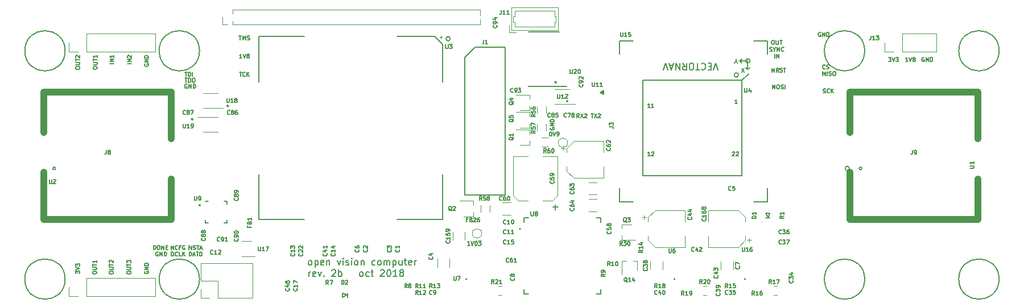
<source format=gto>
G04 #@! TF.GenerationSoftware,KiCad,Pcbnew,6.0.0-rc1-unknown-8ecdf58~84~ubuntu16.04.1*
G04 #@! TF.CreationDate,2018-10-22T17:09:18+08:00*
G04 #@! TF.ProjectId,ovc2_stereo,6F7663325F73746572656F2E6B696361,rev?*
G04 #@! TF.SameCoordinates,Original*
G04 #@! TF.FileFunction,Legend,Top*
G04 #@! TF.FilePolarity,Positive*
%FSLAX46Y46*%
G04 Gerber Fmt 4.6, Leading zero omitted, Abs format (unit mm)*
G04 Created by KiCad (PCBNEW 6.0.0-rc1-unknown-8ecdf58~84~ubuntu16.04.1) date Mon 22 Oct 2018 05:09:18 PM +08*
%MOMM*%
%LPD*%
G01*
G04 APERTURE LIST*
%ADD10C,0.127000*%
%ADD11C,0.200000*%
%ADD12C,0.150000*%
%ADD13C,0.120000*%
%ADD14C,1.000000*%
%ADD15C,0.100000*%
G04 APERTURE END LIST*
D10*
X85842857Y-100000000D02*
X85785714Y-99971428D01*
X85700000Y-99971428D01*
X85614285Y-100000000D01*
X85557142Y-100057142D01*
X85528571Y-100114285D01*
X85500000Y-100228571D01*
X85500000Y-100314285D01*
X85528571Y-100428571D01*
X85557142Y-100485714D01*
X85614285Y-100542857D01*
X85700000Y-100571428D01*
X85757142Y-100571428D01*
X85842857Y-100542857D01*
X85871428Y-100514285D01*
X85871428Y-100314285D01*
X85757142Y-100314285D01*
X86128571Y-100571428D02*
X86128571Y-99971428D01*
X86471428Y-100571428D01*
X86471428Y-99971428D01*
X86757142Y-100571428D02*
X86757142Y-99971428D01*
X86900000Y-99971428D01*
X86985714Y-100000000D01*
X87042857Y-100057142D01*
X87071428Y-100114285D01*
X87100000Y-100228571D01*
X87100000Y-100314285D01*
X87071428Y-100428571D01*
X87042857Y-100485714D01*
X86985714Y-100542857D01*
X86900000Y-100571428D01*
X86757142Y-100571428D01*
X87800000Y-100571428D02*
X87800000Y-99971428D01*
X87942857Y-99971428D01*
X88028571Y-100000000D01*
X88085714Y-100057142D01*
X88114285Y-100114285D01*
X88142857Y-100228571D01*
X88142857Y-100314285D01*
X88114285Y-100428571D01*
X88085714Y-100485714D01*
X88028571Y-100542857D01*
X87942857Y-100571428D01*
X87800000Y-100571428D01*
X88742857Y-100514285D02*
X88714285Y-100542857D01*
X88628571Y-100571428D01*
X88571428Y-100571428D01*
X88485714Y-100542857D01*
X88428571Y-100485714D01*
X88400000Y-100428571D01*
X88371428Y-100314285D01*
X88371428Y-100228571D01*
X88400000Y-100114285D01*
X88428571Y-100057142D01*
X88485714Y-100000000D01*
X88571428Y-99971428D01*
X88628571Y-99971428D01*
X88714285Y-100000000D01*
X88742857Y-100028571D01*
X89285714Y-100571428D02*
X89000000Y-100571428D01*
X89000000Y-99971428D01*
X89485714Y-100571428D02*
X89485714Y-99971428D01*
X89828571Y-100571428D02*
X89571428Y-100228571D01*
X89828571Y-99971428D02*
X89485714Y-100314285D01*
X90471428Y-100571428D02*
X90471428Y-99971428D01*
X90614285Y-99971428D01*
X90700000Y-100000000D01*
X90757142Y-100057142D01*
X90785714Y-100114285D01*
X90814285Y-100228571D01*
X90814285Y-100314285D01*
X90785714Y-100428571D01*
X90757142Y-100485714D01*
X90700000Y-100542857D01*
X90614285Y-100571428D01*
X90471428Y-100571428D01*
X91042857Y-100400000D02*
X91328571Y-100400000D01*
X90985714Y-100571428D02*
X91185714Y-99971428D01*
X91385714Y-100571428D01*
X91500000Y-99971428D02*
X91842857Y-99971428D01*
X91671428Y-100571428D02*
X91671428Y-99971428D01*
X92157142Y-99971428D02*
X92214285Y-99971428D01*
X92271428Y-100000000D01*
X92300000Y-100028571D01*
X92328571Y-100085714D01*
X92357142Y-100200000D01*
X92357142Y-100342857D01*
X92328571Y-100457142D01*
X92300000Y-100514285D01*
X92271428Y-100542857D01*
X92214285Y-100571428D01*
X92157142Y-100571428D01*
X92100000Y-100542857D01*
X92071428Y-100514285D01*
X92042857Y-100457142D01*
X92014285Y-100342857D01*
X92014285Y-100200000D01*
X92042857Y-100085714D01*
X92071428Y-100028571D01*
X92100000Y-100000000D01*
X92157142Y-99971428D01*
X90457142Y-99571428D02*
X90457142Y-98971428D01*
X90800000Y-99571428D01*
X90800000Y-98971428D01*
X91057142Y-99542857D02*
X91142857Y-99571428D01*
X91285714Y-99571428D01*
X91342857Y-99542857D01*
X91371428Y-99514285D01*
X91400000Y-99457142D01*
X91400000Y-99400000D01*
X91371428Y-99342857D01*
X91342857Y-99314285D01*
X91285714Y-99285714D01*
X91171428Y-99257142D01*
X91114285Y-99228571D01*
X91085714Y-99200000D01*
X91057142Y-99142857D01*
X91057142Y-99085714D01*
X91085714Y-99028571D01*
X91114285Y-99000000D01*
X91171428Y-98971428D01*
X91314285Y-98971428D01*
X91400000Y-99000000D01*
X91571428Y-98971428D02*
X91914285Y-98971428D01*
X91742857Y-99571428D02*
X91742857Y-98971428D01*
X92085714Y-99400000D02*
X92371428Y-99400000D01*
X92028571Y-99571428D02*
X92228571Y-98971428D01*
X92428571Y-99571428D01*
X87771428Y-99571428D02*
X87771428Y-98971428D01*
X88114285Y-99571428D01*
X88114285Y-98971428D01*
X88742857Y-99514285D02*
X88714285Y-99542857D01*
X88628571Y-99571428D01*
X88571428Y-99571428D01*
X88485714Y-99542857D01*
X88428571Y-99485714D01*
X88400000Y-99428571D01*
X88371428Y-99314285D01*
X88371428Y-99228571D01*
X88400000Y-99114285D01*
X88428571Y-99057142D01*
X88485714Y-99000000D01*
X88571428Y-98971428D01*
X88628571Y-98971428D01*
X88714285Y-99000000D01*
X88742857Y-99028571D01*
X89200000Y-99257142D02*
X89000000Y-99257142D01*
X89000000Y-99571428D02*
X89000000Y-98971428D01*
X89285714Y-98971428D01*
X89828571Y-99000000D02*
X89771428Y-98971428D01*
X89685714Y-98971428D01*
X89600000Y-99000000D01*
X89542857Y-99057142D01*
X89514285Y-99114285D01*
X89485714Y-99228571D01*
X89485714Y-99314285D01*
X89514285Y-99428571D01*
X89542857Y-99485714D01*
X89600000Y-99542857D01*
X89685714Y-99571428D01*
X89742857Y-99571428D01*
X89828571Y-99542857D01*
X89857142Y-99514285D01*
X89857142Y-99314285D01*
X89742857Y-99314285D01*
X85142857Y-99571428D02*
X85142857Y-98971428D01*
X85285714Y-98971428D01*
X85371428Y-99000000D01*
X85428571Y-99057142D01*
X85457142Y-99114285D01*
X85485714Y-99228571D01*
X85485714Y-99314285D01*
X85457142Y-99428571D01*
X85428571Y-99485714D01*
X85371428Y-99542857D01*
X85285714Y-99571428D01*
X85142857Y-99571428D01*
X85857142Y-98971428D02*
X85971428Y-98971428D01*
X86028571Y-99000000D01*
X86085714Y-99057142D01*
X86114285Y-99171428D01*
X86114285Y-99371428D01*
X86085714Y-99485714D01*
X86028571Y-99542857D01*
X85971428Y-99571428D01*
X85857142Y-99571428D01*
X85800000Y-99542857D01*
X85742857Y-99485714D01*
X85714285Y-99371428D01*
X85714285Y-99171428D01*
X85742857Y-99057142D01*
X85800000Y-99000000D01*
X85857142Y-98971428D01*
X86371428Y-99571428D02*
X86371428Y-98971428D01*
X86714285Y-99571428D01*
X86714285Y-98971428D01*
X87000000Y-99257142D02*
X87200000Y-99257142D01*
X87285714Y-99571428D02*
X87000000Y-99571428D01*
X87000000Y-98971428D01*
X87285714Y-98971428D01*
X83800000Y-102857142D02*
X83771428Y-102914285D01*
X83771428Y-103000000D01*
X83800000Y-103085714D01*
X83857142Y-103142857D01*
X83914285Y-103171428D01*
X84028571Y-103200000D01*
X84114285Y-103200000D01*
X84228571Y-103171428D01*
X84285714Y-103142857D01*
X84342857Y-103085714D01*
X84371428Y-103000000D01*
X84371428Y-102942857D01*
X84342857Y-102857142D01*
X84314285Y-102828571D01*
X84114285Y-102828571D01*
X84114285Y-102942857D01*
X84371428Y-102571428D02*
X83771428Y-102571428D01*
X84371428Y-102228571D01*
X83771428Y-102228571D01*
X84371428Y-101942857D02*
X83771428Y-101942857D01*
X83771428Y-101800000D01*
X83800000Y-101714285D01*
X83857142Y-101657142D01*
X83914285Y-101628571D01*
X84028571Y-101600000D01*
X84114285Y-101600000D01*
X84228571Y-101628571D01*
X84285714Y-101657142D01*
X84342857Y-101714285D01*
X84371428Y-101800000D01*
X84371428Y-101942857D01*
X81171428Y-103085714D02*
X81171428Y-102971428D01*
X81200000Y-102914285D01*
X81257142Y-102857142D01*
X81371428Y-102828571D01*
X81571428Y-102828571D01*
X81685714Y-102857142D01*
X81742857Y-102914285D01*
X81771428Y-102971428D01*
X81771428Y-103085714D01*
X81742857Y-103142857D01*
X81685714Y-103200000D01*
X81571428Y-103228571D01*
X81371428Y-103228571D01*
X81257142Y-103200000D01*
X81200000Y-103142857D01*
X81171428Y-103085714D01*
X81171428Y-102571428D02*
X81657142Y-102571428D01*
X81714285Y-102542857D01*
X81742857Y-102514285D01*
X81771428Y-102457142D01*
X81771428Y-102342857D01*
X81742857Y-102285714D01*
X81714285Y-102257142D01*
X81657142Y-102228571D01*
X81171428Y-102228571D01*
X81171428Y-102028571D02*
X81171428Y-101685714D01*
X81771428Y-101857142D02*
X81171428Y-101857142D01*
X81171428Y-101542857D02*
X81171428Y-101171428D01*
X81400000Y-101371428D01*
X81400000Y-101285714D01*
X81428571Y-101228571D01*
X81457142Y-101200000D01*
X81514285Y-101171428D01*
X81657142Y-101171428D01*
X81714285Y-101200000D01*
X81742857Y-101228571D01*
X81771428Y-101285714D01*
X81771428Y-101457142D01*
X81742857Y-101514285D01*
X81714285Y-101542857D01*
X78571428Y-103085714D02*
X78571428Y-102971428D01*
X78600000Y-102914285D01*
X78657142Y-102857142D01*
X78771428Y-102828571D01*
X78971428Y-102828571D01*
X79085714Y-102857142D01*
X79142857Y-102914285D01*
X79171428Y-102971428D01*
X79171428Y-103085714D01*
X79142857Y-103142857D01*
X79085714Y-103200000D01*
X78971428Y-103228571D01*
X78771428Y-103228571D01*
X78657142Y-103200000D01*
X78600000Y-103142857D01*
X78571428Y-103085714D01*
X78571428Y-102571428D02*
X79057142Y-102571428D01*
X79114285Y-102542857D01*
X79142857Y-102514285D01*
X79171428Y-102457142D01*
X79171428Y-102342857D01*
X79142857Y-102285714D01*
X79114285Y-102257142D01*
X79057142Y-102228571D01*
X78571428Y-102228571D01*
X78571428Y-102028571D02*
X78571428Y-101685714D01*
X79171428Y-101857142D02*
X78571428Y-101857142D01*
X78628571Y-101514285D02*
X78600000Y-101485714D01*
X78571428Y-101428571D01*
X78571428Y-101285714D01*
X78600000Y-101228571D01*
X78628571Y-101200000D01*
X78685714Y-101171428D01*
X78742857Y-101171428D01*
X78828571Y-101200000D01*
X79171428Y-101542857D01*
X79171428Y-101171428D01*
X76071428Y-103085714D02*
X76071428Y-102971428D01*
X76100000Y-102914285D01*
X76157142Y-102857142D01*
X76271428Y-102828571D01*
X76471428Y-102828571D01*
X76585714Y-102857142D01*
X76642857Y-102914285D01*
X76671428Y-102971428D01*
X76671428Y-103085714D01*
X76642857Y-103142857D01*
X76585714Y-103200000D01*
X76471428Y-103228571D01*
X76271428Y-103228571D01*
X76157142Y-103200000D01*
X76100000Y-103142857D01*
X76071428Y-103085714D01*
X76071428Y-102571428D02*
X76557142Y-102571428D01*
X76614285Y-102542857D01*
X76642857Y-102514285D01*
X76671428Y-102457142D01*
X76671428Y-102342857D01*
X76642857Y-102285714D01*
X76614285Y-102257142D01*
X76557142Y-102228571D01*
X76071428Y-102228571D01*
X76071428Y-102028571D02*
X76071428Y-101685714D01*
X76671428Y-101857142D02*
X76071428Y-101857142D01*
X76671428Y-101171428D02*
X76671428Y-101514285D01*
X76671428Y-101342857D02*
X76071428Y-101342857D01*
X76157142Y-101400000D01*
X76214285Y-101457142D01*
X76242857Y-101514285D01*
X73571428Y-103142857D02*
X73571428Y-102771428D01*
X73800000Y-102971428D01*
X73800000Y-102885714D01*
X73828571Y-102828571D01*
X73857142Y-102800000D01*
X73914285Y-102771428D01*
X74057142Y-102771428D01*
X74114285Y-102800000D01*
X74142857Y-102828571D01*
X74171428Y-102885714D01*
X74171428Y-103057142D01*
X74142857Y-103114285D01*
X74114285Y-103142857D01*
X73571428Y-102600000D02*
X74171428Y-102400000D01*
X73571428Y-102200000D01*
X73571428Y-102057142D02*
X73571428Y-101685714D01*
X73800000Y-101885714D01*
X73800000Y-101800000D01*
X73828571Y-101742857D01*
X73857142Y-101714285D01*
X73914285Y-101685714D01*
X74057142Y-101685714D01*
X74114285Y-101714285D01*
X74142857Y-101742857D01*
X74171428Y-101800000D01*
X74171428Y-101971428D01*
X74142857Y-102028571D01*
X74114285Y-102057142D01*
X73571428Y-72585714D02*
X73571428Y-72471428D01*
X73600000Y-72414285D01*
X73657142Y-72357142D01*
X73771428Y-72328571D01*
X73971428Y-72328571D01*
X74085714Y-72357142D01*
X74142857Y-72414285D01*
X74171428Y-72471428D01*
X74171428Y-72585714D01*
X74142857Y-72642857D01*
X74085714Y-72700000D01*
X73971428Y-72728571D01*
X73771428Y-72728571D01*
X73657142Y-72700000D01*
X73600000Y-72642857D01*
X73571428Y-72585714D01*
X73571428Y-72071428D02*
X74057142Y-72071428D01*
X74114285Y-72042857D01*
X74142857Y-72014285D01*
X74171428Y-71957142D01*
X74171428Y-71842857D01*
X74142857Y-71785714D01*
X74114285Y-71757142D01*
X74057142Y-71728571D01*
X73571428Y-71728571D01*
X73571428Y-71528571D02*
X73571428Y-71185714D01*
X74171428Y-71357142D02*
X73571428Y-71357142D01*
X73628571Y-71014285D02*
X73600000Y-70985714D01*
X73571428Y-70928571D01*
X73571428Y-70785714D01*
X73600000Y-70728571D01*
X73628571Y-70700000D01*
X73685714Y-70671428D01*
X73742857Y-70671428D01*
X73828571Y-70700000D01*
X74171428Y-71042857D01*
X74171428Y-70671428D01*
X76171428Y-72585714D02*
X76171428Y-72471428D01*
X76200000Y-72414285D01*
X76257142Y-72357142D01*
X76371428Y-72328571D01*
X76571428Y-72328571D01*
X76685714Y-72357142D01*
X76742857Y-72414285D01*
X76771428Y-72471428D01*
X76771428Y-72585714D01*
X76742857Y-72642857D01*
X76685714Y-72700000D01*
X76571428Y-72728571D01*
X76371428Y-72728571D01*
X76257142Y-72700000D01*
X76200000Y-72642857D01*
X76171428Y-72585714D01*
X76171428Y-72071428D02*
X76657142Y-72071428D01*
X76714285Y-72042857D01*
X76742857Y-72014285D01*
X76771428Y-71957142D01*
X76771428Y-71842857D01*
X76742857Y-71785714D01*
X76714285Y-71757142D01*
X76657142Y-71728571D01*
X76171428Y-71728571D01*
X76171428Y-71528571D02*
X76171428Y-71185714D01*
X76771428Y-71357142D02*
X76171428Y-71357142D01*
X76771428Y-70671428D02*
X76771428Y-71014285D01*
X76771428Y-70842857D02*
X76171428Y-70842857D01*
X76257142Y-70900000D01*
X76314285Y-70957142D01*
X76342857Y-71014285D01*
X79271428Y-71900000D02*
X78671428Y-71900000D01*
X79271428Y-71614285D02*
X78671428Y-71614285D01*
X79271428Y-71271428D01*
X78671428Y-71271428D01*
X79271428Y-70671428D02*
X79271428Y-71014285D01*
X79271428Y-70842857D02*
X78671428Y-70842857D01*
X78757142Y-70900000D01*
X78814285Y-70957142D01*
X78842857Y-71014285D01*
X81871428Y-71900000D02*
X81271428Y-71900000D01*
X81871428Y-71614285D02*
X81271428Y-71614285D01*
X81871428Y-71271428D01*
X81271428Y-71271428D01*
X81328571Y-71014285D02*
X81300000Y-70985714D01*
X81271428Y-70928571D01*
X81271428Y-70785714D01*
X81300000Y-70728571D01*
X81328571Y-70700000D01*
X81385714Y-70671428D01*
X81442857Y-70671428D01*
X81528571Y-70700000D01*
X81871428Y-71042857D01*
X81871428Y-70671428D01*
X83800000Y-71957142D02*
X83771428Y-72014285D01*
X83771428Y-72100000D01*
X83800000Y-72185714D01*
X83857142Y-72242857D01*
X83914285Y-72271428D01*
X84028571Y-72300000D01*
X84114285Y-72300000D01*
X84228571Y-72271428D01*
X84285714Y-72242857D01*
X84342857Y-72185714D01*
X84371428Y-72100000D01*
X84371428Y-72042857D01*
X84342857Y-71957142D01*
X84314285Y-71928571D01*
X84114285Y-71928571D01*
X84114285Y-72042857D01*
X84371428Y-71671428D02*
X83771428Y-71671428D01*
X84371428Y-71328571D01*
X83771428Y-71328571D01*
X84371428Y-71042857D02*
X83771428Y-71042857D01*
X83771428Y-70900000D01*
X83800000Y-70814285D01*
X83857142Y-70757142D01*
X83914285Y-70728571D01*
X84028571Y-70700000D01*
X84114285Y-70700000D01*
X84228571Y-70728571D01*
X84285714Y-70757142D01*
X84342857Y-70814285D01*
X84371428Y-70900000D01*
X84371428Y-71042857D01*
D11*
X92141421Y-93000000D02*
G75*
G03X92141421Y-93000000I-141421J0D01*
G01*
X96341421Y-78200000D02*
G75*
G03X96341421Y-78200000I-141421J0D01*
G01*
X91041421Y-80200000D02*
G75*
G03X91041421Y-80200000I-141421J0D01*
G01*
D10*
X89785714Y-73171428D02*
X90128571Y-73171428D01*
X89957142Y-73771428D02*
X89957142Y-73171428D01*
X90328571Y-73771428D02*
X90328571Y-73171428D01*
X90471428Y-73171428D01*
X90557142Y-73200000D01*
X90614285Y-73257142D01*
X90642857Y-73314285D01*
X90671428Y-73428571D01*
X90671428Y-73514285D01*
X90642857Y-73628571D01*
X90614285Y-73685714D01*
X90557142Y-73742857D01*
X90471428Y-73771428D01*
X90328571Y-73771428D01*
X90928571Y-73771428D02*
X90928571Y-73171428D01*
X89814285Y-74071428D02*
X90157142Y-74071428D01*
X89985714Y-74671428D02*
X89985714Y-74071428D01*
X90357142Y-74671428D02*
X90357142Y-74071428D01*
X90500000Y-74071428D01*
X90585714Y-74100000D01*
X90642857Y-74157142D01*
X90671428Y-74214285D01*
X90700000Y-74328571D01*
X90700000Y-74414285D01*
X90671428Y-74528571D01*
X90642857Y-74585714D01*
X90585714Y-74642857D01*
X90500000Y-74671428D01*
X90357142Y-74671428D01*
X91071428Y-74071428D02*
X91185714Y-74071428D01*
X91242857Y-74100000D01*
X91300000Y-74157142D01*
X91328571Y-74271428D01*
X91328571Y-74471428D01*
X91300000Y-74585714D01*
X91242857Y-74642857D01*
X91185714Y-74671428D01*
X91071428Y-74671428D01*
X91014285Y-74642857D01*
X90957142Y-74585714D01*
X90928571Y-74471428D01*
X90928571Y-74271428D01*
X90957142Y-74157142D01*
X91014285Y-74100000D01*
X91071428Y-74071428D01*
X90142857Y-75000000D02*
X90085714Y-74971428D01*
X90000000Y-74971428D01*
X89914285Y-75000000D01*
X89857142Y-75057142D01*
X89828571Y-75114285D01*
X89800000Y-75228571D01*
X89800000Y-75314285D01*
X89828571Y-75428571D01*
X89857142Y-75485714D01*
X89914285Y-75542857D01*
X90000000Y-75571428D01*
X90057142Y-75571428D01*
X90142857Y-75542857D01*
X90171428Y-75514285D01*
X90171428Y-75314285D01*
X90057142Y-75314285D01*
X90428571Y-75571428D02*
X90428571Y-74971428D01*
X90771428Y-75571428D01*
X90771428Y-74971428D01*
X91057142Y-75571428D02*
X91057142Y-74971428D01*
X91200000Y-74971428D01*
X91285714Y-75000000D01*
X91342857Y-75057142D01*
X91371428Y-75114285D01*
X91400000Y-75228571D01*
X91400000Y-75314285D01*
X91371428Y-75428571D01*
X91342857Y-75485714D01*
X91285714Y-75542857D01*
X91200000Y-75571428D01*
X91057142Y-75571428D01*
X97928571Y-73171428D02*
X98271428Y-73171428D01*
X98100000Y-73771428D02*
X98100000Y-73171428D01*
X98814285Y-73714285D02*
X98785714Y-73742857D01*
X98700000Y-73771428D01*
X98642857Y-73771428D01*
X98557142Y-73742857D01*
X98500000Y-73685714D01*
X98471428Y-73628571D01*
X98442857Y-73514285D01*
X98442857Y-73428571D01*
X98471428Y-73314285D01*
X98500000Y-73257142D01*
X98557142Y-73200000D01*
X98642857Y-73171428D01*
X98700000Y-73171428D01*
X98785714Y-73200000D01*
X98814285Y-73228571D01*
X99071428Y-73771428D02*
X99071428Y-73171428D01*
X99414285Y-73771428D02*
X99157142Y-73428571D01*
X99414285Y-73171428D02*
X99071428Y-73514285D01*
X98328571Y-71071428D02*
X97985714Y-71071428D01*
X98157142Y-71071428D02*
X98157142Y-70471428D01*
X98100000Y-70557142D01*
X98042857Y-70614285D01*
X97985714Y-70642857D01*
X98500000Y-70471428D02*
X98700000Y-71071428D01*
X98900000Y-70471428D01*
X99185714Y-70728571D02*
X99128571Y-70700000D01*
X99100000Y-70671428D01*
X99071428Y-70614285D01*
X99071428Y-70585714D01*
X99100000Y-70528571D01*
X99128571Y-70500000D01*
X99185714Y-70471428D01*
X99300000Y-70471428D01*
X99357142Y-70500000D01*
X99385714Y-70528571D01*
X99414285Y-70585714D01*
X99414285Y-70614285D01*
X99385714Y-70671428D01*
X99357142Y-70700000D01*
X99300000Y-70728571D01*
X99185714Y-70728571D01*
X99128571Y-70757142D01*
X99100000Y-70785714D01*
X99071428Y-70842857D01*
X99071428Y-70957142D01*
X99100000Y-71014285D01*
X99128571Y-71042857D01*
X99185714Y-71071428D01*
X99300000Y-71071428D01*
X99357142Y-71042857D01*
X99385714Y-71014285D01*
X99414285Y-70957142D01*
X99414285Y-70842857D01*
X99385714Y-70785714D01*
X99357142Y-70757142D01*
X99300000Y-70728571D01*
X97900000Y-67771428D02*
X98242857Y-67771428D01*
X98071428Y-68371428D02*
X98071428Y-67771428D01*
X98442857Y-68371428D02*
X98442857Y-67771428D01*
X98642857Y-68200000D01*
X98842857Y-67771428D01*
X98842857Y-68371428D01*
X99100000Y-68342857D02*
X99185714Y-68371428D01*
X99328571Y-68371428D01*
X99385714Y-68342857D01*
X99414285Y-68314285D01*
X99442857Y-68257142D01*
X99442857Y-68200000D01*
X99414285Y-68142857D01*
X99385714Y-68114285D01*
X99328571Y-68085714D01*
X99214285Y-68057142D01*
X99157142Y-68028571D01*
X99128571Y-68000000D01*
X99100000Y-67942857D01*
X99100000Y-67885714D01*
X99128571Y-67828571D01*
X99157142Y-67800000D01*
X99214285Y-67771428D01*
X99357142Y-67771428D01*
X99442857Y-67800000D01*
X184442857Y-67300000D02*
X184385714Y-67271428D01*
X184300000Y-67271428D01*
X184214285Y-67300000D01*
X184157142Y-67357142D01*
X184128571Y-67414285D01*
X184100000Y-67528571D01*
X184100000Y-67614285D01*
X184128571Y-67728571D01*
X184157142Y-67785714D01*
X184214285Y-67842857D01*
X184300000Y-67871428D01*
X184357142Y-67871428D01*
X184442857Y-67842857D01*
X184471428Y-67814285D01*
X184471428Y-67614285D01*
X184357142Y-67614285D01*
X184728571Y-67871428D02*
X184728571Y-67271428D01*
X185071428Y-67871428D01*
X185071428Y-67271428D01*
X185357142Y-67871428D02*
X185357142Y-67271428D01*
X185500000Y-67271428D01*
X185585714Y-67300000D01*
X185642857Y-67357142D01*
X185671428Y-67414285D01*
X185700000Y-67528571D01*
X185700000Y-67614285D01*
X185671428Y-67728571D01*
X185642857Y-67785714D01*
X185585714Y-67842857D01*
X185500000Y-67871428D01*
X185357142Y-67871428D01*
X185100000Y-72614285D02*
X185071428Y-72642857D01*
X184985714Y-72671428D01*
X184928571Y-72671428D01*
X184842857Y-72642857D01*
X184785714Y-72585714D01*
X184757142Y-72528571D01*
X184728571Y-72414285D01*
X184728571Y-72328571D01*
X184757142Y-72214285D01*
X184785714Y-72157142D01*
X184842857Y-72100000D01*
X184928571Y-72071428D01*
X184985714Y-72071428D01*
X185071428Y-72100000D01*
X185100000Y-72128571D01*
X185328571Y-72642857D02*
X185414285Y-72671428D01*
X185557142Y-72671428D01*
X185614285Y-72642857D01*
X185642857Y-72614285D01*
X185671428Y-72557142D01*
X185671428Y-72500000D01*
X185642857Y-72442857D01*
X185614285Y-72414285D01*
X185557142Y-72385714D01*
X185442857Y-72357142D01*
X185385714Y-72328571D01*
X185357142Y-72300000D01*
X185328571Y-72242857D01*
X185328571Y-72185714D01*
X185357142Y-72128571D01*
X185385714Y-72100000D01*
X185442857Y-72071428D01*
X185585714Y-72071428D01*
X185671428Y-72100000D01*
X184757142Y-73671428D02*
X184757142Y-73071428D01*
X184957142Y-73500000D01*
X185157142Y-73071428D01*
X185157142Y-73671428D01*
X185442857Y-73671428D02*
X185442857Y-73071428D01*
X185700000Y-73642857D02*
X185785714Y-73671428D01*
X185928571Y-73671428D01*
X185985714Y-73642857D01*
X186014285Y-73614285D01*
X186042857Y-73557142D01*
X186042857Y-73500000D01*
X186014285Y-73442857D01*
X185985714Y-73414285D01*
X185928571Y-73385714D01*
X185814285Y-73357142D01*
X185757142Y-73328571D01*
X185728571Y-73300000D01*
X185700000Y-73242857D01*
X185700000Y-73185714D01*
X185728571Y-73128571D01*
X185757142Y-73100000D01*
X185814285Y-73071428D01*
X185957142Y-73071428D01*
X186042857Y-73100000D01*
X186414285Y-73071428D02*
X186528571Y-73071428D01*
X186585714Y-73100000D01*
X186642857Y-73157142D01*
X186671428Y-73271428D01*
X186671428Y-73471428D01*
X186642857Y-73585714D01*
X186585714Y-73642857D01*
X186528571Y-73671428D01*
X186414285Y-73671428D01*
X186357142Y-73642857D01*
X186300000Y-73585714D01*
X186271428Y-73471428D01*
X186271428Y-73271428D01*
X186300000Y-73157142D01*
X186357142Y-73100000D01*
X186414285Y-73071428D01*
X184828571Y-76242857D02*
X184914285Y-76271428D01*
X185057142Y-76271428D01*
X185114285Y-76242857D01*
X185142857Y-76214285D01*
X185171428Y-76157142D01*
X185171428Y-76100000D01*
X185142857Y-76042857D01*
X185114285Y-76014285D01*
X185057142Y-75985714D01*
X184942857Y-75957142D01*
X184885714Y-75928571D01*
X184857142Y-75900000D01*
X184828571Y-75842857D01*
X184828571Y-75785714D01*
X184857142Y-75728571D01*
X184885714Y-75700000D01*
X184942857Y-75671428D01*
X185085714Y-75671428D01*
X185171428Y-75700000D01*
X185771428Y-76214285D02*
X185742857Y-76242857D01*
X185657142Y-76271428D01*
X185600000Y-76271428D01*
X185514285Y-76242857D01*
X185457142Y-76185714D01*
X185428571Y-76128571D01*
X185400000Y-76014285D01*
X185400000Y-75928571D01*
X185428571Y-75814285D01*
X185457142Y-75757142D01*
X185514285Y-75700000D01*
X185600000Y-75671428D01*
X185657142Y-75671428D01*
X185742857Y-75700000D01*
X185771428Y-75728571D01*
X186028571Y-76271428D02*
X186028571Y-75671428D01*
X186371428Y-76271428D02*
X186114285Y-75928571D01*
X186371428Y-75671428D02*
X186028571Y-76014285D01*
X177257142Y-75671428D02*
X177257142Y-75071428D01*
X177457142Y-75500000D01*
X177657142Y-75071428D01*
X177657142Y-75671428D01*
X178057142Y-75071428D02*
X178171428Y-75071428D01*
X178228571Y-75100000D01*
X178285714Y-75157142D01*
X178314285Y-75271428D01*
X178314285Y-75471428D01*
X178285714Y-75585714D01*
X178228571Y-75642857D01*
X178171428Y-75671428D01*
X178057142Y-75671428D01*
X178000000Y-75642857D01*
X177942857Y-75585714D01*
X177914285Y-75471428D01*
X177914285Y-75271428D01*
X177942857Y-75157142D01*
X178000000Y-75100000D01*
X178057142Y-75071428D01*
X178542857Y-75642857D02*
X178628571Y-75671428D01*
X178771428Y-75671428D01*
X178828571Y-75642857D01*
X178857142Y-75614285D01*
X178885714Y-75557142D01*
X178885714Y-75500000D01*
X178857142Y-75442857D01*
X178828571Y-75414285D01*
X178771428Y-75385714D01*
X178657142Y-75357142D01*
X178600000Y-75328571D01*
X178571428Y-75300000D01*
X178542857Y-75242857D01*
X178542857Y-75185714D01*
X178571428Y-75128571D01*
X178600000Y-75100000D01*
X178657142Y-75071428D01*
X178800000Y-75071428D01*
X178885714Y-75100000D01*
X179142857Y-75671428D02*
X179142857Y-75071428D01*
X177214285Y-73171428D02*
X177214285Y-72571428D01*
X177557142Y-73171428D01*
X177557142Y-72571428D01*
X178185714Y-73171428D02*
X177985714Y-72885714D01*
X177842857Y-73171428D02*
X177842857Y-72571428D01*
X178071428Y-72571428D01*
X178128571Y-72600000D01*
X178157142Y-72628571D01*
X178185714Y-72685714D01*
X178185714Y-72771428D01*
X178157142Y-72828571D01*
X178128571Y-72857142D01*
X178071428Y-72885714D01*
X177842857Y-72885714D01*
X178414285Y-73142857D02*
X178500000Y-73171428D01*
X178642857Y-73171428D01*
X178700000Y-73142857D01*
X178728571Y-73114285D01*
X178757142Y-73057142D01*
X178757142Y-73000000D01*
X178728571Y-72942857D01*
X178700000Y-72914285D01*
X178642857Y-72885714D01*
X178528571Y-72857142D01*
X178471428Y-72828571D01*
X178442857Y-72800000D01*
X178414285Y-72742857D01*
X178414285Y-72685714D01*
X178442857Y-72628571D01*
X178471428Y-72600000D01*
X178528571Y-72571428D01*
X178671428Y-72571428D01*
X178757142Y-72600000D01*
X178928571Y-72571428D02*
X179271428Y-72571428D01*
X179100000Y-73171428D02*
X179100000Y-72571428D01*
X177300000Y-68444428D02*
X177414285Y-68444428D01*
X177471428Y-68473000D01*
X177528571Y-68530142D01*
X177557142Y-68644428D01*
X177557142Y-68844428D01*
X177528571Y-68958714D01*
X177471428Y-69015857D01*
X177414285Y-69044428D01*
X177300000Y-69044428D01*
X177242857Y-69015857D01*
X177185714Y-68958714D01*
X177157142Y-68844428D01*
X177157142Y-68644428D01*
X177185714Y-68530142D01*
X177242857Y-68473000D01*
X177300000Y-68444428D01*
X177814285Y-68444428D02*
X177814285Y-68930142D01*
X177842857Y-68987285D01*
X177871428Y-69015857D01*
X177928571Y-69044428D01*
X178042857Y-69044428D01*
X178100000Y-69015857D01*
X178128571Y-68987285D01*
X178157142Y-68930142D01*
X178157142Y-68444428D01*
X178357142Y-68444428D02*
X178700000Y-68444428D01*
X178528571Y-69044428D02*
X178528571Y-68444428D01*
X176857142Y-70042857D02*
X176942857Y-70071428D01*
X177085714Y-70071428D01*
X177142857Y-70042857D01*
X177171428Y-70014285D01*
X177200000Y-69957142D01*
X177200000Y-69900000D01*
X177171428Y-69842857D01*
X177142857Y-69814285D01*
X177085714Y-69785714D01*
X176971428Y-69757142D01*
X176914285Y-69728571D01*
X176885714Y-69700000D01*
X176857142Y-69642857D01*
X176857142Y-69585714D01*
X176885714Y-69528571D01*
X176914285Y-69500000D01*
X176971428Y-69471428D01*
X177114285Y-69471428D01*
X177200000Y-69500000D01*
X177571428Y-69785714D02*
X177571428Y-70071428D01*
X177371428Y-69471428D02*
X177571428Y-69785714D01*
X177771428Y-69471428D01*
X177971428Y-70071428D02*
X177971428Y-69471428D01*
X178314285Y-70071428D01*
X178314285Y-69471428D01*
X178942857Y-70014285D02*
X178914285Y-70042857D01*
X178828571Y-70071428D01*
X178771428Y-70071428D01*
X178685714Y-70042857D01*
X178628571Y-69985714D01*
X178600000Y-69928571D01*
X178571428Y-69814285D01*
X178571428Y-69728571D01*
X178600000Y-69614285D01*
X178628571Y-69557142D01*
X178685714Y-69500000D01*
X178771428Y-69471428D01*
X178828571Y-69471428D01*
X178914285Y-69500000D01*
X178942857Y-69528571D01*
X177585714Y-71098428D02*
X177585714Y-70498428D01*
X177871428Y-71098428D02*
X177871428Y-70498428D01*
X178214285Y-71098428D01*
X178214285Y-70498428D01*
X150257142Y-79371428D02*
X150600000Y-79371428D01*
X150428571Y-79971428D02*
X150428571Y-79371428D01*
X150742857Y-79371428D02*
X151142857Y-79971428D01*
X151142857Y-79371428D02*
X150742857Y-79971428D01*
X151342857Y-79428571D02*
X151371428Y-79400000D01*
X151428571Y-79371428D01*
X151571428Y-79371428D01*
X151628571Y-79400000D01*
X151657142Y-79428571D01*
X151685714Y-79485714D01*
X151685714Y-79542857D01*
X151657142Y-79628571D01*
X151314285Y-79971428D01*
X151685714Y-79971428D01*
X148514285Y-79971428D02*
X148314285Y-79685714D01*
X148171428Y-79971428D02*
X148171428Y-79371428D01*
X148400000Y-79371428D01*
X148457142Y-79400000D01*
X148485714Y-79428571D01*
X148514285Y-79485714D01*
X148514285Y-79571428D01*
X148485714Y-79628571D01*
X148457142Y-79657142D01*
X148400000Y-79685714D01*
X148171428Y-79685714D01*
X148714285Y-79371428D02*
X149114285Y-79971428D01*
X149114285Y-79371428D02*
X148714285Y-79971428D01*
X149314285Y-79428571D02*
X149342857Y-79400000D01*
X149400000Y-79371428D01*
X149542857Y-79371428D01*
X149600000Y-79400000D01*
X149628571Y-79428571D01*
X149657142Y-79485714D01*
X149657142Y-79542857D01*
X149628571Y-79628571D01*
X149285714Y-79971428D01*
X149657142Y-79971428D01*
X144200000Y-81457142D02*
X144171428Y-81514285D01*
X144171428Y-81600000D01*
X144200000Y-81685714D01*
X144257142Y-81742857D01*
X144314285Y-81771428D01*
X144428571Y-81800000D01*
X144514285Y-81800000D01*
X144628571Y-81771428D01*
X144685714Y-81742857D01*
X144742857Y-81685714D01*
X144771428Y-81600000D01*
X144771428Y-81542857D01*
X144742857Y-81457142D01*
X144714285Y-81428571D01*
X144514285Y-81428571D01*
X144514285Y-81542857D01*
X144771428Y-81171428D02*
X144171428Y-81171428D01*
X144771428Y-80828571D01*
X144171428Y-80828571D01*
X144771428Y-80542857D02*
X144171428Y-80542857D01*
X144171428Y-80400000D01*
X144200000Y-80314285D01*
X144257142Y-80257142D01*
X144314285Y-80228571D01*
X144428571Y-80200000D01*
X144514285Y-80200000D01*
X144628571Y-80228571D01*
X144685714Y-80257142D01*
X144742857Y-80314285D01*
X144771428Y-80400000D01*
X144771428Y-80542857D01*
X144228571Y-82071428D02*
X144285714Y-82071428D01*
X144342857Y-82100000D01*
X144371428Y-82128571D01*
X144400000Y-82185714D01*
X144428571Y-82300000D01*
X144428571Y-82442857D01*
X144400000Y-82557142D01*
X144371428Y-82614285D01*
X144342857Y-82642857D01*
X144285714Y-82671428D01*
X144228571Y-82671428D01*
X144171428Y-82642857D01*
X144142857Y-82614285D01*
X144114285Y-82557142D01*
X144085714Y-82442857D01*
X144085714Y-82300000D01*
X144114285Y-82185714D01*
X144142857Y-82128571D01*
X144171428Y-82100000D01*
X144228571Y-82071428D01*
X144600000Y-82071428D02*
X144800000Y-82671428D01*
X145000000Y-82071428D01*
X145228571Y-82671428D02*
X145342857Y-82671428D01*
X145400000Y-82642857D01*
X145428571Y-82614285D01*
X145485714Y-82528571D01*
X145514285Y-82414285D01*
X145514285Y-82185714D01*
X145485714Y-82128571D01*
X145457142Y-82100000D01*
X145400000Y-82071428D01*
X145285714Y-82071428D01*
X145228571Y-82100000D01*
X145200000Y-82128571D01*
X145171428Y-82185714D01*
X145171428Y-82328571D01*
X145200000Y-82385714D01*
X145228571Y-82414285D01*
X145285714Y-82442857D01*
X145400000Y-82442857D01*
X145457142Y-82414285D01*
X145485714Y-82385714D01*
X145514285Y-82328571D01*
X132242857Y-98971428D02*
X131900000Y-98971428D01*
X132071428Y-98971428D02*
X132071428Y-98371428D01*
X132014285Y-98457142D01*
X131957142Y-98514285D01*
X131900000Y-98542857D01*
X132414285Y-98371428D02*
X132614285Y-98971428D01*
X132814285Y-98371428D01*
X133128571Y-98371428D02*
X133185714Y-98371428D01*
X133242857Y-98400000D01*
X133271428Y-98428571D01*
X133300000Y-98485714D01*
X133328571Y-98600000D01*
X133328571Y-98742857D01*
X133300000Y-98857142D01*
X133271428Y-98914285D01*
X133242857Y-98942857D01*
X133185714Y-98971428D01*
X133128571Y-98971428D01*
X133071428Y-98942857D01*
X133042857Y-98914285D01*
X133014285Y-98857142D01*
X132985714Y-98742857D01*
X132985714Y-98600000D01*
X133014285Y-98485714D01*
X133042857Y-98428571D01*
X133071428Y-98400000D01*
X133128571Y-98371428D01*
X133528571Y-98371428D02*
X133900000Y-98371428D01*
X133700000Y-98600000D01*
X133785714Y-98600000D01*
X133842857Y-98628571D01*
X133871428Y-98657142D01*
X133900000Y-98714285D01*
X133900000Y-98857142D01*
X133871428Y-98914285D01*
X133842857Y-98942857D01*
X133785714Y-98971428D01*
X133614285Y-98971428D01*
X133557142Y-98942857D01*
X133528571Y-98914285D01*
X199842857Y-71000000D02*
X199785714Y-70971428D01*
X199700000Y-70971428D01*
X199614285Y-71000000D01*
X199557142Y-71057142D01*
X199528571Y-71114285D01*
X199500000Y-71228571D01*
X199500000Y-71314285D01*
X199528571Y-71428571D01*
X199557142Y-71485714D01*
X199614285Y-71542857D01*
X199700000Y-71571428D01*
X199757142Y-71571428D01*
X199842857Y-71542857D01*
X199871428Y-71514285D01*
X199871428Y-71314285D01*
X199757142Y-71314285D01*
X200128571Y-71571428D02*
X200128571Y-70971428D01*
X200471428Y-71571428D01*
X200471428Y-70971428D01*
X200757142Y-71571428D02*
X200757142Y-70971428D01*
X200900000Y-70971428D01*
X200985714Y-71000000D01*
X201042857Y-71057142D01*
X201071428Y-71114285D01*
X201100000Y-71228571D01*
X201100000Y-71314285D01*
X201071428Y-71428571D01*
X201042857Y-71485714D01*
X200985714Y-71542857D01*
X200900000Y-71571428D01*
X200757142Y-71571428D01*
X197428571Y-71571428D02*
X197085714Y-71571428D01*
X197257142Y-71571428D02*
X197257142Y-70971428D01*
X197200000Y-71057142D01*
X197142857Y-71114285D01*
X197085714Y-71142857D01*
X197600000Y-70971428D02*
X197800000Y-71571428D01*
X198000000Y-70971428D01*
X198285714Y-71228571D02*
X198228571Y-71200000D01*
X198200000Y-71171428D01*
X198171428Y-71114285D01*
X198171428Y-71085714D01*
X198200000Y-71028571D01*
X198228571Y-71000000D01*
X198285714Y-70971428D01*
X198400000Y-70971428D01*
X198457142Y-71000000D01*
X198485714Y-71028571D01*
X198514285Y-71085714D01*
X198514285Y-71114285D01*
X198485714Y-71171428D01*
X198457142Y-71200000D01*
X198400000Y-71228571D01*
X198285714Y-71228571D01*
X198228571Y-71257142D01*
X198200000Y-71285714D01*
X198171428Y-71342857D01*
X198171428Y-71457142D01*
X198200000Y-71514285D01*
X198228571Y-71542857D01*
X198285714Y-71571428D01*
X198400000Y-71571428D01*
X198457142Y-71542857D01*
X198485714Y-71514285D01*
X198514285Y-71457142D01*
X198514285Y-71342857D01*
X198485714Y-71285714D01*
X198457142Y-71257142D01*
X198400000Y-71228571D01*
X194557142Y-70971428D02*
X194928571Y-70971428D01*
X194728571Y-71200000D01*
X194814285Y-71200000D01*
X194871428Y-71228571D01*
X194900000Y-71257142D01*
X194928571Y-71314285D01*
X194928571Y-71457142D01*
X194900000Y-71514285D01*
X194871428Y-71542857D01*
X194814285Y-71571428D01*
X194642857Y-71571428D01*
X194585714Y-71542857D01*
X194557142Y-71514285D01*
X195100000Y-70971428D02*
X195300000Y-71571428D01*
X195500000Y-70971428D01*
X195642857Y-70971428D02*
X196014285Y-70971428D01*
X195814285Y-71200000D01*
X195900000Y-71200000D01*
X195957142Y-71228571D01*
X195985714Y-71257142D01*
X196014285Y-71314285D01*
X196014285Y-71457142D01*
X195985714Y-71514285D01*
X195957142Y-71542857D01*
X195900000Y-71571428D01*
X195728571Y-71571428D01*
X195671428Y-71542857D01*
X195642857Y-71514285D01*
D12*
X159054642Y-78471428D02*
X158711785Y-78471428D01*
X158883214Y-78471428D02*
X158883214Y-77871428D01*
X158826071Y-77957142D01*
X158768928Y-78014285D01*
X158711785Y-78042857D01*
X159626071Y-78471428D02*
X159283214Y-78471428D01*
X159454642Y-78471428D02*
X159454642Y-77871428D01*
X159397500Y-77957142D01*
X159340357Y-78014285D01*
X159283214Y-78042857D01*
X159054642Y-85671428D02*
X158711785Y-85671428D01*
X158883214Y-85671428D02*
X158883214Y-85071428D01*
X158826071Y-85157142D01*
X158768928Y-85214285D01*
X158711785Y-85242857D01*
X159283214Y-85128571D02*
X159311785Y-85100000D01*
X159368928Y-85071428D01*
X159511785Y-85071428D01*
X159568928Y-85100000D01*
X159597500Y-85128571D01*
X159626071Y-85185714D01*
X159626071Y-85242857D01*
X159597500Y-85328571D01*
X159254642Y-85671428D01*
X159626071Y-85671428D01*
X171311785Y-85128571D02*
X171340357Y-85100000D01*
X171397500Y-85071428D01*
X171540357Y-85071428D01*
X171597500Y-85100000D01*
X171626071Y-85128571D01*
X171654642Y-85185714D01*
X171654642Y-85242857D01*
X171626071Y-85328571D01*
X171283214Y-85671428D01*
X171654642Y-85671428D01*
X171883214Y-85128571D02*
X171911785Y-85100000D01*
X171968928Y-85071428D01*
X172111785Y-85071428D01*
X172168928Y-85100000D01*
X172197500Y-85128571D01*
X172226071Y-85185714D01*
X172226071Y-85242857D01*
X172197500Y-85328571D01*
X171854642Y-85671428D01*
X172226071Y-85671428D01*
X172054642Y-77871428D02*
X171711785Y-77871428D01*
X171883214Y-77871428D02*
X171883214Y-77271428D01*
X171826071Y-77357142D01*
X171768928Y-77414285D01*
X171711785Y-77442857D01*
D11*
X146841421Y-77500000D02*
G75*
G03X146841421Y-77500000I-141421J0D01*
G01*
D10*
X211000000Y-104000000D02*
G75*
G03X211000000Y-104000000I-3000000J0D01*
G01*
X191000000Y-104000000D02*
G75*
G03X191000000Y-104000000I-3000000J0D01*
G01*
X211000000Y-70000000D02*
G75*
G03X211000000Y-70000000I-3000000J0D01*
G01*
X191000000Y-70000000D02*
G75*
G03X191000000Y-70000000I-3000000J0D01*
G01*
X92000000Y-70000000D02*
G75*
G03X92000000Y-70000000I-3000000J0D01*
G01*
X72000000Y-70000000D02*
G75*
G03X72000000Y-70000000I-3000000J0D01*
G01*
X72000000Y-104000000D02*
G75*
G03X72000000Y-104000000I-3000000J0D01*
G01*
X92000000Y-104000000D02*
G75*
G03X92000000Y-104000000I-3000000J0D01*
G01*
D12*
X171845357Y-71514285D02*
X171845357Y-71228571D01*
X172045357Y-71828571D02*
X171845357Y-71514285D01*
X171645357Y-71828571D01*
X172683214Y-72571428D02*
X173083214Y-73171428D01*
X173083214Y-72571428D02*
X172683214Y-73171428D01*
D10*
X172400000Y-71500000D02*
X172700000Y-71800000D01*
X172400000Y-71500000D02*
X172700000Y-71200000D01*
X173600000Y-71500000D02*
X172400000Y-71500000D01*
X173600000Y-72800000D02*
X173900000Y-72500000D01*
X173600000Y-72800000D02*
X173300000Y-72500000D01*
X173600000Y-71500000D02*
X173600000Y-72800000D01*
D11*
X173916228Y-71500000D02*
G75*
G03X173916228Y-71500000I-316228J0D01*
G01*
X169174761Y-72847619D02*
X168841428Y-71847619D01*
X168508095Y-72847619D01*
X168174761Y-72371428D02*
X167841428Y-72371428D01*
X167698571Y-71847619D02*
X168174761Y-71847619D01*
X168174761Y-72847619D01*
X167698571Y-72847619D01*
X166698571Y-71942857D02*
X166746190Y-71895238D01*
X166889047Y-71847619D01*
X166984285Y-71847619D01*
X167127142Y-71895238D01*
X167222380Y-71990476D01*
X167270000Y-72085714D01*
X167317619Y-72276190D01*
X167317619Y-72419047D01*
X167270000Y-72609523D01*
X167222380Y-72704761D01*
X167127142Y-72800000D01*
X166984285Y-72847619D01*
X166889047Y-72847619D01*
X166746190Y-72800000D01*
X166698571Y-72752380D01*
X166412857Y-72847619D02*
X165841428Y-72847619D01*
X166127142Y-71847619D02*
X166127142Y-72847619D01*
X165317619Y-72847619D02*
X165127142Y-72847619D01*
X165031904Y-72800000D01*
X164936666Y-72704761D01*
X164889047Y-72514285D01*
X164889047Y-72180952D01*
X164936666Y-71990476D01*
X165031904Y-71895238D01*
X165127142Y-71847619D01*
X165317619Y-71847619D01*
X165412857Y-71895238D01*
X165508095Y-71990476D01*
X165555714Y-72180952D01*
X165555714Y-72514285D01*
X165508095Y-72704761D01*
X165412857Y-72800000D01*
X165317619Y-72847619D01*
X163889047Y-71847619D02*
X164222380Y-72323809D01*
X164460476Y-71847619D02*
X164460476Y-72847619D01*
X164079523Y-72847619D01*
X163984285Y-72800000D01*
X163936666Y-72752380D01*
X163889047Y-72657142D01*
X163889047Y-72514285D01*
X163936666Y-72419047D01*
X163984285Y-72371428D01*
X164079523Y-72323809D01*
X164460476Y-72323809D01*
X163460476Y-71847619D02*
X163460476Y-72847619D01*
X162889047Y-71847619D01*
X162889047Y-72847619D01*
X162460476Y-72133333D02*
X161984285Y-72133333D01*
X162555714Y-71847619D02*
X162222380Y-72847619D01*
X161889047Y-71847619D01*
X161698571Y-72847619D02*
X161365238Y-71847619D01*
X161031904Y-72847619D01*
X108410952Y-101902380D02*
X108315714Y-101854761D01*
X108268095Y-101807142D01*
X108220476Y-101711904D01*
X108220476Y-101426190D01*
X108268095Y-101330952D01*
X108315714Y-101283333D01*
X108410952Y-101235714D01*
X108553809Y-101235714D01*
X108649047Y-101283333D01*
X108696666Y-101330952D01*
X108744285Y-101426190D01*
X108744285Y-101711904D01*
X108696666Y-101807142D01*
X108649047Y-101854761D01*
X108553809Y-101902380D01*
X108410952Y-101902380D01*
X109172857Y-101235714D02*
X109172857Y-102235714D01*
X109172857Y-101283333D02*
X109268095Y-101235714D01*
X109458571Y-101235714D01*
X109553809Y-101283333D01*
X109601428Y-101330952D01*
X109649047Y-101426190D01*
X109649047Y-101711904D01*
X109601428Y-101807142D01*
X109553809Y-101854761D01*
X109458571Y-101902380D01*
X109268095Y-101902380D01*
X109172857Y-101854761D01*
X110458571Y-101854761D02*
X110363333Y-101902380D01*
X110172857Y-101902380D01*
X110077619Y-101854761D01*
X110030000Y-101759523D01*
X110030000Y-101378571D01*
X110077619Y-101283333D01*
X110172857Y-101235714D01*
X110363333Y-101235714D01*
X110458571Y-101283333D01*
X110506190Y-101378571D01*
X110506190Y-101473809D01*
X110030000Y-101569047D01*
X110934761Y-101235714D02*
X110934761Y-101902380D01*
X110934761Y-101330952D02*
X110982380Y-101283333D01*
X111077619Y-101235714D01*
X111220476Y-101235714D01*
X111315714Y-101283333D01*
X111363333Y-101378571D01*
X111363333Y-101902380D01*
X112506190Y-101235714D02*
X112744285Y-101902380D01*
X112982380Y-101235714D01*
X113363333Y-101902380D02*
X113363333Y-101235714D01*
X113363333Y-100902380D02*
X113315714Y-100950000D01*
X113363333Y-100997619D01*
X113410952Y-100950000D01*
X113363333Y-100902380D01*
X113363333Y-100997619D01*
X113791904Y-101854761D02*
X113887142Y-101902380D01*
X114077619Y-101902380D01*
X114172857Y-101854761D01*
X114220476Y-101759523D01*
X114220476Y-101711904D01*
X114172857Y-101616666D01*
X114077619Y-101569047D01*
X113934761Y-101569047D01*
X113839523Y-101521428D01*
X113791904Y-101426190D01*
X113791904Y-101378571D01*
X113839523Y-101283333D01*
X113934761Y-101235714D01*
X114077619Y-101235714D01*
X114172857Y-101283333D01*
X114649047Y-101902380D02*
X114649047Y-101235714D01*
X114649047Y-100902380D02*
X114601428Y-100950000D01*
X114649047Y-100997619D01*
X114696666Y-100950000D01*
X114649047Y-100902380D01*
X114649047Y-100997619D01*
X115268095Y-101902380D02*
X115172857Y-101854761D01*
X115125238Y-101807142D01*
X115077619Y-101711904D01*
X115077619Y-101426190D01*
X115125238Y-101330952D01*
X115172857Y-101283333D01*
X115268095Y-101235714D01*
X115410952Y-101235714D01*
X115506190Y-101283333D01*
X115553809Y-101330952D01*
X115601428Y-101426190D01*
X115601428Y-101711904D01*
X115553809Y-101807142D01*
X115506190Y-101854761D01*
X115410952Y-101902380D01*
X115268095Y-101902380D01*
X116030000Y-101235714D02*
X116030000Y-101902380D01*
X116030000Y-101330952D02*
X116077619Y-101283333D01*
X116172857Y-101235714D01*
X116315714Y-101235714D01*
X116410952Y-101283333D01*
X116458571Y-101378571D01*
X116458571Y-101902380D01*
X118125238Y-101854761D02*
X118030000Y-101902380D01*
X117839523Y-101902380D01*
X117744285Y-101854761D01*
X117696666Y-101807142D01*
X117649047Y-101711904D01*
X117649047Y-101426190D01*
X117696666Y-101330952D01*
X117744285Y-101283333D01*
X117839523Y-101235714D01*
X118030000Y-101235714D01*
X118125238Y-101283333D01*
X118696666Y-101902380D02*
X118601428Y-101854761D01*
X118553809Y-101807142D01*
X118506190Y-101711904D01*
X118506190Y-101426190D01*
X118553809Y-101330952D01*
X118601428Y-101283333D01*
X118696666Y-101235714D01*
X118839523Y-101235714D01*
X118934761Y-101283333D01*
X118982380Y-101330952D01*
X119030000Y-101426190D01*
X119030000Y-101711904D01*
X118982380Y-101807142D01*
X118934761Y-101854761D01*
X118839523Y-101902380D01*
X118696666Y-101902380D01*
X119458571Y-101902380D02*
X119458571Y-101235714D01*
X119458571Y-101330952D02*
X119506190Y-101283333D01*
X119601428Y-101235714D01*
X119744285Y-101235714D01*
X119839523Y-101283333D01*
X119887142Y-101378571D01*
X119887142Y-101902380D01*
X119887142Y-101378571D02*
X119934761Y-101283333D01*
X120030000Y-101235714D01*
X120172857Y-101235714D01*
X120268095Y-101283333D01*
X120315714Y-101378571D01*
X120315714Y-101902380D01*
X120791904Y-101235714D02*
X120791904Y-102235714D01*
X120791904Y-101283333D02*
X120887142Y-101235714D01*
X121077619Y-101235714D01*
X121172857Y-101283333D01*
X121220476Y-101330952D01*
X121268095Y-101426190D01*
X121268095Y-101711904D01*
X121220476Y-101807142D01*
X121172857Y-101854761D01*
X121077619Y-101902380D01*
X120887142Y-101902380D01*
X120791904Y-101854761D01*
X122125238Y-101235714D02*
X122125238Y-101902380D01*
X121696666Y-101235714D02*
X121696666Y-101759523D01*
X121744285Y-101854761D01*
X121839523Y-101902380D01*
X121982380Y-101902380D01*
X122077619Y-101854761D01*
X122125238Y-101807142D01*
X122458571Y-101235714D02*
X122839523Y-101235714D01*
X122601428Y-100902380D02*
X122601428Y-101759523D01*
X122649047Y-101854761D01*
X122744285Y-101902380D01*
X122839523Y-101902380D01*
X123553809Y-101854761D02*
X123458571Y-101902380D01*
X123268095Y-101902380D01*
X123172857Y-101854761D01*
X123125238Y-101759523D01*
X123125238Y-101378571D01*
X123172857Y-101283333D01*
X123268095Y-101235714D01*
X123458571Y-101235714D01*
X123553809Y-101283333D01*
X123601428Y-101378571D01*
X123601428Y-101473809D01*
X123125238Y-101569047D01*
X124030000Y-101902380D02*
X124030000Y-101235714D01*
X124030000Y-101426190D02*
X124077619Y-101330952D01*
X124125238Y-101283333D01*
X124220476Y-101235714D01*
X124315714Y-101235714D01*
X108268095Y-103602380D02*
X108268095Y-102935714D01*
X108268095Y-103126190D02*
X108315714Y-103030952D01*
X108363333Y-102983333D01*
X108458571Y-102935714D01*
X108553809Y-102935714D01*
X109268095Y-103554761D02*
X109172857Y-103602380D01*
X108982380Y-103602380D01*
X108887142Y-103554761D01*
X108839523Y-103459523D01*
X108839523Y-103078571D01*
X108887142Y-102983333D01*
X108982380Y-102935714D01*
X109172857Y-102935714D01*
X109268095Y-102983333D01*
X109315714Y-103078571D01*
X109315714Y-103173809D01*
X108839523Y-103269047D01*
X109649047Y-102935714D02*
X109887142Y-103602380D01*
X110125238Y-102935714D01*
X110506190Y-103507142D02*
X110553809Y-103554761D01*
X110506190Y-103602380D01*
X110458571Y-103554761D01*
X110506190Y-103507142D01*
X110506190Y-103602380D01*
X111696666Y-102697619D02*
X111744285Y-102650000D01*
X111839523Y-102602380D01*
X112077619Y-102602380D01*
X112172857Y-102650000D01*
X112220476Y-102697619D01*
X112268095Y-102792857D01*
X112268095Y-102888095D01*
X112220476Y-103030952D01*
X111649047Y-103602380D01*
X112268095Y-103602380D01*
X112696666Y-103602380D02*
X112696666Y-102602380D01*
X112696666Y-102983333D02*
X112791904Y-102935714D01*
X112982380Y-102935714D01*
X113077619Y-102983333D01*
X113125238Y-103030952D01*
X113172857Y-103126190D01*
X113172857Y-103411904D01*
X113125238Y-103507142D01*
X113077619Y-103554761D01*
X112982380Y-103602380D01*
X112791904Y-103602380D01*
X112696666Y-103554761D01*
X116030000Y-103602380D02*
X115934761Y-103554761D01*
X115887142Y-103507142D01*
X115839523Y-103411904D01*
X115839523Y-103126190D01*
X115887142Y-103030952D01*
X115934761Y-102983333D01*
X116030000Y-102935714D01*
X116172857Y-102935714D01*
X116268095Y-102983333D01*
X116315714Y-103030952D01*
X116363333Y-103126190D01*
X116363333Y-103411904D01*
X116315714Y-103507142D01*
X116268095Y-103554761D01*
X116172857Y-103602380D01*
X116030000Y-103602380D01*
X117220476Y-103554761D02*
X117125238Y-103602380D01*
X116934761Y-103602380D01*
X116839523Y-103554761D01*
X116791904Y-103507142D01*
X116744285Y-103411904D01*
X116744285Y-103126190D01*
X116791904Y-103030952D01*
X116839523Y-102983333D01*
X116934761Y-102935714D01*
X117125238Y-102935714D01*
X117220476Y-102983333D01*
X117506190Y-102935714D02*
X117887142Y-102935714D01*
X117649047Y-102602380D02*
X117649047Y-103459523D01*
X117696666Y-103554761D01*
X117791904Y-103602380D01*
X117887142Y-103602380D01*
X118934761Y-102697619D02*
X118982380Y-102650000D01*
X119077619Y-102602380D01*
X119315714Y-102602380D01*
X119410952Y-102650000D01*
X119458571Y-102697619D01*
X119506190Y-102792857D01*
X119506190Y-102888095D01*
X119458571Y-103030952D01*
X118887142Y-103602380D01*
X119506190Y-103602380D01*
X120125238Y-102602380D02*
X120220476Y-102602380D01*
X120315714Y-102650000D01*
X120363333Y-102697619D01*
X120410952Y-102792857D01*
X120458571Y-102983333D01*
X120458571Y-103221428D01*
X120410952Y-103411904D01*
X120363333Y-103507142D01*
X120315714Y-103554761D01*
X120220476Y-103602380D01*
X120125238Y-103602380D01*
X120030000Y-103554761D01*
X119982380Y-103507142D01*
X119934761Y-103411904D01*
X119887142Y-103221428D01*
X119887142Y-102983333D01*
X119934761Y-102792857D01*
X119982380Y-102697619D01*
X120030000Y-102650000D01*
X120125238Y-102602380D01*
X121410952Y-103602380D02*
X120839523Y-103602380D01*
X121125238Y-103602380D02*
X121125238Y-102602380D01*
X121030000Y-102745238D01*
X120934761Y-102840476D01*
X120839523Y-102888095D01*
X121982380Y-103030952D02*
X121887142Y-102983333D01*
X121839523Y-102935714D01*
X121791904Y-102840476D01*
X121791904Y-102792857D01*
X121839523Y-102697619D01*
X121887142Y-102650000D01*
X121982380Y-102602380D01*
X122172857Y-102602380D01*
X122268095Y-102650000D01*
X122315714Y-102697619D01*
X122363333Y-102792857D01*
X122363333Y-102840476D01*
X122315714Y-102935714D01*
X122268095Y-102983333D01*
X122172857Y-103030952D01*
X121982380Y-103030952D01*
X121887142Y-103078571D01*
X121839523Y-103126190D01*
X121791904Y-103221428D01*
X121791904Y-103411904D01*
X121839523Y-103507142D01*
X121887142Y-103554761D01*
X121982380Y-103602380D01*
X122172857Y-103602380D01*
X122268095Y-103554761D01*
X122315714Y-103507142D01*
X122363333Y-103411904D01*
X122363333Y-103221428D01*
X122315714Y-103126190D01*
X122268095Y-103078571D01*
X122172857Y-103030952D01*
X176600000Y-94900000D02*
X176900000Y-94200000D01*
X176300000Y-94200000D02*
X176600000Y-94800000D01*
X176900000Y-94200000D02*
X176300000Y-94200000D01*
X176900000Y-94900000D02*
X176300000Y-94900000D01*
X113300000Y-106700000D02*
X113900000Y-106400000D01*
X113300000Y-106100000D02*
X113300000Y-106700000D01*
X114000000Y-106400000D02*
X113300000Y-106100000D01*
X114000000Y-106100000D02*
X114000000Y-106700000D01*
X139800000Y-96500000D02*
G75*
G03X139800000Y-96500000I-100000J0D01*
G01*
X131800000Y-104000000D02*
G75*
G03X131800000Y-104000000I-100000J0D01*
G01*
X145141421Y-74700000D02*
G75*
G03X145141421Y-74700000I-141421J0D01*
G01*
X162800000Y-104000000D02*
G75*
G03X162800000Y-104000000I-100000J0D01*
G01*
X173300000Y-104000000D02*
G75*
G03X173300000Y-104000000I-100000J0D01*
G01*
X188716228Y-87500000D02*
G75*
G03X188716228Y-87500000I-316228J0D01*
G01*
X172216228Y-73600000D02*
G75*
G03X172216228Y-73600000I-316228J0D01*
G01*
X129316228Y-68200000D02*
G75*
G03X129316228Y-68200000I-316228J0D01*
G01*
D13*
G04 #@! TO.C,R21*
X136441422Y-106410000D02*
X136958578Y-106410000D01*
X136441422Y-104990000D02*
X136958578Y-104990000D01*
G04 #@! TO.C,R20*
X166941422Y-106410000D02*
X167458578Y-106410000D01*
X166941422Y-104990000D02*
X167458578Y-104990000D01*
G04 #@! TO.C,R17*
X177441422Y-106410000D02*
X177958578Y-106410000D01*
X177441422Y-104990000D02*
X177958578Y-104990000D01*
D14*
G04 #@! TO.C,J9*
X207820000Y-76130000D02*
X207820000Y-83130000D01*
X188820000Y-76130000D02*
X207820000Y-76130000D01*
X188820000Y-82130000D02*
X188820000Y-76130000D01*
X188820000Y-95130000D02*
X188820000Y-88130000D01*
X207820000Y-95130000D02*
X188820000Y-95130000D01*
X207820000Y-89130000D02*
X207820000Y-95130000D01*
G04 #@! TO.C,J8*
X87820000Y-76130000D02*
X87820000Y-83130000D01*
X68820000Y-76130000D02*
X87820000Y-76130000D01*
X68820000Y-82130000D02*
X68820000Y-76130000D01*
X68820000Y-95130000D02*
X68820000Y-88130000D01*
X87820000Y-95130000D02*
X68820000Y-95130000D01*
X87820000Y-89130000D02*
X87820000Y-95130000D01*
D13*
G04 #@! TO.C,TP9*
X146800000Y-83700000D02*
G75*
G03X146800000Y-83700000I-700000J0D01*
G01*
G04 #@! TO.C,TP8*
X134000000Y-97200000D02*
G75*
G03X134000000Y-97200000I-700000J0D01*
G01*
G04 #@! TO.C,J13*
X193970000Y-70130000D02*
X193970000Y-68800000D01*
X195300000Y-70130000D02*
X193970000Y-70130000D01*
X196570000Y-70130000D02*
X196570000Y-67470000D01*
X196570000Y-67470000D02*
X201710000Y-67470000D01*
X196570000Y-70130000D02*
X201710000Y-70130000D01*
X201710000Y-70130000D02*
X201710000Y-67470000D01*
G04 #@! TO.C,C159*
X129690000Y-96997936D02*
X129690000Y-98202064D01*
X131510000Y-96997936D02*
X131510000Y-98202064D01*
G04 #@! TO.C,C4*
X129210000Y-102202064D02*
X129210000Y-100997936D01*
X127390000Y-102202064D02*
X127390000Y-100997936D01*
G04 #@! TO.C,C38*
X160910000Y-102602064D02*
X160910000Y-101397936D01*
X159090000Y-102602064D02*
X159090000Y-101397936D01*
G04 #@! TO.C,C7*
X171410000Y-102602064D02*
X171410000Y-101397936D01*
X169590000Y-102602064D02*
X169590000Y-101397936D01*
G04 #@! TO.C,C60*
X138302064Y-92590000D02*
X137097936Y-92590000D01*
X138302064Y-94410000D02*
X137097936Y-94410000D01*
G04 #@! TO.C,C63*
X149897936Y-91410000D02*
X151102064Y-91410000D01*
X149897936Y-89590000D02*
X151102064Y-89590000D01*
G04 #@! TO.C,C64*
X149897936Y-93910000D02*
X151102064Y-93910000D01*
X149897936Y-92090000D02*
X151102064Y-92090000D01*
G04 #@! TO.C,J11*
X138100000Y-67250000D02*
X139100000Y-67250000D01*
X138100000Y-67250000D02*
X138100000Y-66250000D01*
X144850000Y-64050000D02*
X141875000Y-64050000D01*
X144850000Y-64900000D02*
X144850000Y-64050000D01*
X145050000Y-64900000D02*
X144850000Y-64900000D01*
X145050000Y-65700000D02*
X145050000Y-64900000D01*
X144850000Y-65700000D02*
X145050000Y-65700000D01*
X144850000Y-66450000D02*
X144850000Y-65700000D01*
X141875000Y-66450000D02*
X144850000Y-66450000D01*
X138900000Y-64050000D02*
X141875000Y-64050000D01*
X138900000Y-64900000D02*
X138900000Y-64050000D01*
X138700000Y-64900000D02*
X138900000Y-64900000D01*
X138700000Y-65700000D02*
X138700000Y-64900000D01*
X138900000Y-65700000D02*
X138700000Y-65700000D01*
X138900000Y-66450000D02*
X138900000Y-65700000D01*
X141875000Y-66450000D02*
X138900000Y-66450000D01*
X145360000Y-63540000D02*
X138390000Y-63540000D01*
X145360000Y-66960000D02*
X145360000Y-63540000D01*
X138390000Y-66960000D02*
X145360000Y-66960000D01*
X138390000Y-63540000D02*
X138390000Y-66960000D01*
G04 #@! TO.C,J4*
X95440000Y-66110000D02*
X95440000Y-65000000D01*
X96200000Y-66110000D02*
X95440000Y-66110000D01*
X96960000Y-64436529D02*
X96960000Y-63890000D01*
X96960000Y-66110000D02*
X96960000Y-65563471D01*
X96960000Y-63890000D02*
X133725000Y-63890000D01*
X96960000Y-66110000D02*
X133725000Y-66110000D01*
X133725000Y-64692470D02*
X133725000Y-63890000D01*
X133725000Y-66110000D02*
X133725000Y-65307530D01*
D12*
G04 #@! TO.C,U20*
X145575000Y-67175000D02*
X140925000Y-67175000D01*
X146650000Y-75275000D02*
X140925000Y-75275000D01*
X145575000Y-67175000D02*
X145575000Y-67200000D01*
X140925000Y-67175000D02*
X140925000Y-67200000D01*
X140925000Y-75225000D02*
X140925000Y-75200000D01*
D13*
G04 #@! TO.C,U19*
X94700000Y-79900000D02*
X91700000Y-79900000D01*
X94700000Y-82100000D02*
X92500000Y-82100000D01*
G04 #@! TO.C,U18*
X92500000Y-78500000D02*
X95500000Y-78500000D01*
X92500000Y-76300000D02*
X94700000Y-76300000D01*
G04 #@! TO.C,J10*
X72570000Y-70130000D02*
X72570000Y-68800000D01*
X73900000Y-70130000D02*
X72570000Y-70130000D01*
X75170000Y-70130000D02*
X75170000Y-67470000D01*
X75170000Y-67470000D02*
X85390000Y-67470000D01*
X75170000Y-70130000D02*
X85390000Y-70130000D01*
X85390000Y-70130000D02*
X85390000Y-67470000D01*
G04 #@! TO.C,J7*
X72570000Y-106530000D02*
X72570000Y-105200000D01*
X73900000Y-106530000D02*
X72570000Y-106530000D01*
X75170000Y-106530000D02*
X75170000Y-103870000D01*
X75170000Y-103870000D02*
X85390000Y-103870000D01*
X75170000Y-106530000D02*
X85390000Y-106530000D01*
X85390000Y-106530000D02*
X85390000Y-103870000D01*
G04 #@! TO.C,J5*
X92170000Y-106830000D02*
X92170000Y-105500000D01*
X93500000Y-106830000D02*
X92170000Y-106830000D01*
X92170000Y-104230000D02*
X92170000Y-101630000D01*
X94770000Y-104230000D02*
X92170000Y-104230000D01*
X94770000Y-106830000D02*
X94770000Y-104230000D01*
X92170000Y-101630000D02*
X99910000Y-101630000D01*
X94770000Y-106830000D02*
X99910000Y-106830000D01*
X99910000Y-106830000D02*
X99910000Y-101630000D01*
D12*
G04 #@! TO.C,U2*
X70573950Y-87508000D02*
G75*
G03X70573950Y-87508000I-201950J0D01*
G01*
G04 #@! TO.C,U1*
X190573950Y-87508000D02*
G75*
G03X190573950Y-87508000I-201950J0D01*
G01*
G04 #@! TO.C,U9*
X92900000Y-92400000D02*
X93300000Y-92400000D01*
X96100000Y-92400000D02*
X95700000Y-92400000D01*
X96100000Y-92400000D02*
X96100000Y-92800000D01*
X96100000Y-95600000D02*
X95700000Y-95600000D01*
X96100000Y-95600000D02*
X96100000Y-95200000D01*
X92900000Y-95600000D02*
X93300000Y-95600000D01*
X92900000Y-95600000D02*
X92900000Y-95200000D01*
G04 #@! TO.C,U8*
X151675000Y-105500000D02*
X151675000Y-106175000D01*
X151675000Y-106175000D02*
X151000000Y-106175000D01*
X140325000Y-105500000D02*
X140325000Y-106175000D01*
X140325000Y-106175000D02*
X141000000Y-106175000D01*
X140325000Y-95500000D02*
X140325000Y-94825000D01*
X140325000Y-94825000D02*
X141000000Y-94825000D01*
X151000000Y-94825000D02*
X151675000Y-94825000D01*
X151675000Y-94825000D02*
X151675000Y-95500000D01*
D13*
G04 #@! TO.C,C44*
X164260000Y-99260000D02*
X164260000Y-97560000D01*
X164260000Y-93740000D02*
X164260000Y-95440000D01*
X159804437Y-93740000D02*
X164260000Y-93740000D01*
X159804437Y-99260000D02*
X164260000Y-99260000D01*
X158740000Y-98195563D02*
X158740000Y-97560000D01*
X158740000Y-94804437D02*
X158740000Y-95440000D01*
X158740000Y-94804437D02*
X159804437Y-93740000D01*
X158740000Y-98195563D02*
X159804437Y-99260000D01*
X157875000Y-94815000D02*
X158500000Y-94815000D01*
X158187500Y-94502500D02*
X158187500Y-95127500D01*
G04 #@! TO.C,C62*
X146087500Y-84202500D02*
X146087500Y-84827500D01*
X145775000Y-84515000D02*
X146400000Y-84515000D01*
X146640000Y-87895563D02*
X147704437Y-88960000D01*
X146640000Y-84504437D02*
X147704437Y-83440000D01*
X146640000Y-84504437D02*
X146640000Y-85140000D01*
X146640000Y-87895563D02*
X146640000Y-87260000D01*
X147704437Y-88960000D02*
X152160000Y-88960000D01*
X147704437Y-83440000D02*
X152160000Y-83440000D01*
X152160000Y-83440000D02*
X152160000Y-85140000D01*
X152160000Y-88960000D02*
X152160000Y-87260000D01*
G04 #@! TO.C,C168*
X167740000Y-93740000D02*
X167740000Y-95440000D01*
X167740000Y-99260000D02*
X167740000Y-97560000D01*
X172195563Y-99260000D02*
X167740000Y-99260000D01*
X172195563Y-93740000D02*
X167740000Y-93740000D01*
X173260000Y-94804437D02*
X173260000Y-95440000D01*
X173260000Y-98195563D02*
X173260000Y-97560000D01*
X173260000Y-98195563D02*
X172195563Y-99260000D01*
X173260000Y-94804437D02*
X172195563Y-93740000D01*
X174125000Y-98185000D02*
X173500000Y-98185000D01*
X173812500Y-98497500D02*
X173812500Y-97872500D01*
G04 #@! TO.C,Q3*
X156280000Y-95840000D02*
X154870000Y-95840000D01*
X154870000Y-98160000D02*
X156900000Y-98160000D01*
X154870000Y-98160000D02*
X154870000Y-97500000D01*
X154870000Y-96500000D02*
X154870000Y-95840000D01*
G04 #@! TO.C,R56*
X143580000Y-78300000D02*
X143580000Y-79300000D01*
X142220000Y-79300000D02*
X142220000Y-78300000D01*
G04 #@! TO.C,Q4*
X141130000Y-78200000D02*
X141130000Y-78860000D01*
X141130000Y-76540000D02*
X141130000Y-77200000D01*
X141130000Y-76540000D02*
X139100000Y-76540000D01*
X139720000Y-78860000D02*
X141130000Y-78860000D01*
G04 #@! TO.C,Q5*
X139720000Y-81460000D02*
X141130000Y-81460000D01*
X141130000Y-79140000D02*
X139100000Y-79140000D01*
X141130000Y-79140000D02*
X141130000Y-79800000D01*
X141130000Y-80800000D02*
X141130000Y-81460000D01*
G04 #@! TO.C,Q2*
X132730000Y-94000000D02*
X132730000Y-94660000D01*
X132730000Y-92340000D02*
X132730000Y-93000000D01*
X132730000Y-92340000D02*
X130700000Y-92340000D01*
X131320000Y-94660000D02*
X132730000Y-94660000D01*
G04 #@! TO.C,Q1*
X139720000Y-84060000D02*
X141130000Y-84060000D01*
X141130000Y-81740000D02*
X139100000Y-81740000D01*
X141130000Y-81740000D02*
X141130000Y-82400000D01*
X141130000Y-83400000D02*
X141130000Y-84060000D01*
D15*
G04 #@! TO.C,D1*
X175750000Y-95485000D02*
G75*
G03X175750000Y-95485000I-50000J0D01*
G01*
G04 #@! TO.C,D2*
X114635000Y-105500000D02*
G75*
G03X114635000Y-105500000I-50000J0D01*
G01*
D12*
G04 #@! TO.C,U15*
X172700000Y-74400000D02*
X173700000Y-73400000D01*
X158000000Y-74400000D02*
X172700000Y-74400000D01*
X158000000Y-88600000D02*
X158000000Y-74400000D01*
X172700000Y-88600000D02*
X158000000Y-88600000D01*
X172700000Y-74400000D02*
X172700000Y-88600000D01*
G04 #@! TO.C,J1*
X137500000Y-69500000D02*
X133000000Y-69500000D01*
X137500000Y-69500000D02*
X137500000Y-91500000D01*
X137500000Y-91500000D02*
X131500000Y-91500000D01*
X131500000Y-91500000D02*
X131500000Y-71000000D01*
X131500000Y-71000000D02*
X133000000Y-69500000D01*
D13*
G04 #@! TO.C,U12*
X144900000Y-77900000D02*
X147900000Y-77900000D01*
X144900000Y-75700000D02*
X147100000Y-75700000D01*
D12*
G04 #@! TO.C,U11*
G36*
X151650000Y-76200000D02*
X152150000Y-76500000D01*
X152150000Y-75900000D01*
X151650000Y-76200000D01*
G37*
X151650000Y-76200000D02*
X152150000Y-76500000D01*
X152150000Y-75900000D01*
X151650000Y-76200000D01*
G04 #@! TO.C,U3*
X128150000Y-88400000D02*
X128150000Y-95150000D01*
X128150000Y-95150000D02*
X121400000Y-95150000D01*
X128150000Y-88400000D02*
X128150000Y-95150000D01*
X128150000Y-95150000D02*
X121400000Y-95150000D01*
X100850000Y-88400000D02*
X100850000Y-95150000D01*
X100850000Y-95150000D02*
X107600000Y-95150000D01*
X128150000Y-88400000D02*
X128150000Y-95150000D01*
X128150000Y-95150000D02*
X121400000Y-95150000D01*
X100850000Y-74600000D02*
X100850000Y-67850000D01*
X100850000Y-67850000D02*
X107600000Y-67850000D01*
X128150000Y-74600000D02*
X128150000Y-69000000D01*
X128150000Y-69000000D02*
X127000000Y-67850000D01*
X127000000Y-67850000D02*
X121400000Y-67850000D01*
D11*
X128100000Y-68000000D02*
G75*
G03X128100000Y-68000000I-100000J0D01*
G01*
D12*
G04 #@! TO.C,U4*
X156500000Y-68500000D02*
X154500000Y-68500000D01*
X154500000Y-68500000D02*
X154500000Y-70500000D01*
X154500000Y-90500000D02*
X154500000Y-92500000D01*
X154500000Y-92500000D02*
X156500000Y-92500000D01*
X174500000Y-92500000D02*
X176500000Y-92500000D01*
X176500000Y-92500000D02*
X176500000Y-90500000D01*
X176500000Y-70500000D02*
X176500000Y-68500000D01*
X176500000Y-68500000D02*
X174500000Y-68500000D01*
D13*
G04 #@! TO.C,C59*
X144540000Y-92300000D02*
X143120000Y-92300000D01*
X145300000Y-85700000D02*
X143120000Y-85700000D01*
X138700000Y-85700000D02*
X140880000Y-85700000D01*
X139460000Y-92300000D02*
X140880000Y-92300000D01*
X145300000Y-85700000D02*
X145300000Y-91540000D01*
X145300000Y-91540000D02*
X144540000Y-92300000D01*
X139460000Y-92300000D02*
X138700000Y-91540000D01*
X138700000Y-91540000D02*
X138700000Y-85700000D01*
G04 #@! TO.C,U17*
X99700000Y-98340000D02*
X98300000Y-98340000D01*
X98300000Y-100660000D02*
X100200000Y-100660000D01*
G04 #@! TO.C,R60*
X143950000Y-84280000D02*
X142950000Y-84280000D01*
X142950000Y-82920000D02*
X143950000Y-82920000D01*
G04 #@! TO.C,Q14*
X157160000Y-102680000D02*
X157160000Y-101270000D01*
X154840000Y-101270000D02*
X154840000Y-103300000D01*
X154840000Y-101270000D02*
X155500000Y-101270000D01*
X156500000Y-101270000D02*
X157160000Y-101270000D01*
G04 #@! TO.C,R58*
X133820000Y-94000000D02*
X133820000Y-93000000D01*
X135180000Y-93000000D02*
X135180000Y-94000000D01*
G04 #@! TO.C,R57*
X143580000Y-80900000D02*
X143580000Y-81900000D01*
X142220000Y-81900000D02*
X142220000Y-80900000D01*
G04 #@! TO.C,R21*
D12*
X135814285Y-104671428D02*
X135614285Y-104385714D01*
X135471428Y-104671428D02*
X135471428Y-104071428D01*
X135700000Y-104071428D01*
X135757142Y-104100000D01*
X135785714Y-104128571D01*
X135814285Y-104185714D01*
X135814285Y-104271428D01*
X135785714Y-104328571D01*
X135757142Y-104357142D01*
X135700000Y-104385714D01*
X135471428Y-104385714D01*
X136042857Y-104128571D02*
X136071428Y-104100000D01*
X136128571Y-104071428D01*
X136271428Y-104071428D01*
X136328571Y-104100000D01*
X136357142Y-104128571D01*
X136385714Y-104185714D01*
X136385714Y-104242857D01*
X136357142Y-104328571D01*
X136014285Y-104671428D01*
X136385714Y-104671428D01*
X136957142Y-104671428D02*
X136614285Y-104671428D01*
X136785714Y-104671428D02*
X136785714Y-104071428D01*
X136728571Y-104157142D01*
X136671428Y-104214285D01*
X136614285Y-104242857D01*
G04 #@! TO.C,R20*
X166814285Y-104671428D02*
X166614285Y-104385714D01*
X166471428Y-104671428D02*
X166471428Y-104071428D01*
X166700000Y-104071428D01*
X166757142Y-104100000D01*
X166785714Y-104128571D01*
X166814285Y-104185714D01*
X166814285Y-104271428D01*
X166785714Y-104328571D01*
X166757142Y-104357142D01*
X166700000Y-104385714D01*
X166471428Y-104385714D01*
X167042857Y-104128571D02*
X167071428Y-104100000D01*
X167128571Y-104071428D01*
X167271428Y-104071428D01*
X167328571Y-104100000D01*
X167357142Y-104128571D01*
X167385714Y-104185714D01*
X167385714Y-104242857D01*
X167357142Y-104328571D01*
X167014285Y-104671428D01*
X167385714Y-104671428D01*
X167757142Y-104071428D02*
X167814285Y-104071428D01*
X167871428Y-104100000D01*
X167900000Y-104128571D01*
X167928571Y-104185714D01*
X167957142Y-104300000D01*
X167957142Y-104442857D01*
X167928571Y-104557142D01*
X167900000Y-104614285D01*
X167871428Y-104642857D01*
X167814285Y-104671428D01*
X167757142Y-104671428D01*
X167700000Y-104642857D01*
X167671428Y-104614285D01*
X167642857Y-104557142D01*
X167614285Y-104442857D01*
X167614285Y-104300000D01*
X167642857Y-104185714D01*
X167671428Y-104128571D01*
X167700000Y-104100000D01*
X167757142Y-104071428D01*
G04 #@! TO.C,R17*
X177114285Y-104671428D02*
X176914285Y-104385714D01*
X176771428Y-104671428D02*
X176771428Y-104071428D01*
X177000000Y-104071428D01*
X177057142Y-104100000D01*
X177085714Y-104128571D01*
X177114285Y-104185714D01*
X177114285Y-104271428D01*
X177085714Y-104328571D01*
X177057142Y-104357142D01*
X177000000Y-104385714D01*
X176771428Y-104385714D01*
X177685714Y-104671428D02*
X177342857Y-104671428D01*
X177514285Y-104671428D02*
X177514285Y-104071428D01*
X177457142Y-104157142D01*
X177400000Y-104214285D01*
X177342857Y-104242857D01*
X177885714Y-104071428D02*
X178285714Y-104071428D01*
X178028571Y-104671428D01*
G04 #@! TO.C,C61*
X138014285Y-101414285D02*
X137985714Y-101442857D01*
X137900000Y-101471428D01*
X137842857Y-101471428D01*
X137757142Y-101442857D01*
X137700000Y-101385714D01*
X137671428Y-101328571D01*
X137642857Y-101214285D01*
X137642857Y-101128571D01*
X137671428Y-101014285D01*
X137700000Y-100957142D01*
X137757142Y-100900000D01*
X137842857Y-100871428D01*
X137900000Y-100871428D01*
X137985714Y-100900000D01*
X138014285Y-100928571D01*
X138528571Y-100871428D02*
X138414285Y-100871428D01*
X138357142Y-100900000D01*
X138328571Y-100928571D01*
X138271428Y-101014285D01*
X138242857Y-101128571D01*
X138242857Y-101357142D01*
X138271428Y-101414285D01*
X138300000Y-101442857D01*
X138357142Y-101471428D01*
X138471428Y-101471428D01*
X138528571Y-101442857D01*
X138557142Y-101414285D01*
X138585714Y-101357142D01*
X138585714Y-101214285D01*
X138557142Y-101157142D01*
X138528571Y-101128571D01*
X138471428Y-101100000D01*
X138357142Y-101100000D01*
X138300000Y-101128571D01*
X138271428Y-101157142D01*
X138242857Y-101214285D01*
X139157142Y-101471428D02*
X138814285Y-101471428D01*
X138985714Y-101471428D02*
X138985714Y-100871428D01*
X138928571Y-100957142D01*
X138871428Y-101014285D01*
X138814285Y-101042857D01*
G04 #@! TO.C,J9*
X198120000Y-84801428D02*
X198120000Y-85230000D01*
X198091428Y-85315714D01*
X198034285Y-85372857D01*
X197948571Y-85401428D01*
X197891428Y-85401428D01*
X198434285Y-85401428D02*
X198548571Y-85401428D01*
X198605714Y-85372857D01*
X198634285Y-85344285D01*
X198691428Y-85258571D01*
X198720000Y-85144285D01*
X198720000Y-84915714D01*
X198691428Y-84858571D01*
X198662857Y-84830000D01*
X198605714Y-84801428D01*
X198491428Y-84801428D01*
X198434285Y-84830000D01*
X198405714Y-84858571D01*
X198377142Y-84915714D01*
X198377142Y-85058571D01*
X198405714Y-85115714D01*
X198434285Y-85144285D01*
X198491428Y-85172857D01*
X198605714Y-85172857D01*
X198662857Y-85144285D01*
X198691428Y-85115714D01*
X198720000Y-85058571D01*
G04 #@! TO.C,J8*
X78120000Y-84801428D02*
X78120000Y-85230000D01*
X78091428Y-85315714D01*
X78034285Y-85372857D01*
X77948571Y-85401428D01*
X77891428Y-85401428D01*
X78491428Y-85058571D02*
X78434285Y-85030000D01*
X78405714Y-85001428D01*
X78377142Y-84944285D01*
X78377142Y-84915714D01*
X78405714Y-84858571D01*
X78434285Y-84830000D01*
X78491428Y-84801428D01*
X78605714Y-84801428D01*
X78662857Y-84830000D01*
X78691428Y-84858571D01*
X78720000Y-84915714D01*
X78720000Y-84944285D01*
X78691428Y-85001428D01*
X78662857Y-85030000D01*
X78605714Y-85058571D01*
X78491428Y-85058571D01*
X78434285Y-85087142D01*
X78405714Y-85115714D01*
X78377142Y-85172857D01*
X78377142Y-85287142D01*
X78405714Y-85344285D01*
X78434285Y-85372857D01*
X78491428Y-85401428D01*
X78605714Y-85401428D01*
X78662857Y-85372857D01*
X78691428Y-85344285D01*
X78720000Y-85287142D01*
X78720000Y-85172857D01*
X78691428Y-85115714D01*
X78662857Y-85087142D01*
X78605714Y-85058571D01*
G04 #@! TO.C,C5*
X171100000Y-90714285D02*
X171071428Y-90742857D01*
X170985714Y-90771428D01*
X170928571Y-90771428D01*
X170842857Y-90742857D01*
X170785714Y-90685714D01*
X170757142Y-90628571D01*
X170728571Y-90514285D01*
X170728571Y-90428571D01*
X170757142Y-90314285D01*
X170785714Y-90257142D01*
X170842857Y-90200000D01*
X170928571Y-90171428D01*
X170985714Y-90171428D01*
X171071428Y-90200000D01*
X171100000Y-90228571D01*
X171642857Y-90171428D02*
X171357142Y-90171428D01*
X171328571Y-90457142D01*
X171357142Y-90428571D01*
X171414285Y-90400000D01*
X171557142Y-90400000D01*
X171614285Y-90428571D01*
X171642857Y-90457142D01*
X171671428Y-90514285D01*
X171671428Y-90657142D01*
X171642857Y-90714285D01*
X171614285Y-90742857D01*
X171557142Y-90771428D01*
X171414285Y-90771428D01*
X171357142Y-90742857D01*
X171328571Y-90714285D01*
G04 #@! TO.C,J13*
X191914285Y-67771428D02*
X191914285Y-68200000D01*
X191885714Y-68285714D01*
X191828571Y-68342857D01*
X191742857Y-68371428D01*
X191685714Y-68371428D01*
X192514285Y-68371428D02*
X192171428Y-68371428D01*
X192342857Y-68371428D02*
X192342857Y-67771428D01*
X192285714Y-67857142D01*
X192228571Y-67914285D01*
X192171428Y-67942857D01*
X192714285Y-67771428D02*
X193085714Y-67771428D01*
X192885714Y-68000000D01*
X192971428Y-68000000D01*
X193028571Y-68028571D01*
X193057142Y-68057142D01*
X193085714Y-68114285D01*
X193085714Y-68257142D01*
X193057142Y-68314285D01*
X193028571Y-68342857D01*
X192971428Y-68371428D01*
X192800000Y-68371428D01*
X192742857Y-68342857D01*
X192714285Y-68314285D01*
G04 #@! TO.C,C159*
X129214285Y-98271428D02*
X129242857Y-98300000D01*
X129271428Y-98385714D01*
X129271428Y-98442857D01*
X129242857Y-98528571D01*
X129185714Y-98585714D01*
X129128571Y-98614285D01*
X129014285Y-98642857D01*
X128928571Y-98642857D01*
X128814285Y-98614285D01*
X128757142Y-98585714D01*
X128700000Y-98528571D01*
X128671428Y-98442857D01*
X128671428Y-98385714D01*
X128700000Y-98300000D01*
X128728571Y-98271428D01*
X129271428Y-97700000D02*
X129271428Y-98042857D01*
X129271428Y-97871428D02*
X128671428Y-97871428D01*
X128757142Y-97928571D01*
X128814285Y-97985714D01*
X128842857Y-98042857D01*
X128671428Y-97157142D02*
X128671428Y-97442857D01*
X128957142Y-97471428D01*
X128928571Y-97442857D01*
X128900000Y-97385714D01*
X128900000Y-97242857D01*
X128928571Y-97185714D01*
X128957142Y-97157142D01*
X129014285Y-97128571D01*
X129157142Y-97128571D01*
X129214285Y-97157142D01*
X129242857Y-97185714D01*
X129271428Y-97242857D01*
X129271428Y-97385714D01*
X129242857Y-97442857D01*
X129214285Y-97471428D01*
X129271428Y-96842857D02*
X129271428Y-96728571D01*
X129242857Y-96671428D01*
X129214285Y-96642857D01*
X129128571Y-96585714D01*
X129014285Y-96557142D01*
X128785714Y-96557142D01*
X128728571Y-96585714D01*
X128700000Y-96614285D01*
X128671428Y-96671428D01*
X128671428Y-96785714D01*
X128700000Y-96842857D01*
X128728571Y-96871428D01*
X128785714Y-96900000D01*
X128928571Y-96900000D01*
X128985714Y-96871428D01*
X129014285Y-96842857D01*
X129042857Y-96785714D01*
X129042857Y-96671428D01*
X129014285Y-96614285D01*
X128985714Y-96585714D01*
X128928571Y-96557142D01*
G04 #@! TO.C,C4*
X126664285Y-100700000D02*
X126692857Y-100728571D01*
X126721428Y-100814285D01*
X126721428Y-100871428D01*
X126692857Y-100957142D01*
X126635714Y-101014285D01*
X126578571Y-101042857D01*
X126464285Y-101071428D01*
X126378571Y-101071428D01*
X126264285Y-101042857D01*
X126207142Y-101014285D01*
X126150000Y-100957142D01*
X126121428Y-100871428D01*
X126121428Y-100814285D01*
X126150000Y-100728571D01*
X126178571Y-100700000D01*
X126321428Y-100185714D02*
X126721428Y-100185714D01*
X126092857Y-100328571D02*
X126521428Y-100471428D01*
X126521428Y-100100000D01*
G04 #@! TO.C,C38*
X158614285Y-102385714D02*
X158642857Y-102414285D01*
X158671428Y-102500000D01*
X158671428Y-102557142D01*
X158642857Y-102642857D01*
X158585714Y-102700000D01*
X158528571Y-102728571D01*
X158414285Y-102757142D01*
X158328571Y-102757142D01*
X158214285Y-102728571D01*
X158157142Y-102700000D01*
X158100000Y-102642857D01*
X158071428Y-102557142D01*
X158071428Y-102500000D01*
X158100000Y-102414285D01*
X158128571Y-102385714D01*
X158071428Y-102185714D02*
X158071428Y-101814285D01*
X158300000Y-102014285D01*
X158300000Y-101928571D01*
X158328571Y-101871428D01*
X158357142Y-101842857D01*
X158414285Y-101814285D01*
X158557142Y-101814285D01*
X158614285Y-101842857D01*
X158642857Y-101871428D01*
X158671428Y-101928571D01*
X158671428Y-102100000D01*
X158642857Y-102157142D01*
X158614285Y-102185714D01*
X158328571Y-101471428D02*
X158300000Y-101528571D01*
X158271428Y-101557142D01*
X158214285Y-101585714D01*
X158185714Y-101585714D01*
X158128571Y-101557142D01*
X158100000Y-101528571D01*
X158071428Y-101471428D01*
X158071428Y-101357142D01*
X158100000Y-101300000D01*
X158128571Y-101271428D01*
X158185714Y-101242857D01*
X158214285Y-101242857D01*
X158271428Y-101271428D01*
X158300000Y-101300000D01*
X158328571Y-101357142D01*
X158328571Y-101471428D01*
X158357142Y-101528571D01*
X158385714Y-101557142D01*
X158442857Y-101585714D01*
X158557142Y-101585714D01*
X158614285Y-101557142D01*
X158642857Y-101528571D01*
X158671428Y-101471428D01*
X158671428Y-101357142D01*
X158642857Y-101300000D01*
X158614285Y-101271428D01*
X158557142Y-101242857D01*
X158442857Y-101242857D01*
X158385714Y-101271428D01*
X158357142Y-101300000D01*
X158328571Y-101357142D01*
G04 #@! TO.C,C7*
X172314285Y-102100000D02*
X172342857Y-102128571D01*
X172371428Y-102214285D01*
X172371428Y-102271428D01*
X172342857Y-102357142D01*
X172285714Y-102414285D01*
X172228571Y-102442857D01*
X172114285Y-102471428D01*
X172028571Y-102471428D01*
X171914285Y-102442857D01*
X171857142Y-102414285D01*
X171800000Y-102357142D01*
X171771428Y-102271428D01*
X171771428Y-102214285D01*
X171800000Y-102128571D01*
X171828571Y-102100000D01*
X171771428Y-101900000D02*
X171771428Y-101500000D01*
X172371428Y-101757142D01*
G04 #@! TO.C,C60*
X137014285Y-92214285D02*
X136985714Y-92242857D01*
X136900000Y-92271428D01*
X136842857Y-92271428D01*
X136757142Y-92242857D01*
X136700000Y-92185714D01*
X136671428Y-92128571D01*
X136642857Y-92014285D01*
X136642857Y-91928571D01*
X136671428Y-91814285D01*
X136700000Y-91757142D01*
X136757142Y-91700000D01*
X136842857Y-91671428D01*
X136900000Y-91671428D01*
X136985714Y-91700000D01*
X137014285Y-91728571D01*
X137528571Y-91671428D02*
X137414285Y-91671428D01*
X137357142Y-91700000D01*
X137328571Y-91728571D01*
X137271428Y-91814285D01*
X137242857Y-91928571D01*
X137242857Y-92157142D01*
X137271428Y-92214285D01*
X137300000Y-92242857D01*
X137357142Y-92271428D01*
X137471428Y-92271428D01*
X137528571Y-92242857D01*
X137557142Y-92214285D01*
X137585714Y-92157142D01*
X137585714Y-92014285D01*
X137557142Y-91957142D01*
X137528571Y-91928571D01*
X137471428Y-91900000D01*
X137357142Y-91900000D01*
X137300000Y-91928571D01*
X137271428Y-91957142D01*
X137242857Y-92014285D01*
X137957142Y-91671428D02*
X138014285Y-91671428D01*
X138071428Y-91700000D01*
X138100000Y-91728571D01*
X138128571Y-91785714D01*
X138157142Y-91900000D01*
X138157142Y-92042857D01*
X138128571Y-92157142D01*
X138100000Y-92214285D01*
X138071428Y-92242857D01*
X138014285Y-92271428D01*
X137957142Y-92271428D01*
X137900000Y-92242857D01*
X137871428Y-92214285D01*
X137842857Y-92157142D01*
X137814285Y-92042857D01*
X137814285Y-91900000D01*
X137842857Y-91785714D01*
X137871428Y-91728571D01*
X137900000Y-91700000D01*
X137957142Y-91671428D01*
G04 #@! TO.C,C63*
X147684079Y-90935586D02*
X147712651Y-90964157D01*
X147741222Y-91049872D01*
X147741222Y-91107014D01*
X147712651Y-91192729D01*
X147655508Y-91249872D01*
X147598365Y-91278443D01*
X147484079Y-91307014D01*
X147398365Y-91307014D01*
X147284079Y-91278443D01*
X147226936Y-91249872D01*
X147169794Y-91192729D01*
X147141222Y-91107014D01*
X147141222Y-91049872D01*
X147169794Y-90964157D01*
X147198365Y-90935586D01*
X147141222Y-90421300D02*
X147141222Y-90535586D01*
X147169794Y-90592729D01*
X147198365Y-90621300D01*
X147284079Y-90678443D01*
X147398365Y-90707014D01*
X147626936Y-90707014D01*
X147684079Y-90678443D01*
X147712651Y-90649872D01*
X147741222Y-90592729D01*
X147741222Y-90478443D01*
X147712651Y-90421300D01*
X147684079Y-90392729D01*
X147626936Y-90364157D01*
X147484079Y-90364157D01*
X147426936Y-90392729D01*
X147398365Y-90421300D01*
X147369794Y-90478443D01*
X147369794Y-90592729D01*
X147398365Y-90649872D01*
X147426936Y-90678443D01*
X147484079Y-90707014D01*
X147141222Y-90164157D02*
X147141222Y-89792729D01*
X147369794Y-89992729D01*
X147369794Y-89907014D01*
X147398365Y-89849872D01*
X147426936Y-89821300D01*
X147484079Y-89792729D01*
X147626936Y-89792729D01*
X147684079Y-89821300D01*
X147712651Y-89849872D01*
X147741222Y-89907014D01*
X147741222Y-90078443D01*
X147712651Y-90135586D01*
X147684079Y-90164157D01*
G04 #@! TO.C,C64*
X147684079Y-93435586D02*
X147712651Y-93464157D01*
X147741222Y-93549872D01*
X147741222Y-93607014D01*
X147712651Y-93692729D01*
X147655508Y-93749872D01*
X147598365Y-93778443D01*
X147484079Y-93807014D01*
X147398365Y-93807014D01*
X147284079Y-93778443D01*
X147226936Y-93749872D01*
X147169794Y-93692729D01*
X147141222Y-93607014D01*
X147141222Y-93549872D01*
X147169794Y-93464157D01*
X147198365Y-93435586D01*
X147141222Y-92921300D02*
X147141222Y-93035586D01*
X147169794Y-93092729D01*
X147198365Y-93121300D01*
X147284079Y-93178443D01*
X147398365Y-93207014D01*
X147626936Y-93207014D01*
X147684079Y-93178443D01*
X147712651Y-93149872D01*
X147741222Y-93092729D01*
X147741222Y-92978443D01*
X147712651Y-92921300D01*
X147684079Y-92892729D01*
X147626936Y-92864157D01*
X147484079Y-92864157D01*
X147426936Y-92892729D01*
X147398365Y-92921300D01*
X147369794Y-92978443D01*
X147369794Y-93092729D01*
X147398365Y-93149872D01*
X147426936Y-93178443D01*
X147484079Y-93207014D01*
X147341222Y-92349872D02*
X147741222Y-92349872D01*
X147112651Y-92492729D02*
X147541222Y-92635586D01*
X147541222Y-92264157D01*
G04 #@! TO.C,FB1*
X99457142Y-96100000D02*
X99457142Y-96300000D01*
X99771428Y-96300000D02*
X99171428Y-96300000D01*
X99171428Y-96014285D01*
X99457142Y-95585714D02*
X99485714Y-95500000D01*
X99514285Y-95471428D01*
X99571428Y-95442857D01*
X99657142Y-95442857D01*
X99714285Y-95471428D01*
X99742857Y-95500000D01*
X99771428Y-95557142D01*
X99771428Y-95785714D01*
X99171428Y-95785714D01*
X99171428Y-95585714D01*
X99200000Y-95528571D01*
X99228571Y-95500000D01*
X99285714Y-95471428D01*
X99342857Y-95471428D01*
X99400000Y-95500000D01*
X99428571Y-95528571D01*
X99457142Y-95585714D01*
X99457142Y-95785714D01*
X99771428Y-94871428D02*
X99771428Y-95214285D01*
X99771428Y-95042857D02*
X99171428Y-95042857D01*
X99257142Y-95100000D01*
X99314285Y-95157142D01*
X99342857Y-95214285D01*
G04 #@! TO.C,R9*
X152371428Y-103250128D02*
X152085714Y-103450128D01*
X152371428Y-103592985D02*
X151771428Y-103592985D01*
X151771428Y-103364413D01*
X151800000Y-103307270D01*
X151828571Y-103278699D01*
X151885714Y-103250128D01*
X151971428Y-103250128D01*
X152028571Y-103278699D01*
X152057142Y-103307270D01*
X152085714Y-103364413D01*
X152085714Y-103592985D01*
X152371428Y-102964413D02*
X152371428Y-102850128D01*
X152342857Y-102792985D01*
X152314285Y-102764413D01*
X152228571Y-102707270D01*
X152114285Y-102678699D01*
X151885714Y-102678699D01*
X151828571Y-102707270D01*
X151800000Y-102735842D01*
X151771428Y-102792985D01*
X151771428Y-102907270D01*
X151800000Y-102964413D01*
X151828571Y-102992985D01*
X151885714Y-103021556D01*
X152028571Y-103021556D01*
X152085714Y-102992985D01*
X152114285Y-102964413D01*
X152142857Y-102907270D01*
X152142857Y-102792985D01*
X152114285Y-102735842D01*
X152085714Y-102707270D01*
X152028571Y-102678699D01*
G04 #@! TO.C,R10*
X153114285Y-101971428D02*
X152914285Y-101685714D01*
X152771428Y-101971428D02*
X152771428Y-101371428D01*
X153000000Y-101371428D01*
X153057142Y-101400000D01*
X153085714Y-101428571D01*
X153114285Y-101485714D01*
X153114285Y-101571428D01*
X153085714Y-101628571D01*
X153057142Y-101657142D01*
X153000000Y-101685714D01*
X152771428Y-101685714D01*
X153685714Y-101971428D02*
X153342857Y-101971428D01*
X153514285Y-101971428D02*
X153514285Y-101371428D01*
X153457142Y-101457142D01*
X153400000Y-101514285D01*
X153342857Y-101542857D01*
X154057142Y-101371428D02*
X154114285Y-101371428D01*
X154171428Y-101400000D01*
X154200000Y-101428571D01*
X154228571Y-101485714D01*
X154257142Y-101600000D01*
X154257142Y-101742857D01*
X154228571Y-101857142D01*
X154200000Y-101914285D01*
X154171428Y-101942857D01*
X154114285Y-101971428D01*
X154057142Y-101971428D01*
X154000000Y-101942857D01*
X153971428Y-101914285D01*
X153942857Y-101857142D01*
X153914285Y-101742857D01*
X153914285Y-101600000D01*
X153942857Y-101485714D01*
X153971428Y-101428571D01*
X154000000Y-101400000D01*
X154057142Y-101371428D01*
G04 #@! TO.C,R16*
X174614285Y-106371428D02*
X174414285Y-106085714D01*
X174271428Y-106371428D02*
X174271428Y-105771428D01*
X174500000Y-105771428D01*
X174557142Y-105800000D01*
X174585714Y-105828571D01*
X174614285Y-105885714D01*
X174614285Y-105971428D01*
X174585714Y-106028571D01*
X174557142Y-106057142D01*
X174500000Y-106085714D01*
X174271428Y-106085714D01*
X175185714Y-106371428D02*
X174842857Y-106371428D01*
X175014285Y-106371428D02*
X175014285Y-105771428D01*
X174957142Y-105857142D01*
X174900000Y-105914285D01*
X174842857Y-105942857D01*
X175700000Y-105771428D02*
X175585714Y-105771428D01*
X175528571Y-105800000D01*
X175500000Y-105828571D01*
X175442857Y-105914285D01*
X175414285Y-106028571D01*
X175414285Y-106257142D01*
X175442857Y-106314285D01*
X175471428Y-106342857D01*
X175528571Y-106371428D01*
X175642857Y-106371428D01*
X175700000Y-106342857D01*
X175728571Y-106314285D01*
X175757142Y-106257142D01*
X175757142Y-106114285D01*
X175728571Y-106057142D01*
X175700000Y-106028571D01*
X175642857Y-106000000D01*
X175528571Y-106000000D01*
X175471428Y-106028571D01*
X175442857Y-106057142D01*
X175414285Y-106114285D01*
G04 #@! TO.C,R14*
X157971428Y-99685714D02*
X157685714Y-99885714D01*
X157971428Y-100028571D02*
X157371428Y-100028571D01*
X157371428Y-99800000D01*
X157400000Y-99742857D01*
X157428571Y-99714285D01*
X157485714Y-99685714D01*
X157571428Y-99685714D01*
X157628571Y-99714285D01*
X157657142Y-99742857D01*
X157685714Y-99800000D01*
X157685714Y-100028571D01*
X157971428Y-99114285D02*
X157971428Y-99457142D01*
X157971428Y-99285714D02*
X157371428Y-99285714D01*
X157457142Y-99342857D01*
X157514285Y-99400000D01*
X157542857Y-99457142D01*
X157571428Y-98600000D02*
X157971428Y-98600000D01*
X157342857Y-98742857D02*
X157771428Y-98885714D01*
X157771428Y-98514285D01*
G04 #@! TO.C,R15*
X170614285Y-105271428D02*
X170414285Y-104985714D01*
X170271428Y-105271428D02*
X170271428Y-104671428D01*
X170500000Y-104671428D01*
X170557142Y-104700000D01*
X170585714Y-104728571D01*
X170614285Y-104785714D01*
X170614285Y-104871428D01*
X170585714Y-104928571D01*
X170557142Y-104957142D01*
X170500000Y-104985714D01*
X170271428Y-104985714D01*
X171185714Y-105271428D02*
X170842857Y-105271428D01*
X171014285Y-105271428D02*
X171014285Y-104671428D01*
X170957142Y-104757142D01*
X170900000Y-104814285D01*
X170842857Y-104842857D01*
X171728571Y-104671428D02*
X171442857Y-104671428D01*
X171414285Y-104957142D01*
X171442857Y-104928571D01*
X171500000Y-104900000D01*
X171642857Y-104900000D01*
X171700000Y-104928571D01*
X171728571Y-104957142D01*
X171757142Y-105014285D01*
X171757142Y-105157142D01*
X171728571Y-105214285D01*
X171700000Y-105242857D01*
X171642857Y-105271428D01*
X171500000Y-105271428D01*
X171442857Y-105242857D01*
X171414285Y-105214285D01*
G04 #@! TO.C,R19*
X164114285Y-106371428D02*
X163914285Y-106085714D01*
X163771428Y-106371428D02*
X163771428Y-105771428D01*
X164000000Y-105771428D01*
X164057142Y-105800000D01*
X164085714Y-105828571D01*
X164114285Y-105885714D01*
X164114285Y-105971428D01*
X164085714Y-106028571D01*
X164057142Y-106057142D01*
X164000000Y-106085714D01*
X163771428Y-106085714D01*
X164685714Y-106371428D02*
X164342857Y-106371428D01*
X164514285Y-106371428D02*
X164514285Y-105771428D01*
X164457142Y-105857142D01*
X164400000Y-105914285D01*
X164342857Y-105942857D01*
X164971428Y-106371428D02*
X165085714Y-106371428D01*
X165142857Y-106342857D01*
X165171428Y-106314285D01*
X165228571Y-106228571D01*
X165257142Y-106114285D01*
X165257142Y-105885714D01*
X165228571Y-105828571D01*
X165200000Y-105800000D01*
X165142857Y-105771428D01*
X165028571Y-105771428D01*
X164971428Y-105800000D01*
X164942857Y-105828571D01*
X164914285Y-105885714D01*
X164914285Y-106028571D01*
X164942857Y-106085714D01*
X164971428Y-106114285D01*
X165028571Y-106142857D01*
X165142857Y-106142857D01*
X165200000Y-106114285D01*
X165228571Y-106085714D01*
X165257142Y-106028571D01*
G04 #@! TO.C,R18*
X160114285Y-105271428D02*
X159914285Y-104985714D01*
X159771428Y-105271428D02*
X159771428Y-104671428D01*
X160000000Y-104671428D01*
X160057142Y-104700000D01*
X160085714Y-104728571D01*
X160114285Y-104785714D01*
X160114285Y-104871428D01*
X160085714Y-104928571D01*
X160057142Y-104957142D01*
X160000000Y-104985714D01*
X159771428Y-104985714D01*
X160685714Y-105271428D02*
X160342857Y-105271428D01*
X160514285Y-105271428D02*
X160514285Y-104671428D01*
X160457142Y-104757142D01*
X160400000Y-104814285D01*
X160342857Y-104842857D01*
X161028571Y-104928571D02*
X160971428Y-104900000D01*
X160942857Y-104871428D01*
X160914285Y-104814285D01*
X160914285Y-104785714D01*
X160942857Y-104728571D01*
X160971428Y-104700000D01*
X161028571Y-104671428D01*
X161142857Y-104671428D01*
X161200000Y-104700000D01*
X161228571Y-104728571D01*
X161257142Y-104785714D01*
X161257142Y-104814285D01*
X161228571Y-104871428D01*
X161200000Y-104900000D01*
X161142857Y-104928571D01*
X161028571Y-104928571D01*
X160971428Y-104957142D01*
X160942857Y-104985714D01*
X160914285Y-105042857D01*
X160914285Y-105157142D01*
X160942857Y-105214285D01*
X160971428Y-105242857D01*
X161028571Y-105271428D01*
X161142857Y-105271428D01*
X161200000Y-105242857D01*
X161228571Y-105214285D01*
X161257142Y-105157142D01*
X161257142Y-105042857D01*
X161228571Y-104985714D01*
X161200000Y-104957142D01*
X161142857Y-104928571D01*
G04 #@! TO.C,R30*
X154914285Y-98971428D02*
X154714285Y-98685714D01*
X154571428Y-98971428D02*
X154571428Y-98371428D01*
X154800000Y-98371428D01*
X154857142Y-98400000D01*
X154885714Y-98428571D01*
X154914285Y-98485714D01*
X154914285Y-98571428D01*
X154885714Y-98628571D01*
X154857142Y-98657142D01*
X154800000Y-98685714D01*
X154571428Y-98685714D01*
X155114285Y-98371428D02*
X155485714Y-98371428D01*
X155285714Y-98600000D01*
X155371428Y-98600000D01*
X155428571Y-98628571D01*
X155457142Y-98657142D01*
X155485714Y-98714285D01*
X155485714Y-98857142D01*
X155457142Y-98914285D01*
X155428571Y-98942857D01*
X155371428Y-98971428D01*
X155200000Y-98971428D01*
X155142857Y-98942857D01*
X155114285Y-98914285D01*
X155857142Y-98371428D02*
X155914285Y-98371428D01*
X155971428Y-98400000D01*
X156000000Y-98428571D01*
X156028571Y-98485714D01*
X156057142Y-98600000D01*
X156057142Y-98742857D01*
X156028571Y-98857142D01*
X156000000Y-98914285D01*
X155971428Y-98942857D01*
X155914285Y-98971428D01*
X155857142Y-98971428D01*
X155800000Y-98942857D01*
X155771428Y-98914285D01*
X155742857Y-98857142D01*
X155714285Y-98742857D01*
X155714285Y-98600000D01*
X155742857Y-98485714D01*
X155771428Y-98428571D01*
X155800000Y-98400000D01*
X155857142Y-98371428D01*
G04 #@! TO.C,R7*
X111200000Y-104771428D02*
X111000000Y-104485714D01*
X110857142Y-104771428D02*
X110857142Y-104171428D01*
X111085714Y-104171428D01*
X111142857Y-104200000D01*
X111171428Y-104228571D01*
X111200000Y-104285714D01*
X111200000Y-104371428D01*
X111171428Y-104428571D01*
X111142857Y-104457142D01*
X111085714Y-104485714D01*
X110857142Y-104485714D01*
X111400000Y-104171428D02*
X111800000Y-104171428D01*
X111542857Y-104771428D01*
G04 #@! TO.C,FB26*
X131914285Y-95157142D02*
X131714285Y-95157142D01*
X131714285Y-95471428D02*
X131714285Y-94871428D01*
X132000000Y-94871428D01*
X132428571Y-95157142D02*
X132514285Y-95185714D01*
X132542857Y-95214285D01*
X132571428Y-95271428D01*
X132571428Y-95357142D01*
X132542857Y-95414285D01*
X132514285Y-95442857D01*
X132457142Y-95471428D01*
X132228571Y-95471428D01*
X132228571Y-94871428D01*
X132428571Y-94871428D01*
X132485714Y-94900000D01*
X132514285Y-94928571D01*
X132542857Y-94985714D01*
X132542857Y-95042857D01*
X132514285Y-95100000D01*
X132485714Y-95128571D01*
X132428571Y-95157142D01*
X132228571Y-95157142D01*
X132800000Y-94928571D02*
X132828571Y-94900000D01*
X132885714Y-94871428D01*
X133028571Y-94871428D01*
X133085714Y-94900000D01*
X133114285Y-94928571D01*
X133142857Y-94985714D01*
X133142857Y-95042857D01*
X133114285Y-95128571D01*
X132771428Y-95471428D01*
X133142857Y-95471428D01*
X133657142Y-94871428D02*
X133542857Y-94871428D01*
X133485714Y-94900000D01*
X133457142Y-94928571D01*
X133400000Y-95014285D01*
X133371428Y-95128571D01*
X133371428Y-95357142D01*
X133400000Y-95414285D01*
X133428571Y-95442857D01*
X133485714Y-95471428D01*
X133600000Y-95471428D01*
X133657142Y-95442857D01*
X133685714Y-95414285D01*
X133714285Y-95357142D01*
X133714285Y-95214285D01*
X133685714Y-95157142D01*
X133657142Y-95128571D01*
X133600000Y-95100000D01*
X133485714Y-95100000D01*
X133428571Y-95128571D01*
X133400000Y-95157142D01*
X133371428Y-95214285D01*
G04 #@! TO.C,R1*
X178951428Y-94600000D02*
X178665714Y-94800000D01*
X178951428Y-94942857D02*
X178351428Y-94942857D01*
X178351428Y-94714285D01*
X178380000Y-94657142D01*
X178408571Y-94628571D01*
X178465714Y-94600000D01*
X178551428Y-94600000D01*
X178608571Y-94628571D01*
X178637142Y-94657142D01*
X178665714Y-94714285D01*
X178665714Y-94942857D01*
X178951428Y-94028571D02*
X178951428Y-94371428D01*
X178951428Y-94200000D02*
X178351428Y-94200000D01*
X178437142Y-94257142D01*
X178494285Y-94314285D01*
X178522857Y-94371428D01*
G04 #@! TO.C,R8*
X122900000Y-105271428D02*
X122700000Y-104985714D01*
X122557142Y-105271428D02*
X122557142Y-104671428D01*
X122785714Y-104671428D01*
X122842857Y-104700000D01*
X122871428Y-104728571D01*
X122900000Y-104785714D01*
X122900000Y-104871428D01*
X122871428Y-104928571D01*
X122842857Y-104957142D01*
X122785714Y-104985714D01*
X122557142Y-104985714D01*
X123242857Y-104928571D02*
X123185714Y-104900000D01*
X123157142Y-104871428D01*
X123128571Y-104814285D01*
X123128571Y-104785714D01*
X123157142Y-104728571D01*
X123185714Y-104700000D01*
X123242857Y-104671428D01*
X123357142Y-104671428D01*
X123414285Y-104700000D01*
X123442857Y-104728571D01*
X123471428Y-104785714D01*
X123471428Y-104814285D01*
X123442857Y-104871428D01*
X123414285Y-104900000D01*
X123357142Y-104928571D01*
X123242857Y-104928571D01*
X123185714Y-104957142D01*
X123157142Y-104985714D01*
X123128571Y-105042857D01*
X123128571Y-105157142D01*
X123157142Y-105214285D01*
X123185714Y-105242857D01*
X123242857Y-105271428D01*
X123357142Y-105271428D01*
X123414285Y-105242857D01*
X123442857Y-105214285D01*
X123471428Y-105157142D01*
X123471428Y-105042857D01*
X123442857Y-104985714D01*
X123414285Y-104957142D01*
X123357142Y-104928571D01*
G04 #@! TO.C,R11*
X124514285Y-105271428D02*
X124314285Y-104985714D01*
X124171428Y-105271428D02*
X124171428Y-104671428D01*
X124400000Y-104671428D01*
X124457142Y-104700000D01*
X124485714Y-104728571D01*
X124514285Y-104785714D01*
X124514285Y-104871428D01*
X124485714Y-104928571D01*
X124457142Y-104957142D01*
X124400000Y-104985714D01*
X124171428Y-104985714D01*
X125085714Y-105271428D02*
X124742857Y-105271428D01*
X124914285Y-105271428D02*
X124914285Y-104671428D01*
X124857142Y-104757142D01*
X124800000Y-104814285D01*
X124742857Y-104842857D01*
X125657142Y-105271428D02*
X125314285Y-105271428D01*
X125485714Y-105271428D02*
X125485714Y-104671428D01*
X125428571Y-104757142D01*
X125371428Y-104814285D01*
X125314285Y-104842857D01*
G04 #@! TO.C,R13*
X126614285Y-105271428D02*
X126414285Y-104985714D01*
X126271428Y-105271428D02*
X126271428Y-104671428D01*
X126500000Y-104671428D01*
X126557142Y-104700000D01*
X126585714Y-104728571D01*
X126614285Y-104785714D01*
X126614285Y-104871428D01*
X126585714Y-104928571D01*
X126557142Y-104957142D01*
X126500000Y-104985714D01*
X126271428Y-104985714D01*
X127185714Y-105271428D02*
X126842857Y-105271428D01*
X127014285Y-105271428D02*
X127014285Y-104671428D01*
X126957142Y-104757142D01*
X126900000Y-104814285D01*
X126842857Y-104842857D01*
X127385714Y-104671428D02*
X127757142Y-104671428D01*
X127557142Y-104900000D01*
X127642857Y-104900000D01*
X127700000Y-104928571D01*
X127728571Y-104957142D01*
X127757142Y-105014285D01*
X127757142Y-105157142D01*
X127728571Y-105214285D01*
X127700000Y-105242857D01*
X127642857Y-105271428D01*
X127471428Y-105271428D01*
X127414285Y-105242857D01*
X127385714Y-105214285D01*
G04 #@! TO.C,R12*
X124514285Y-106271428D02*
X124314285Y-105985714D01*
X124171428Y-106271428D02*
X124171428Y-105671428D01*
X124400000Y-105671428D01*
X124457142Y-105700000D01*
X124485714Y-105728571D01*
X124514285Y-105785714D01*
X124514285Y-105871428D01*
X124485714Y-105928571D01*
X124457142Y-105957142D01*
X124400000Y-105985714D01*
X124171428Y-105985714D01*
X125085714Y-106271428D02*
X124742857Y-106271428D01*
X124914285Y-106271428D02*
X124914285Y-105671428D01*
X124857142Y-105757142D01*
X124800000Y-105814285D01*
X124742857Y-105842857D01*
X125314285Y-105728571D02*
X125342857Y-105700000D01*
X125400000Y-105671428D01*
X125542857Y-105671428D01*
X125600000Y-105700000D01*
X125628571Y-105728571D01*
X125657142Y-105785714D01*
X125657142Y-105842857D01*
X125628571Y-105928571D01*
X125285714Y-106271428D01*
X125657142Y-106271428D01*
G04 #@! TO.C,C94*
X136214285Y-66185714D02*
X136242857Y-66214285D01*
X136271428Y-66300000D01*
X136271428Y-66357142D01*
X136242857Y-66442857D01*
X136185714Y-66500000D01*
X136128571Y-66528571D01*
X136014285Y-66557142D01*
X135928571Y-66557142D01*
X135814285Y-66528571D01*
X135757142Y-66500000D01*
X135700000Y-66442857D01*
X135671428Y-66357142D01*
X135671428Y-66300000D01*
X135700000Y-66214285D01*
X135728571Y-66185714D01*
X136271428Y-65900000D02*
X136271428Y-65785714D01*
X136242857Y-65728571D01*
X136214285Y-65700000D01*
X136128571Y-65642857D01*
X136014285Y-65614285D01*
X135785714Y-65614285D01*
X135728571Y-65642857D01*
X135700000Y-65671428D01*
X135671428Y-65728571D01*
X135671428Y-65842857D01*
X135700000Y-65900000D01*
X135728571Y-65928571D01*
X135785714Y-65957142D01*
X135928571Y-65957142D01*
X135985714Y-65928571D01*
X136014285Y-65900000D01*
X136042857Y-65842857D01*
X136042857Y-65728571D01*
X136014285Y-65671428D01*
X135985714Y-65642857D01*
X135928571Y-65614285D01*
X135871428Y-65100000D02*
X136271428Y-65100000D01*
X135642857Y-65242857D02*
X136071428Y-65385714D01*
X136071428Y-65014285D01*
G04 #@! TO.C,C93*
X138664285Y-76114285D02*
X138635714Y-76142857D01*
X138550000Y-76171428D01*
X138492857Y-76171428D01*
X138407142Y-76142857D01*
X138350000Y-76085714D01*
X138321428Y-76028571D01*
X138292857Y-75914285D01*
X138292857Y-75828571D01*
X138321428Y-75714285D01*
X138350000Y-75657142D01*
X138407142Y-75600000D01*
X138492857Y-75571428D01*
X138550000Y-75571428D01*
X138635714Y-75600000D01*
X138664285Y-75628571D01*
X138950000Y-76171428D02*
X139064285Y-76171428D01*
X139121428Y-76142857D01*
X139150000Y-76114285D01*
X139207142Y-76028571D01*
X139235714Y-75914285D01*
X139235714Y-75685714D01*
X139207142Y-75628571D01*
X139178571Y-75600000D01*
X139121428Y-75571428D01*
X139007142Y-75571428D01*
X138950000Y-75600000D01*
X138921428Y-75628571D01*
X138892857Y-75685714D01*
X138892857Y-75828571D01*
X138921428Y-75885714D01*
X138950000Y-75914285D01*
X139007142Y-75942857D01*
X139121428Y-75942857D01*
X139178571Y-75914285D01*
X139207142Y-75885714D01*
X139235714Y-75828571D01*
X139435714Y-75571428D02*
X139807142Y-75571428D01*
X139607142Y-75800000D01*
X139692857Y-75800000D01*
X139750000Y-75828571D01*
X139778571Y-75857142D01*
X139807142Y-75914285D01*
X139807142Y-76057142D01*
X139778571Y-76114285D01*
X139750000Y-76142857D01*
X139692857Y-76171428D01*
X139521428Y-76171428D01*
X139464285Y-76142857D01*
X139435714Y-76114285D01*
G04 #@! TO.C,C92*
X149014285Y-74985714D02*
X149042857Y-75014285D01*
X149071428Y-75100000D01*
X149071428Y-75157142D01*
X149042857Y-75242857D01*
X148985714Y-75300000D01*
X148928571Y-75328571D01*
X148814285Y-75357142D01*
X148728571Y-75357142D01*
X148614285Y-75328571D01*
X148557142Y-75300000D01*
X148500000Y-75242857D01*
X148471428Y-75157142D01*
X148471428Y-75100000D01*
X148500000Y-75014285D01*
X148528571Y-74985714D01*
X149071428Y-74700000D02*
X149071428Y-74585714D01*
X149042857Y-74528571D01*
X149014285Y-74500000D01*
X148928571Y-74442857D01*
X148814285Y-74414285D01*
X148585714Y-74414285D01*
X148528571Y-74442857D01*
X148500000Y-74471428D01*
X148471428Y-74528571D01*
X148471428Y-74642857D01*
X148500000Y-74700000D01*
X148528571Y-74728571D01*
X148585714Y-74757142D01*
X148728571Y-74757142D01*
X148785714Y-74728571D01*
X148814285Y-74700000D01*
X148842857Y-74642857D01*
X148842857Y-74528571D01*
X148814285Y-74471428D01*
X148785714Y-74442857D01*
X148728571Y-74414285D01*
X148528571Y-74185714D02*
X148500000Y-74157142D01*
X148471428Y-74100000D01*
X148471428Y-73957142D01*
X148500000Y-73900000D01*
X148528571Y-73871428D01*
X148585714Y-73842857D01*
X148642857Y-73842857D01*
X148728571Y-73871428D01*
X149071428Y-74214285D01*
X149071428Y-73842857D01*
G04 #@! TO.C,C91*
X95014285Y-98314285D02*
X94985714Y-98342857D01*
X94900000Y-98371428D01*
X94842857Y-98371428D01*
X94757142Y-98342857D01*
X94700000Y-98285714D01*
X94671428Y-98228571D01*
X94642857Y-98114285D01*
X94642857Y-98028571D01*
X94671428Y-97914285D01*
X94700000Y-97857142D01*
X94757142Y-97800000D01*
X94842857Y-97771428D01*
X94900000Y-97771428D01*
X94985714Y-97800000D01*
X95014285Y-97828571D01*
X95300000Y-98371428D02*
X95414285Y-98371428D01*
X95471428Y-98342857D01*
X95500000Y-98314285D01*
X95557142Y-98228571D01*
X95585714Y-98114285D01*
X95585714Y-97885714D01*
X95557142Y-97828571D01*
X95528571Y-97800000D01*
X95471428Y-97771428D01*
X95357142Y-97771428D01*
X95300000Y-97800000D01*
X95271428Y-97828571D01*
X95242857Y-97885714D01*
X95242857Y-98028571D01*
X95271428Y-98085714D01*
X95300000Y-98114285D01*
X95357142Y-98142857D01*
X95471428Y-98142857D01*
X95528571Y-98114285D01*
X95557142Y-98085714D01*
X95585714Y-98028571D01*
X96157142Y-98371428D02*
X95814285Y-98371428D01*
X95985714Y-98371428D02*
X95985714Y-97771428D01*
X95928571Y-97857142D01*
X95871428Y-97914285D01*
X95814285Y-97942857D01*
G04 #@! TO.C,C90*
X97707496Y-97985714D02*
X97736068Y-98014285D01*
X97764639Y-98100000D01*
X97764639Y-98157142D01*
X97736068Y-98242857D01*
X97678925Y-98300000D01*
X97621782Y-98328571D01*
X97507496Y-98357142D01*
X97421782Y-98357142D01*
X97307496Y-98328571D01*
X97250353Y-98300000D01*
X97193211Y-98242857D01*
X97164639Y-98157142D01*
X97164639Y-98100000D01*
X97193211Y-98014285D01*
X97221782Y-97985714D01*
X97764639Y-97700000D02*
X97764639Y-97585714D01*
X97736068Y-97528571D01*
X97707496Y-97500000D01*
X97621782Y-97442857D01*
X97507496Y-97414285D01*
X97278925Y-97414285D01*
X97221782Y-97442857D01*
X97193211Y-97471428D01*
X97164639Y-97528571D01*
X97164639Y-97642857D01*
X97193211Y-97700000D01*
X97221782Y-97728571D01*
X97278925Y-97757142D01*
X97421782Y-97757142D01*
X97478925Y-97728571D01*
X97507496Y-97700000D01*
X97536068Y-97642857D01*
X97536068Y-97528571D01*
X97507496Y-97471428D01*
X97478925Y-97442857D01*
X97421782Y-97414285D01*
X97164639Y-97042857D02*
X97164639Y-96985714D01*
X97193211Y-96928571D01*
X97221782Y-96900000D01*
X97278925Y-96871428D01*
X97393211Y-96842857D01*
X97536068Y-96842857D01*
X97650353Y-96871428D01*
X97707496Y-96900000D01*
X97736068Y-96928571D01*
X97764639Y-96985714D01*
X97764639Y-97042857D01*
X97736068Y-97100000D01*
X97707496Y-97128571D01*
X97650353Y-97157142D01*
X97536068Y-97185714D01*
X97393211Y-97185714D01*
X97278925Y-97157142D01*
X97221782Y-97128571D01*
X97193211Y-97100000D01*
X97164639Y-97042857D01*
G04 #@! TO.C,C89*
X97714285Y-91915220D02*
X97742857Y-91943791D01*
X97771428Y-92029506D01*
X97771428Y-92086648D01*
X97742857Y-92172363D01*
X97685714Y-92229506D01*
X97628571Y-92258077D01*
X97514285Y-92286648D01*
X97428571Y-92286648D01*
X97314285Y-92258077D01*
X97257142Y-92229506D01*
X97200000Y-92172363D01*
X97171428Y-92086648D01*
X97171428Y-92029506D01*
X97200000Y-91943791D01*
X97228571Y-91915220D01*
X97428571Y-91572363D02*
X97400000Y-91629506D01*
X97371428Y-91658077D01*
X97314285Y-91686648D01*
X97285714Y-91686648D01*
X97228571Y-91658077D01*
X97200000Y-91629506D01*
X97171428Y-91572363D01*
X97171428Y-91458077D01*
X97200000Y-91400934D01*
X97228571Y-91372363D01*
X97285714Y-91343791D01*
X97314285Y-91343791D01*
X97371428Y-91372363D01*
X97400000Y-91400934D01*
X97428571Y-91458077D01*
X97428571Y-91572363D01*
X97457142Y-91629506D01*
X97485714Y-91658077D01*
X97542857Y-91686648D01*
X97657142Y-91686648D01*
X97714285Y-91658077D01*
X97742857Y-91629506D01*
X97771428Y-91572363D01*
X97771428Y-91458077D01*
X97742857Y-91400934D01*
X97714285Y-91372363D01*
X97657142Y-91343791D01*
X97542857Y-91343791D01*
X97485714Y-91372363D01*
X97457142Y-91400934D01*
X97428571Y-91458077D01*
X97771428Y-91058077D02*
X97771428Y-90943791D01*
X97742857Y-90886648D01*
X97714285Y-90858077D01*
X97628571Y-90800934D01*
X97514285Y-90772363D01*
X97285714Y-90772363D01*
X97228571Y-90800934D01*
X97200000Y-90829506D01*
X97171428Y-90886648D01*
X97171428Y-91000934D01*
X97200000Y-91058077D01*
X97228571Y-91086648D01*
X97285714Y-91115220D01*
X97428571Y-91115220D01*
X97485714Y-91086648D01*
X97514285Y-91058077D01*
X97542857Y-91000934D01*
X97542857Y-90886648D01*
X97514285Y-90829506D01*
X97485714Y-90800934D01*
X97428571Y-90772363D01*
G04 #@! TO.C,C88*
X92814285Y-97885714D02*
X92842857Y-97914285D01*
X92871428Y-98000000D01*
X92871428Y-98057142D01*
X92842857Y-98142857D01*
X92785714Y-98200000D01*
X92728571Y-98228571D01*
X92614285Y-98257142D01*
X92528571Y-98257142D01*
X92414285Y-98228571D01*
X92357142Y-98200000D01*
X92300000Y-98142857D01*
X92271428Y-98057142D01*
X92271428Y-98000000D01*
X92300000Y-97914285D01*
X92328571Y-97885714D01*
X92528571Y-97542857D02*
X92500000Y-97600000D01*
X92471428Y-97628571D01*
X92414285Y-97657142D01*
X92385714Y-97657142D01*
X92328571Y-97628571D01*
X92300000Y-97600000D01*
X92271428Y-97542857D01*
X92271428Y-97428571D01*
X92300000Y-97371428D01*
X92328571Y-97342857D01*
X92385714Y-97314285D01*
X92414285Y-97314285D01*
X92471428Y-97342857D01*
X92500000Y-97371428D01*
X92528571Y-97428571D01*
X92528571Y-97542857D01*
X92557142Y-97600000D01*
X92585714Y-97628571D01*
X92642857Y-97657142D01*
X92757142Y-97657142D01*
X92814285Y-97628571D01*
X92842857Y-97600000D01*
X92871428Y-97542857D01*
X92871428Y-97428571D01*
X92842857Y-97371428D01*
X92814285Y-97342857D01*
X92757142Y-97314285D01*
X92642857Y-97314285D01*
X92585714Y-97342857D01*
X92557142Y-97371428D01*
X92528571Y-97428571D01*
X92528571Y-96971428D02*
X92500000Y-97028571D01*
X92471428Y-97057142D01*
X92414285Y-97085714D01*
X92385714Y-97085714D01*
X92328571Y-97057142D01*
X92300000Y-97028571D01*
X92271428Y-96971428D01*
X92271428Y-96857142D01*
X92300000Y-96800000D01*
X92328571Y-96771428D01*
X92385714Y-96742857D01*
X92414285Y-96742857D01*
X92471428Y-96771428D01*
X92500000Y-96800000D01*
X92528571Y-96857142D01*
X92528571Y-96971428D01*
X92557142Y-97028571D01*
X92585714Y-97057142D01*
X92642857Y-97085714D01*
X92757142Y-97085714D01*
X92814285Y-97057142D01*
X92842857Y-97028571D01*
X92871428Y-96971428D01*
X92871428Y-96857142D01*
X92842857Y-96800000D01*
X92814285Y-96771428D01*
X92757142Y-96742857D01*
X92642857Y-96742857D01*
X92585714Y-96771428D01*
X92557142Y-96800000D01*
X92528571Y-96857142D01*
G04 #@! TO.C,C87*
X89914285Y-79414285D02*
X89885714Y-79442857D01*
X89800000Y-79471428D01*
X89742857Y-79471428D01*
X89657142Y-79442857D01*
X89600000Y-79385714D01*
X89571428Y-79328571D01*
X89542857Y-79214285D01*
X89542857Y-79128571D01*
X89571428Y-79014285D01*
X89600000Y-78957142D01*
X89657142Y-78900000D01*
X89742857Y-78871428D01*
X89800000Y-78871428D01*
X89885714Y-78900000D01*
X89914285Y-78928571D01*
X90257142Y-79128571D02*
X90200000Y-79100000D01*
X90171428Y-79071428D01*
X90142857Y-79014285D01*
X90142857Y-78985714D01*
X90171428Y-78928571D01*
X90200000Y-78900000D01*
X90257142Y-78871428D01*
X90371428Y-78871428D01*
X90428571Y-78900000D01*
X90457142Y-78928571D01*
X90485714Y-78985714D01*
X90485714Y-79014285D01*
X90457142Y-79071428D01*
X90428571Y-79100000D01*
X90371428Y-79128571D01*
X90257142Y-79128571D01*
X90200000Y-79157142D01*
X90171428Y-79185714D01*
X90142857Y-79242857D01*
X90142857Y-79357142D01*
X90171428Y-79414285D01*
X90200000Y-79442857D01*
X90257142Y-79471428D01*
X90371428Y-79471428D01*
X90428571Y-79442857D01*
X90457142Y-79414285D01*
X90485714Y-79357142D01*
X90485714Y-79242857D01*
X90457142Y-79185714D01*
X90428571Y-79157142D01*
X90371428Y-79128571D01*
X90685714Y-78871428D02*
X91085714Y-78871428D01*
X90828571Y-79471428D01*
G04 #@! TO.C,C86*
X96514285Y-79414285D02*
X96485714Y-79442857D01*
X96400000Y-79471428D01*
X96342857Y-79471428D01*
X96257142Y-79442857D01*
X96200000Y-79385714D01*
X96171428Y-79328571D01*
X96142857Y-79214285D01*
X96142857Y-79128571D01*
X96171428Y-79014285D01*
X96200000Y-78957142D01*
X96257142Y-78900000D01*
X96342857Y-78871428D01*
X96400000Y-78871428D01*
X96485714Y-78900000D01*
X96514285Y-78928571D01*
X96857142Y-79128571D02*
X96800000Y-79100000D01*
X96771428Y-79071428D01*
X96742857Y-79014285D01*
X96742857Y-78985714D01*
X96771428Y-78928571D01*
X96800000Y-78900000D01*
X96857142Y-78871428D01*
X96971428Y-78871428D01*
X97028571Y-78900000D01*
X97057142Y-78928571D01*
X97085714Y-78985714D01*
X97085714Y-79014285D01*
X97057142Y-79071428D01*
X97028571Y-79100000D01*
X96971428Y-79128571D01*
X96857142Y-79128571D01*
X96800000Y-79157142D01*
X96771428Y-79185714D01*
X96742857Y-79242857D01*
X96742857Y-79357142D01*
X96771428Y-79414285D01*
X96800000Y-79442857D01*
X96857142Y-79471428D01*
X96971428Y-79471428D01*
X97028571Y-79442857D01*
X97057142Y-79414285D01*
X97085714Y-79357142D01*
X97085714Y-79242857D01*
X97057142Y-79185714D01*
X97028571Y-79157142D01*
X96971428Y-79128571D01*
X97600000Y-78871428D02*
X97485714Y-78871428D01*
X97428571Y-78900000D01*
X97400000Y-78928571D01*
X97342857Y-79014285D01*
X97314285Y-79128571D01*
X97314285Y-79357142D01*
X97342857Y-79414285D01*
X97371428Y-79442857D01*
X97428571Y-79471428D01*
X97542857Y-79471428D01*
X97600000Y-79442857D01*
X97628571Y-79414285D01*
X97657142Y-79357142D01*
X97657142Y-79214285D01*
X97628571Y-79157142D01*
X97600000Y-79128571D01*
X97542857Y-79100000D01*
X97428571Y-79100000D01*
X97371428Y-79128571D01*
X97342857Y-79157142D01*
X97314285Y-79214285D01*
G04 #@! TO.C,C78*
X146614285Y-79814285D02*
X146585714Y-79842857D01*
X146500000Y-79871428D01*
X146442857Y-79871428D01*
X146357142Y-79842857D01*
X146300000Y-79785714D01*
X146271428Y-79728571D01*
X146242857Y-79614285D01*
X146242857Y-79528571D01*
X146271428Y-79414285D01*
X146300000Y-79357142D01*
X146357142Y-79300000D01*
X146442857Y-79271428D01*
X146500000Y-79271428D01*
X146585714Y-79300000D01*
X146614285Y-79328571D01*
X146814285Y-79271428D02*
X147214285Y-79271428D01*
X146957142Y-79871428D01*
X147528571Y-79528571D02*
X147471428Y-79500000D01*
X147442857Y-79471428D01*
X147414285Y-79414285D01*
X147414285Y-79385714D01*
X147442857Y-79328571D01*
X147471428Y-79300000D01*
X147528571Y-79271428D01*
X147642857Y-79271428D01*
X147700000Y-79300000D01*
X147728571Y-79328571D01*
X147757142Y-79385714D01*
X147757142Y-79414285D01*
X147728571Y-79471428D01*
X147700000Y-79500000D01*
X147642857Y-79528571D01*
X147528571Y-79528571D01*
X147471428Y-79557142D01*
X147442857Y-79585714D01*
X147414285Y-79642857D01*
X147414285Y-79757142D01*
X147442857Y-79814285D01*
X147471428Y-79842857D01*
X147528571Y-79871428D01*
X147642857Y-79871428D01*
X147700000Y-79842857D01*
X147728571Y-79814285D01*
X147757142Y-79757142D01*
X147757142Y-79642857D01*
X147728571Y-79585714D01*
X147700000Y-79557142D01*
X147642857Y-79528571D01*
G04 #@! TO.C,C85*
X144214285Y-79814285D02*
X144185714Y-79842857D01*
X144100000Y-79871428D01*
X144042857Y-79871428D01*
X143957142Y-79842857D01*
X143900000Y-79785714D01*
X143871428Y-79728571D01*
X143842857Y-79614285D01*
X143842857Y-79528571D01*
X143871428Y-79414285D01*
X143900000Y-79357142D01*
X143957142Y-79300000D01*
X144042857Y-79271428D01*
X144100000Y-79271428D01*
X144185714Y-79300000D01*
X144214285Y-79328571D01*
X144557142Y-79528571D02*
X144500000Y-79500000D01*
X144471428Y-79471428D01*
X144442857Y-79414285D01*
X144442857Y-79385714D01*
X144471428Y-79328571D01*
X144500000Y-79300000D01*
X144557142Y-79271428D01*
X144671428Y-79271428D01*
X144728571Y-79300000D01*
X144757142Y-79328571D01*
X144785714Y-79385714D01*
X144785714Y-79414285D01*
X144757142Y-79471428D01*
X144728571Y-79500000D01*
X144671428Y-79528571D01*
X144557142Y-79528571D01*
X144500000Y-79557142D01*
X144471428Y-79585714D01*
X144442857Y-79642857D01*
X144442857Y-79757142D01*
X144471428Y-79814285D01*
X144500000Y-79842857D01*
X144557142Y-79871428D01*
X144671428Y-79871428D01*
X144728571Y-79842857D01*
X144757142Y-79814285D01*
X144785714Y-79757142D01*
X144785714Y-79642857D01*
X144757142Y-79585714D01*
X144728571Y-79557142D01*
X144671428Y-79528571D01*
X145328571Y-79271428D02*
X145042857Y-79271428D01*
X145014285Y-79557142D01*
X145042857Y-79528571D01*
X145100000Y-79500000D01*
X145242857Y-79500000D01*
X145300000Y-79528571D01*
X145328571Y-79557142D01*
X145357142Y-79614285D01*
X145357142Y-79757142D01*
X145328571Y-79814285D01*
X145300000Y-79842857D01*
X145242857Y-79871428D01*
X145100000Y-79871428D01*
X145042857Y-79842857D01*
X145014285Y-79814285D01*
G04 #@! TO.C,C2*
X116914285Y-99600000D02*
X116942857Y-99628571D01*
X116971428Y-99714285D01*
X116971428Y-99771428D01*
X116942857Y-99857142D01*
X116885714Y-99914285D01*
X116828571Y-99942857D01*
X116714285Y-99971428D01*
X116628571Y-99971428D01*
X116514285Y-99942857D01*
X116457142Y-99914285D01*
X116400000Y-99857142D01*
X116371428Y-99771428D01*
X116371428Y-99714285D01*
X116400000Y-99628571D01*
X116428571Y-99600000D01*
X116428571Y-99371428D02*
X116400000Y-99342857D01*
X116371428Y-99285714D01*
X116371428Y-99142857D01*
X116400000Y-99085714D01*
X116428571Y-99057142D01*
X116485714Y-99028571D01*
X116542857Y-99028571D01*
X116628571Y-99057142D01*
X116971428Y-99400000D01*
X116971428Y-99028571D01*
G04 #@! TO.C,C6*
X115714285Y-99600000D02*
X115742857Y-99628571D01*
X115771428Y-99714285D01*
X115771428Y-99771428D01*
X115742857Y-99857142D01*
X115685714Y-99914285D01*
X115628571Y-99942857D01*
X115514285Y-99971428D01*
X115428571Y-99971428D01*
X115314285Y-99942857D01*
X115257142Y-99914285D01*
X115200000Y-99857142D01*
X115171428Y-99771428D01*
X115171428Y-99714285D01*
X115200000Y-99628571D01*
X115228571Y-99600000D01*
X115171428Y-99085714D02*
X115171428Y-99200000D01*
X115200000Y-99257142D01*
X115228571Y-99285714D01*
X115314285Y-99342857D01*
X115428571Y-99371428D01*
X115657142Y-99371428D01*
X115714285Y-99342857D01*
X115742857Y-99314285D01*
X115771428Y-99257142D01*
X115771428Y-99142857D01*
X115742857Y-99085714D01*
X115714285Y-99057142D01*
X115657142Y-99028571D01*
X115514285Y-99028571D01*
X115457142Y-99057142D01*
X115428571Y-99085714D01*
X115400000Y-99142857D01*
X115400000Y-99257142D01*
X115428571Y-99314285D01*
X115457142Y-99342857D01*
X115514285Y-99371428D01*
G04 #@! TO.C,C13*
X106114285Y-100185714D02*
X106142857Y-100214285D01*
X106171428Y-100300000D01*
X106171428Y-100357142D01*
X106142857Y-100442857D01*
X106085714Y-100500000D01*
X106028571Y-100528571D01*
X105914285Y-100557142D01*
X105828571Y-100557142D01*
X105714285Y-100528571D01*
X105657142Y-100500000D01*
X105600000Y-100442857D01*
X105571428Y-100357142D01*
X105571428Y-100300000D01*
X105600000Y-100214285D01*
X105628571Y-100185714D01*
X106171428Y-99614285D02*
X106171428Y-99957142D01*
X106171428Y-99785714D02*
X105571428Y-99785714D01*
X105657142Y-99842857D01*
X105714285Y-99900000D01*
X105742857Y-99957142D01*
X105571428Y-99414285D02*
X105571428Y-99042857D01*
X105800000Y-99242857D01*
X105800000Y-99157142D01*
X105828571Y-99100000D01*
X105857142Y-99071428D01*
X105914285Y-99042857D01*
X106057142Y-99042857D01*
X106114285Y-99071428D01*
X106142857Y-99100000D01*
X106171428Y-99157142D01*
X106171428Y-99328571D01*
X106142857Y-99385714D01*
X106114285Y-99414285D01*
G04 #@! TO.C,C14*
X112114285Y-100185714D02*
X112142857Y-100214285D01*
X112171428Y-100300000D01*
X112171428Y-100357142D01*
X112142857Y-100442857D01*
X112085714Y-100500000D01*
X112028571Y-100528571D01*
X111914285Y-100557142D01*
X111828571Y-100557142D01*
X111714285Y-100528571D01*
X111657142Y-100500000D01*
X111600000Y-100442857D01*
X111571428Y-100357142D01*
X111571428Y-100300000D01*
X111600000Y-100214285D01*
X111628571Y-100185714D01*
X112171428Y-99614285D02*
X112171428Y-99957142D01*
X112171428Y-99785714D02*
X111571428Y-99785714D01*
X111657142Y-99842857D01*
X111714285Y-99900000D01*
X111742857Y-99957142D01*
X111771428Y-99100000D02*
X112171428Y-99100000D01*
X111542857Y-99242857D02*
X111971428Y-99385714D01*
X111971428Y-99014285D01*
G04 #@! TO.C,C41*
X110914285Y-100185714D02*
X110942857Y-100214285D01*
X110971428Y-100300000D01*
X110971428Y-100357142D01*
X110942857Y-100442857D01*
X110885714Y-100500000D01*
X110828571Y-100528571D01*
X110714285Y-100557142D01*
X110628571Y-100557142D01*
X110514285Y-100528571D01*
X110457142Y-100500000D01*
X110400000Y-100442857D01*
X110371428Y-100357142D01*
X110371428Y-100300000D01*
X110400000Y-100214285D01*
X110428571Y-100185714D01*
X110571428Y-99671428D02*
X110971428Y-99671428D01*
X110342857Y-99814285D02*
X110771428Y-99957142D01*
X110771428Y-99585714D01*
X110971428Y-99042857D02*
X110971428Y-99385714D01*
X110971428Y-99214285D02*
X110371428Y-99214285D01*
X110457142Y-99271428D01*
X110514285Y-99328571D01*
X110542857Y-99385714D01*
G04 #@! TO.C,C22*
X107314285Y-100185714D02*
X107342857Y-100214285D01*
X107371428Y-100300000D01*
X107371428Y-100357142D01*
X107342857Y-100442857D01*
X107285714Y-100500000D01*
X107228571Y-100528571D01*
X107114285Y-100557142D01*
X107028571Y-100557142D01*
X106914285Y-100528571D01*
X106857142Y-100500000D01*
X106800000Y-100442857D01*
X106771428Y-100357142D01*
X106771428Y-100300000D01*
X106800000Y-100214285D01*
X106828571Y-100185714D01*
X106828571Y-99957142D02*
X106800000Y-99928571D01*
X106771428Y-99871428D01*
X106771428Y-99728571D01*
X106800000Y-99671428D01*
X106828571Y-99642857D01*
X106885714Y-99614285D01*
X106942857Y-99614285D01*
X107028571Y-99642857D01*
X107371428Y-99985714D01*
X107371428Y-99614285D01*
X106828571Y-99385714D02*
X106800000Y-99357142D01*
X106771428Y-99300000D01*
X106771428Y-99157142D01*
X106800000Y-99100000D01*
X106828571Y-99071428D01*
X106885714Y-99042857D01*
X106942857Y-99042857D01*
X107028571Y-99071428D01*
X107371428Y-99414285D01*
X107371428Y-99042857D01*
G04 #@! TO.C,C9*
X126600000Y-106214285D02*
X126571428Y-106242857D01*
X126485714Y-106271428D01*
X126428571Y-106271428D01*
X126342857Y-106242857D01*
X126285714Y-106185714D01*
X126257142Y-106128571D01*
X126228571Y-106014285D01*
X126228571Y-105928571D01*
X126257142Y-105814285D01*
X126285714Y-105757142D01*
X126342857Y-105700000D01*
X126428571Y-105671428D01*
X126485714Y-105671428D01*
X126571428Y-105700000D01*
X126600000Y-105728571D01*
X126885714Y-106271428D02*
X127000000Y-106271428D01*
X127057142Y-106242857D01*
X127085714Y-106214285D01*
X127142857Y-106128571D01*
X127171428Y-106014285D01*
X127171428Y-105785714D01*
X127142857Y-105728571D01*
X127114285Y-105700000D01*
X127057142Y-105671428D01*
X126942857Y-105671428D01*
X126885714Y-105700000D01*
X126857142Y-105728571D01*
X126828571Y-105785714D01*
X126828571Y-105928571D01*
X126857142Y-105985714D01*
X126885714Y-106014285D01*
X126942857Y-106042857D01*
X127057142Y-106042857D01*
X127114285Y-106014285D01*
X127142857Y-105985714D01*
X127171428Y-105928571D01*
G04 #@! TO.C,C39*
X169414285Y-106085714D02*
X169442857Y-106114285D01*
X169471428Y-106200000D01*
X169471428Y-106257142D01*
X169442857Y-106342857D01*
X169385714Y-106400000D01*
X169328571Y-106428571D01*
X169214285Y-106457142D01*
X169128571Y-106457142D01*
X169014285Y-106428571D01*
X168957142Y-106400000D01*
X168900000Y-106342857D01*
X168871428Y-106257142D01*
X168871428Y-106200000D01*
X168900000Y-106114285D01*
X168928571Y-106085714D01*
X168871428Y-105885714D02*
X168871428Y-105514285D01*
X169100000Y-105714285D01*
X169100000Y-105628571D01*
X169128571Y-105571428D01*
X169157142Y-105542857D01*
X169214285Y-105514285D01*
X169357142Y-105514285D01*
X169414285Y-105542857D01*
X169442857Y-105571428D01*
X169471428Y-105628571D01*
X169471428Y-105800000D01*
X169442857Y-105857142D01*
X169414285Y-105885714D01*
X169471428Y-105228571D02*
X169471428Y-105114285D01*
X169442857Y-105057142D01*
X169414285Y-105028571D01*
X169328571Y-104971428D01*
X169214285Y-104942857D01*
X168985714Y-104942857D01*
X168928571Y-104971428D01*
X168900000Y-105000000D01*
X168871428Y-105057142D01*
X168871428Y-105171428D01*
X168900000Y-105228571D01*
X168928571Y-105257142D01*
X168985714Y-105285714D01*
X169128571Y-105285714D01*
X169185714Y-105257142D01*
X169214285Y-105228571D01*
X169242857Y-105171428D01*
X169242857Y-105057142D01*
X169214285Y-105000000D01*
X169185714Y-104971428D01*
X169128571Y-104942857D01*
G04 #@! TO.C,C40*
X160114285Y-106214285D02*
X160085714Y-106242857D01*
X160000000Y-106271428D01*
X159942857Y-106271428D01*
X159857142Y-106242857D01*
X159800000Y-106185714D01*
X159771428Y-106128571D01*
X159742857Y-106014285D01*
X159742857Y-105928571D01*
X159771428Y-105814285D01*
X159800000Y-105757142D01*
X159857142Y-105700000D01*
X159942857Y-105671428D01*
X160000000Y-105671428D01*
X160085714Y-105700000D01*
X160114285Y-105728571D01*
X160628571Y-105871428D02*
X160628571Y-106271428D01*
X160485714Y-105642857D02*
X160342857Y-106071428D01*
X160714285Y-106071428D01*
X161057142Y-105671428D02*
X161114285Y-105671428D01*
X161171428Y-105700000D01*
X161200000Y-105728571D01*
X161228571Y-105785714D01*
X161257142Y-105900000D01*
X161257142Y-106042857D01*
X161228571Y-106157142D01*
X161200000Y-106214285D01*
X161171428Y-106242857D01*
X161114285Y-106271428D01*
X161057142Y-106271428D01*
X161000000Y-106242857D01*
X160971428Y-106214285D01*
X160942857Y-106157142D01*
X160914285Y-106042857D01*
X160914285Y-105900000D01*
X160942857Y-105785714D01*
X160971428Y-105728571D01*
X161000000Y-105700000D01*
X161057142Y-105671428D01*
G04 #@! TO.C,C34*
X180314285Y-104185714D02*
X180342857Y-104214285D01*
X180371428Y-104300000D01*
X180371428Y-104357142D01*
X180342857Y-104442857D01*
X180285714Y-104500000D01*
X180228571Y-104528571D01*
X180114285Y-104557142D01*
X180028571Y-104557142D01*
X179914285Y-104528571D01*
X179857142Y-104500000D01*
X179800000Y-104442857D01*
X179771428Y-104357142D01*
X179771428Y-104300000D01*
X179800000Y-104214285D01*
X179828571Y-104185714D01*
X179771428Y-103985714D02*
X179771428Y-103614285D01*
X180000000Y-103814285D01*
X180000000Y-103728571D01*
X180028571Y-103671428D01*
X180057142Y-103642857D01*
X180114285Y-103614285D01*
X180257142Y-103614285D01*
X180314285Y-103642857D01*
X180342857Y-103671428D01*
X180371428Y-103728571D01*
X180371428Y-103900000D01*
X180342857Y-103957142D01*
X180314285Y-103985714D01*
X179971428Y-103100000D02*
X180371428Y-103100000D01*
X179742857Y-103242857D02*
X180171428Y-103385714D01*
X180171428Y-103014285D01*
G04 #@! TO.C,C35*
X170614285Y-106214285D02*
X170585714Y-106242857D01*
X170500000Y-106271428D01*
X170442857Y-106271428D01*
X170357142Y-106242857D01*
X170300000Y-106185714D01*
X170271428Y-106128571D01*
X170242857Y-106014285D01*
X170242857Y-105928571D01*
X170271428Y-105814285D01*
X170300000Y-105757142D01*
X170357142Y-105700000D01*
X170442857Y-105671428D01*
X170500000Y-105671428D01*
X170585714Y-105700000D01*
X170614285Y-105728571D01*
X170814285Y-105671428D02*
X171185714Y-105671428D01*
X170985714Y-105900000D01*
X171071428Y-105900000D01*
X171128571Y-105928571D01*
X171157142Y-105957142D01*
X171185714Y-106014285D01*
X171185714Y-106157142D01*
X171157142Y-106214285D01*
X171128571Y-106242857D01*
X171071428Y-106271428D01*
X170900000Y-106271428D01*
X170842857Y-106242857D01*
X170814285Y-106214285D01*
X171728571Y-105671428D02*
X171442857Y-105671428D01*
X171414285Y-105957142D01*
X171442857Y-105928571D01*
X171500000Y-105900000D01*
X171642857Y-105900000D01*
X171700000Y-105928571D01*
X171728571Y-105957142D01*
X171757142Y-106014285D01*
X171757142Y-106157142D01*
X171728571Y-106214285D01*
X171700000Y-106242857D01*
X171642857Y-106271428D01*
X171500000Y-106271428D01*
X171442857Y-106242857D01*
X171414285Y-106214285D01*
G04 #@! TO.C,C3*
X120514285Y-99600000D02*
X120542857Y-99628571D01*
X120571428Y-99714285D01*
X120571428Y-99771428D01*
X120542857Y-99857142D01*
X120485714Y-99914285D01*
X120428571Y-99942857D01*
X120314285Y-99971428D01*
X120228571Y-99971428D01*
X120114285Y-99942857D01*
X120057142Y-99914285D01*
X120000000Y-99857142D01*
X119971428Y-99771428D01*
X119971428Y-99714285D01*
X120000000Y-99628571D01*
X120028571Y-99600000D01*
X119971428Y-99400000D02*
X119971428Y-99028571D01*
X120200000Y-99228571D01*
X120200000Y-99142857D01*
X120228571Y-99085714D01*
X120257142Y-99057142D01*
X120314285Y-99028571D01*
X120457142Y-99028571D01*
X120514285Y-99057142D01*
X120542857Y-99085714D01*
X120571428Y-99142857D01*
X120571428Y-99314285D01*
X120542857Y-99371428D01*
X120514285Y-99400000D01*
G04 #@! TO.C,C1*
X121714285Y-99600000D02*
X121742857Y-99628571D01*
X121771428Y-99714285D01*
X121771428Y-99771428D01*
X121742857Y-99857142D01*
X121685714Y-99914285D01*
X121628571Y-99942857D01*
X121514285Y-99971428D01*
X121428571Y-99971428D01*
X121314285Y-99942857D01*
X121257142Y-99914285D01*
X121200000Y-99857142D01*
X121171428Y-99771428D01*
X121171428Y-99714285D01*
X121200000Y-99628571D01*
X121228571Y-99600000D01*
X121771428Y-99028571D02*
X121771428Y-99371428D01*
X121771428Y-99200000D02*
X121171428Y-99200000D01*
X121257142Y-99257142D01*
X121314285Y-99314285D01*
X121342857Y-99371428D01*
G04 #@! TO.C,C17*
X106514285Y-105385714D02*
X106542857Y-105414285D01*
X106571428Y-105500000D01*
X106571428Y-105557142D01*
X106542857Y-105642857D01*
X106485714Y-105700000D01*
X106428571Y-105728571D01*
X106314285Y-105757142D01*
X106228571Y-105757142D01*
X106114285Y-105728571D01*
X106057142Y-105700000D01*
X106000000Y-105642857D01*
X105971428Y-105557142D01*
X105971428Y-105500000D01*
X106000000Y-105414285D01*
X106028571Y-105385714D01*
X106571428Y-104814285D02*
X106571428Y-105157142D01*
X106571428Y-104985714D02*
X105971428Y-104985714D01*
X106057142Y-105042857D01*
X106114285Y-105100000D01*
X106142857Y-105157142D01*
X105971428Y-104614285D02*
X105971428Y-104214285D01*
X106571428Y-104471428D01*
G04 #@! TO.C,C46*
X105314285Y-105385714D02*
X105342857Y-105414285D01*
X105371428Y-105500000D01*
X105371428Y-105557142D01*
X105342857Y-105642857D01*
X105285714Y-105700000D01*
X105228571Y-105728571D01*
X105114285Y-105757142D01*
X105028571Y-105757142D01*
X104914285Y-105728571D01*
X104857142Y-105700000D01*
X104800000Y-105642857D01*
X104771428Y-105557142D01*
X104771428Y-105500000D01*
X104800000Y-105414285D01*
X104828571Y-105385714D01*
X104971428Y-104871428D02*
X105371428Y-104871428D01*
X104742857Y-105014285D02*
X105171428Y-105157142D01*
X105171428Y-104785714D01*
X104771428Y-104300000D02*
X104771428Y-104414285D01*
X104800000Y-104471428D01*
X104828571Y-104500000D01*
X104914285Y-104557142D01*
X105028571Y-104585714D01*
X105257142Y-104585714D01*
X105314285Y-104557142D01*
X105342857Y-104528571D01*
X105371428Y-104471428D01*
X105371428Y-104357142D01*
X105342857Y-104300000D01*
X105314285Y-104271428D01*
X105257142Y-104242857D01*
X105114285Y-104242857D01*
X105057142Y-104271428D01*
X105028571Y-104300000D01*
X105000000Y-104357142D01*
X105000000Y-104471428D01*
X105028571Y-104528571D01*
X105057142Y-104557142D01*
X105114285Y-104585714D01*
G04 #@! TO.C,C8*
X138814285Y-103800000D02*
X138842857Y-103828571D01*
X138871428Y-103914285D01*
X138871428Y-103971428D01*
X138842857Y-104057142D01*
X138785714Y-104114285D01*
X138728571Y-104142857D01*
X138614285Y-104171428D01*
X138528571Y-104171428D01*
X138414285Y-104142857D01*
X138357142Y-104114285D01*
X138300000Y-104057142D01*
X138271428Y-103971428D01*
X138271428Y-103914285D01*
X138300000Y-103828571D01*
X138328571Y-103800000D01*
X138528571Y-103457142D02*
X138500000Y-103514285D01*
X138471428Y-103542857D01*
X138414285Y-103571428D01*
X138385714Y-103571428D01*
X138328571Y-103542857D01*
X138300000Y-103514285D01*
X138271428Y-103457142D01*
X138271428Y-103342857D01*
X138300000Y-103285714D01*
X138328571Y-103257142D01*
X138385714Y-103228571D01*
X138414285Y-103228571D01*
X138471428Y-103257142D01*
X138500000Y-103285714D01*
X138528571Y-103342857D01*
X138528571Y-103457142D01*
X138557142Y-103514285D01*
X138585714Y-103542857D01*
X138642857Y-103571428D01*
X138757142Y-103571428D01*
X138814285Y-103542857D01*
X138842857Y-103514285D01*
X138871428Y-103457142D01*
X138871428Y-103342857D01*
X138842857Y-103285714D01*
X138814285Y-103257142D01*
X138757142Y-103228571D01*
X138642857Y-103228571D01*
X138585714Y-103257142D01*
X138557142Y-103285714D01*
X138528571Y-103342857D01*
G04 #@! TO.C,C12*
X94014285Y-100214285D02*
X93985714Y-100242857D01*
X93900000Y-100271428D01*
X93842857Y-100271428D01*
X93757142Y-100242857D01*
X93700000Y-100185714D01*
X93671428Y-100128571D01*
X93642857Y-100014285D01*
X93642857Y-99928571D01*
X93671428Y-99814285D01*
X93700000Y-99757142D01*
X93757142Y-99700000D01*
X93842857Y-99671428D01*
X93900000Y-99671428D01*
X93985714Y-99700000D01*
X94014285Y-99728571D01*
X94585714Y-100271428D02*
X94242857Y-100271428D01*
X94414285Y-100271428D02*
X94414285Y-99671428D01*
X94357142Y-99757142D01*
X94300000Y-99814285D01*
X94242857Y-99842857D01*
X94814285Y-99728571D02*
X94842857Y-99700000D01*
X94900000Y-99671428D01*
X95042857Y-99671428D01*
X95100000Y-99700000D01*
X95128571Y-99728571D01*
X95157142Y-99785714D01*
X95157142Y-99842857D01*
X95128571Y-99928571D01*
X94785714Y-100271428D01*
X95157142Y-100271428D01*
G04 #@! TO.C,C58*
X153214285Y-96885714D02*
X153242857Y-96914285D01*
X153271428Y-97000000D01*
X153271428Y-97057142D01*
X153242857Y-97142857D01*
X153185714Y-97200000D01*
X153128571Y-97228571D01*
X153014285Y-97257142D01*
X152928571Y-97257142D01*
X152814285Y-97228571D01*
X152757142Y-97200000D01*
X152700000Y-97142857D01*
X152671428Y-97057142D01*
X152671428Y-97000000D01*
X152700000Y-96914285D01*
X152728571Y-96885714D01*
X152671428Y-96342857D02*
X152671428Y-96628571D01*
X152957142Y-96657142D01*
X152928571Y-96628571D01*
X152900000Y-96571428D01*
X152900000Y-96428571D01*
X152928571Y-96371428D01*
X152957142Y-96342857D01*
X153014285Y-96314285D01*
X153157142Y-96314285D01*
X153214285Y-96342857D01*
X153242857Y-96371428D01*
X153271428Y-96428571D01*
X153271428Y-96571428D01*
X153242857Y-96628571D01*
X153214285Y-96657142D01*
X152928571Y-95971428D02*
X152900000Y-96028571D01*
X152871428Y-96057142D01*
X152814285Y-96085714D01*
X152785714Y-96085714D01*
X152728571Y-96057142D01*
X152700000Y-96028571D01*
X152671428Y-95971428D01*
X152671428Y-95857142D01*
X152700000Y-95800000D01*
X152728571Y-95771428D01*
X152785714Y-95742857D01*
X152814285Y-95742857D01*
X152871428Y-95771428D01*
X152900000Y-95800000D01*
X152928571Y-95857142D01*
X152928571Y-95971428D01*
X152957142Y-96028571D01*
X152985714Y-96057142D01*
X153042857Y-96085714D01*
X153157142Y-96085714D01*
X153214285Y-96057142D01*
X153242857Y-96028571D01*
X153271428Y-95971428D01*
X153271428Y-95857142D01*
X153242857Y-95800000D01*
X153214285Y-95771428D01*
X153157142Y-95742857D01*
X153042857Y-95742857D01*
X152985714Y-95771428D01*
X152957142Y-95800000D01*
X152928571Y-95857142D01*
G04 #@! TO.C,J3*
X153001428Y-81300000D02*
X153430000Y-81300000D01*
X153515714Y-81328571D01*
X153572857Y-81385714D01*
X153601428Y-81471428D01*
X153601428Y-81528571D01*
X153001428Y-81071428D02*
X153001428Y-80700000D01*
X153230000Y-80900000D01*
X153230000Y-80814285D01*
X153258571Y-80757142D01*
X153287142Y-80728571D01*
X153344285Y-80700000D01*
X153487142Y-80700000D01*
X153544285Y-80728571D01*
X153572857Y-80757142D01*
X153601428Y-80814285D01*
X153601428Y-80985714D01*
X153572857Y-81042857D01*
X153544285Y-81071428D01*
G04 #@! TO.C,J11*
X136914285Y-63971428D02*
X136914285Y-64400000D01*
X136885714Y-64485714D01*
X136828571Y-64542857D01*
X136742857Y-64571428D01*
X136685714Y-64571428D01*
X137514285Y-64571428D02*
X137171428Y-64571428D01*
X137342857Y-64571428D02*
X137342857Y-63971428D01*
X137285714Y-64057142D01*
X137228571Y-64114285D01*
X137171428Y-64142857D01*
X138085714Y-64571428D02*
X137742857Y-64571428D01*
X137914285Y-64571428D02*
X137914285Y-63971428D01*
X137857142Y-64057142D01*
X137800000Y-64114285D01*
X137742857Y-64142857D01*
G04 #@! TO.C,U20*
X147157142Y-72771428D02*
X147157142Y-73257142D01*
X147185714Y-73314285D01*
X147214285Y-73342857D01*
X147271428Y-73371428D01*
X147385714Y-73371428D01*
X147442857Y-73342857D01*
X147471428Y-73314285D01*
X147500000Y-73257142D01*
X147500000Y-72771428D01*
X147757142Y-72828571D02*
X147785714Y-72800000D01*
X147842857Y-72771428D01*
X147985714Y-72771428D01*
X148042857Y-72800000D01*
X148071428Y-72828571D01*
X148100000Y-72885714D01*
X148100000Y-72942857D01*
X148071428Y-73028571D01*
X147728571Y-73371428D01*
X148100000Y-73371428D01*
X148471428Y-72771428D02*
X148528571Y-72771428D01*
X148585714Y-72800000D01*
X148614285Y-72828571D01*
X148642857Y-72885714D01*
X148671428Y-73000000D01*
X148671428Y-73142857D01*
X148642857Y-73257142D01*
X148614285Y-73314285D01*
X148585714Y-73342857D01*
X148528571Y-73371428D01*
X148471428Y-73371428D01*
X148414285Y-73342857D01*
X148385714Y-73314285D01*
X148357142Y-73257142D01*
X148328571Y-73142857D01*
X148328571Y-73000000D01*
X148357142Y-72885714D01*
X148385714Y-72828571D01*
X148414285Y-72800000D01*
X148471428Y-72771428D01*
G04 #@! TO.C,U19*
X89557142Y-80871428D02*
X89557142Y-81357142D01*
X89585714Y-81414285D01*
X89614285Y-81442857D01*
X89671428Y-81471428D01*
X89785714Y-81471428D01*
X89842857Y-81442857D01*
X89871428Y-81414285D01*
X89900000Y-81357142D01*
X89900000Y-80871428D01*
X90500000Y-81471428D02*
X90157142Y-81471428D01*
X90328571Y-81471428D02*
X90328571Y-80871428D01*
X90271428Y-80957142D01*
X90214285Y-81014285D01*
X90157142Y-81042857D01*
X90785714Y-81471428D02*
X90900000Y-81471428D01*
X90957142Y-81442857D01*
X90985714Y-81414285D01*
X91042857Y-81328571D01*
X91071428Y-81214285D01*
X91071428Y-80985714D01*
X91042857Y-80928571D01*
X91014285Y-80900000D01*
X90957142Y-80871428D01*
X90842857Y-80871428D01*
X90785714Y-80900000D01*
X90757142Y-80928571D01*
X90728571Y-80985714D01*
X90728571Y-81128571D01*
X90757142Y-81185714D01*
X90785714Y-81214285D01*
X90842857Y-81242857D01*
X90957142Y-81242857D01*
X91014285Y-81214285D01*
X91042857Y-81185714D01*
X91071428Y-81128571D01*
G04 #@! TO.C,U18*
X96057142Y-77071428D02*
X96057142Y-77557142D01*
X96085714Y-77614285D01*
X96114285Y-77642857D01*
X96171428Y-77671428D01*
X96285714Y-77671428D01*
X96342857Y-77642857D01*
X96371428Y-77614285D01*
X96400000Y-77557142D01*
X96400000Y-77071428D01*
X97000000Y-77671428D02*
X96657142Y-77671428D01*
X96828571Y-77671428D02*
X96828571Y-77071428D01*
X96771428Y-77157142D01*
X96714285Y-77214285D01*
X96657142Y-77242857D01*
X97342857Y-77328571D02*
X97285714Y-77300000D01*
X97257142Y-77271428D01*
X97228571Y-77214285D01*
X97228571Y-77185714D01*
X97257142Y-77128571D01*
X97285714Y-77100000D01*
X97342857Y-77071428D01*
X97457142Y-77071428D01*
X97514285Y-77100000D01*
X97542857Y-77128571D01*
X97571428Y-77185714D01*
X97571428Y-77214285D01*
X97542857Y-77271428D01*
X97514285Y-77300000D01*
X97457142Y-77328571D01*
X97342857Y-77328571D01*
X97285714Y-77357142D01*
X97257142Y-77385714D01*
X97228571Y-77442857D01*
X97228571Y-77557142D01*
X97257142Y-77614285D01*
X97285714Y-77642857D01*
X97342857Y-77671428D01*
X97457142Y-77671428D01*
X97514285Y-77642857D01*
X97542857Y-77614285D01*
X97571428Y-77557142D01*
X97571428Y-77442857D01*
X97542857Y-77385714D01*
X97514285Y-77357142D01*
X97457142Y-77328571D01*
G04 #@! TO.C,U2*
X69642857Y-89171428D02*
X69642857Y-89657142D01*
X69671428Y-89714285D01*
X69700000Y-89742857D01*
X69757142Y-89771428D01*
X69871428Y-89771428D01*
X69928571Y-89742857D01*
X69957142Y-89714285D01*
X69985714Y-89657142D01*
X69985714Y-89171428D01*
X70242857Y-89228571D02*
X70271428Y-89200000D01*
X70328571Y-89171428D01*
X70471428Y-89171428D01*
X70528571Y-89200000D01*
X70557142Y-89228571D01*
X70585714Y-89285714D01*
X70585714Y-89342857D01*
X70557142Y-89428571D01*
X70214285Y-89771428D01*
X70585714Y-89771428D01*
G04 #@! TO.C,U1*
X206671428Y-87457142D02*
X207157142Y-87457142D01*
X207214285Y-87428571D01*
X207242857Y-87400000D01*
X207271428Y-87342857D01*
X207271428Y-87228571D01*
X207242857Y-87171428D01*
X207214285Y-87142857D01*
X207157142Y-87114285D01*
X206671428Y-87114285D01*
X207271428Y-86514285D02*
X207271428Y-86857142D01*
X207271428Y-86685714D02*
X206671428Y-86685714D01*
X206757142Y-86742857D01*
X206814285Y-86800000D01*
X206842857Y-86857142D01*
G04 #@! TO.C,U9*
X91242857Y-91671428D02*
X91242857Y-92157142D01*
X91271428Y-92214285D01*
X91300000Y-92242857D01*
X91357142Y-92271428D01*
X91471428Y-92271428D01*
X91528571Y-92242857D01*
X91557142Y-92214285D01*
X91585714Y-92157142D01*
X91585714Y-91671428D01*
X91900000Y-92271428D02*
X92014285Y-92271428D01*
X92071428Y-92242857D01*
X92100000Y-92214285D01*
X92157142Y-92128571D01*
X92185714Y-92014285D01*
X92185714Y-91785714D01*
X92157142Y-91728571D01*
X92128571Y-91700000D01*
X92071428Y-91671428D01*
X91957142Y-91671428D01*
X91900000Y-91700000D01*
X91871428Y-91728571D01*
X91842857Y-91785714D01*
X91842857Y-91928571D01*
X91871428Y-91985714D01*
X91900000Y-92014285D01*
X91957142Y-92042857D01*
X92071428Y-92042857D01*
X92128571Y-92014285D01*
X92157142Y-91985714D01*
X92185714Y-91928571D01*
G04 #@! TO.C,U8*
X141342857Y-93971428D02*
X141342857Y-94457142D01*
X141371428Y-94514285D01*
X141400000Y-94542857D01*
X141457142Y-94571428D01*
X141571428Y-94571428D01*
X141628571Y-94542857D01*
X141657142Y-94514285D01*
X141685714Y-94457142D01*
X141685714Y-93971428D01*
X142057142Y-94228571D02*
X142000000Y-94200000D01*
X141971428Y-94171428D01*
X141942857Y-94114285D01*
X141942857Y-94085714D01*
X141971428Y-94028571D01*
X142000000Y-94000000D01*
X142057142Y-93971428D01*
X142171428Y-93971428D01*
X142228571Y-94000000D01*
X142257142Y-94028571D01*
X142285714Y-94085714D01*
X142285714Y-94114285D01*
X142257142Y-94171428D01*
X142228571Y-94200000D01*
X142171428Y-94228571D01*
X142057142Y-94228571D01*
X142000000Y-94257142D01*
X141971428Y-94285714D01*
X141942857Y-94342857D01*
X141942857Y-94457142D01*
X141971428Y-94514285D01*
X142000000Y-94542857D01*
X142057142Y-94571428D01*
X142171428Y-94571428D01*
X142228571Y-94542857D01*
X142257142Y-94514285D01*
X142285714Y-94457142D01*
X142285714Y-94342857D01*
X142257142Y-94285714D01*
X142228571Y-94257142D01*
X142171428Y-94228571D01*
G04 #@! TO.C,C10*
X137614285Y-95714285D02*
X137585714Y-95742857D01*
X137500000Y-95771428D01*
X137442857Y-95771428D01*
X137357142Y-95742857D01*
X137300000Y-95685714D01*
X137271428Y-95628571D01*
X137242857Y-95514285D01*
X137242857Y-95428571D01*
X137271428Y-95314285D01*
X137300000Y-95257142D01*
X137357142Y-95200000D01*
X137442857Y-95171428D01*
X137500000Y-95171428D01*
X137585714Y-95200000D01*
X137614285Y-95228571D01*
X138185714Y-95771428D02*
X137842857Y-95771428D01*
X138014285Y-95771428D02*
X138014285Y-95171428D01*
X137957142Y-95257142D01*
X137900000Y-95314285D01*
X137842857Y-95342857D01*
X138557142Y-95171428D02*
X138614285Y-95171428D01*
X138671428Y-95200000D01*
X138700000Y-95228571D01*
X138728571Y-95285714D01*
X138757142Y-95400000D01*
X138757142Y-95542857D01*
X138728571Y-95657142D01*
X138700000Y-95714285D01*
X138671428Y-95742857D01*
X138614285Y-95771428D01*
X138557142Y-95771428D01*
X138500000Y-95742857D01*
X138471428Y-95714285D01*
X138442857Y-95657142D01*
X138414285Y-95542857D01*
X138414285Y-95400000D01*
X138442857Y-95285714D01*
X138471428Y-95228571D01*
X138500000Y-95200000D01*
X138557142Y-95171428D01*
G04 #@! TO.C,C15*
X137614285Y-98714285D02*
X137585714Y-98742857D01*
X137500000Y-98771428D01*
X137442857Y-98771428D01*
X137357142Y-98742857D01*
X137300000Y-98685714D01*
X137271428Y-98628571D01*
X137242857Y-98514285D01*
X137242857Y-98428571D01*
X137271428Y-98314285D01*
X137300000Y-98257142D01*
X137357142Y-98200000D01*
X137442857Y-98171428D01*
X137500000Y-98171428D01*
X137585714Y-98200000D01*
X137614285Y-98228571D01*
X138185714Y-98771428D02*
X137842857Y-98771428D01*
X138014285Y-98771428D02*
X138014285Y-98171428D01*
X137957142Y-98257142D01*
X137900000Y-98314285D01*
X137842857Y-98342857D01*
X138728571Y-98171428D02*
X138442857Y-98171428D01*
X138414285Y-98457142D01*
X138442857Y-98428571D01*
X138500000Y-98400000D01*
X138642857Y-98400000D01*
X138700000Y-98428571D01*
X138728571Y-98457142D01*
X138757142Y-98514285D01*
X138757142Y-98657142D01*
X138728571Y-98714285D01*
X138700000Y-98742857D01*
X138642857Y-98771428D01*
X138500000Y-98771428D01*
X138442857Y-98742857D01*
X138414285Y-98714285D01*
G04 #@! TO.C,C11*
X137614285Y-97214285D02*
X137585714Y-97242857D01*
X137500000Y-97271428D01*
X137442857Y-97271428D01*
X137357142Y-97242857D01*
X137300000Y-97185714D01*
X137271428Y-97128571D01*
X137242857Y-97014285D01*
X137242857Y-96928571D01*
X137271428Y-96814285D01*
X137300000Y-96757142D01*
X137357142Y-96700000D01*
X137442857Y-96671428D01*
X137500000Y-96671428D01*
X137585714Y-96700000D01*
X137614285Y-96728571D01*
X138185714Y-97271428D02*
X137842857Y-97271428D01*
X138014285Y-97271428D02*
X138014285Y-96671428D01*
X137957142Y-96757142D01*
X137900000Y-96814285D01*
X137842857Y-96842857D01*
X138757142Y-97271428D02*
X138414285Y-97271428D01*
X138585714Y-97271428D02*
X138585714Y-96671428D01*
X138528571Y-96757142D01*
X138471428Y-96814285D01*
X138414285Y-96842857D01*
G04 #@! TO.C,U7*
X129842857Y-103571428D02*
X129842857Y-104057142D01*
X129871428Y-104114285D01*
X129900000Y-104142857D01*
X129957142Y-104171428D01*
X130071428Y-104171428D01*
X130128571Y-104142857D01*
X130157142Y-104114285D01*
X130185714Y-104057142D01*
X130185714Y-103571428D01*
X130414285Y-103571428D02*
X130814285Y-103571428D01*
X130557142Y-104171428D01*
G04 #@! TO.C,C44*
X165214285Y-94785714D02*
X165242857Y-94814285D01*
X165271428Y-94900000D01*
X165271428Y-94957142D01*
X165242857Y-95042857D01*
X165185714Y-95100000D01*
X165128571Y-95128571D01*
X165014285Y-95157142D01*
X164928571Y-95157142D01*
X164814285Y-95128571D01*
X164757142Y-95100000D01*
X164700000Y-95042857D01*
X164671428Y-94957142D01*
X164671428Y-94900000D01*
X164700000Y-94814285D01*
X164728571Y-94785714D01*
X164871428Y-94271428D02*
X165271428Y-94271428D01*
X164642857Y-94414285D02*
X165071428Y-94557142D01*
X165071428Y-94185714D01*
X164871428Y-93700000D02*
X165271428Y-93700000D01*
X164642857Y-93842857D02*
X165071428Y-93985714D01*
X165071428Y-93614285D01*
G04 #@! TO.C,C42*
X165614285Y-99814285D02*
X165585714Y-99842857D01*
X165500000Y-99871428D01*
X165442857Y-99871428D01*
X165357142Y-99842857D01*
X165300000Y-99785714D01*
X165271428Y-99728571D01*
X165242857Y-99614285D01*
X165242857Y-99528571D01*
X165271428Y-99414285D01*
X165300000Y-99357142D01*
X165357142Y-99300000D01*
X165442857Y-99271428D01*
X165500000Y-99271428D01*
X165585714Y-99300000D01*
X165614285Y-99328571D01*
X166128571Y-99471428D02*
X166128571Y-99871428D01*
X165985714Y-99242857D02*
X165842857Y-99671428D01*
X166214285Y-99671428D01*
X166414285Y-99328571D02*
X166442857Y-99300000D01*
X166500000Y-99271428D01*
X166642857Y-99271428D01*
X166700000Y-99300000D01*
X166728571Y-99328571D01*
X166757142Y-99385714D01*
X166757142Y-99442857D01*
X166728571Y-99528571D01*
X166385714Y-99871428D01*
X166757142Y-99871428D01*
G04 #@! TO.C,C43*
X169114285Y-103485714D02*
X169142857Y-103514285D01*
X169171428Y-103600000D01*
X169171428Y-103657142D01*
X169142857Y-103742857D01*
X169085714Y-103800000D01*
X169028571Y-103828571D01*
X168914285Y-103857142D01*
X168828571Y-103857142D01*
X168714285Y-103828571D01*
X168657142Y-103800000D01*
X168600000Y-103742857D01*
X168571428Y-103657142D01*
X168571428Y-103600000D01*
X168600000Y-103514285D01*
X168628571Y-103485714D01*
X168771428Y-102971428D02*
X169171428Y-102971428D01*
X168542857Y-103114285D02*
X168971428Y-103257142D01*
X168971428Y-102885714D01*
X168571428Y-102714285D02*
X168571428Y-102342857D01*
X168800000Y-102542857D01*
X168800000Y-102457142D01*
X168828571Y-102400000D01*
X168857142Y-102371428D01*
X168914285Y-102342857D01*
X169057142Y-102342857D01*
X169114285Y-102371428D01*
X169142857Y-102400000D01*
X169171428Y-102457142D01*
X169171428Y-102628571D01*
X169142857Y-102685714D01*
X169114285Y-102714285D01*
G04 #@! TO.C,U6*
X161842857Y-99471428D02*
X161842857Y-99957142D01*
X161871428Y-100014285D01*
X161900000Y-100042857D01*
X161957142Y-100071428D01*
X162071428Y-100071428D01*
X162128571Y-100042857D01*
X162157142Y-100014285D01*
X162185714Y-99957142D01*
X162185714Y-99471428D01*
X162728571Y-99471428D02*
X162614285Y-99471428D01*
X162557142Y-99500000D01*
X162528571Y-99528571D01*
X162471428Y-99614285D01*
X162442857Y-99728571D01*
X162442857Y-99957142D01*
X162471428Y-100014285D01*
X162500000Y-100042857D01*
X162557142Y-100071428D01*
X162671428Y-100071428D01*
X162728571Y-100042857D01*
X162757142Y-100014285D01*
X162785714Y-99957142D01*
X162785714Y-99814285D01*
X162757142Y-99757142D01*
X162728571Y-99728571D01*
X162671428Y-99700000D01*
X162557142Y-99700000D01*
X162500000Y-99728571D01*
X162471428Y-99757142D01*
X162442857Y-99814285D01*
G04 #@! TO.C,C62*
X153114285Y-84485714D02*
X153142857Y-84514285D01*
X153171428Y-84600000D01*
X153171428Y-84657142D01*
X153142857Y-84742857D01*
X153085714Y-84800000D01*
X153028571Y-84828571D01*
X152914285Y-84857142D01*
X152828571Y-84857142D01*
X152714285Y-84828571D01*
X152657142Y-84800000D01*
X152600000Y-84742857D01*
X152571428Y-84657142D01*
X152571428Y-84600000D01*
X152600000Y-84514285D01*
X152628571Y-84485714D01*
X152571428Y-83971428D02*
X152571428Y-84085714D01*
X152600000Y-84142857D01*
X152628571Y-84171428D01*
X152714285Y-84228571D01*
X152828571Y-84257142D01*
X153057142Y-84257142D01*
X153114285Y-84228571D01*
X153142857Y-84200000D01*
X153171428Y-84142857D01*
X153171428Y-84028571D01*
X153142857Y-83971428D01*
X153114285Y-83942857D01*
X153057142Y-83914285D01*
X152914285Y-83914285D01*
X152857142Y-83942857D01*
X152828571Y-83971428D01*
X152800000Y-84028571D01*
X152800000Y-84142857D01*
X152828571Y-84200000D01*
X152857142Y-84228571D01*
X152914285Y-84257142D01*
X152628571Y-83685714D02*
X152600000Y-83657142D01*
X152571428Y-83600000D01*
X152571428Y-83457142D01*
X152600000Y-83400000D01*
X152628571Y-83371428D01*
X152685714Y-83342857D01*
X152742857Y-83342857D01*
X152828571Y-83371428D01*
X153171428Y-83714285D01*
X153171428Y-83342857D01*
G04 #@! TO.C,C168*
X167314285Y-94971428D02*
X167342857Y-95000000D01*
X167371428Y-95085714D01*
X167371428Y-95142857D01*
X167342857Y-95228571D01*
X167285714Y-95285714D01*
X167228571Y-95314285D01*
X167114285Y-95342857D01*
X167028571Y-95342857D01*
X166914285Y-95314285D01*
X166857142Y-95285714D01*
X166800000Y-95228571D01*
X166771428Y-95142857D01*
X166771428Y-95085714D01*
X166800000Y-95000000D01*
X166828571Y-94971428D01*
X167371428Y-94400000D02*
X167371428Y-94742857D01*
X167371428Y-94571428D02*
X166771428Y-94571428D01*
X166857142Y-94628571D01*
X166914285Y-94685714D01*
X166942857Y-94742857D01*
X166771428Y-93885714D02*
X166771428Y-94000000D01*
X166800000Y-94057142D01*
X166828571Y-94085714D01*
X166914285Y-94142857D01*
X167028571Y-94171428D01*
X167257142Y-94171428D01*
X167314285Y-94142857D01*
X167342857Y-94114285D01*
X167371428Y-94057142D01*
X167371428Y-93942857D01*
X167342857Y-93885714D01*
X167314285Y-93857142D01*
X167257142Y-93828571D01*
X167114285Y-93828571D01*
X167057142Y-93857142D01*
X167028571Y-93885714D01*
X167000000Y-93942857D01*
X167000000Y-94057142D01*
X167028571Y-94114285D01*
X167057142Y-94142857D01*
X167114285Y-94171428D01*
X167028571Y-93485714D02*
X167000000Y-93542857D01*
X166971428Y-93571428D01*
X166914285Y-93600000D01*
X166885714Y-93600000D01*
X166828571Y-93571428D01*
X166800000Y-93542857D01*
X166771428Y-93485714D01*
X166771428Y-93371428D01*
X166800000Y-93314285D01*
X166828571Y-93285714D01*
X166885714Y-93257142D01*
X166914285Y-93257142D01*
X166971428Y-93285714D01*
X167000000Y-93314285D01*
X167028571Y-93371428D01*
X167028571Y-93485714D01*
X167057142Y-93542857D01*
X167085714Y-93571428D01*
X167142857Y-93600000D01*
X167257142Y-93600000D01*
X167314285Y-93571428D01*
X167342857Y-93542857D01*
X167371428Y-93485714D01*
X167371428Y-93371428D01*
X167342857Y-93314285D01*
X167314285Y-93285714D01*
X167257142Y-93257142D01*
X167142857Y-93257142D01*
X167085714Y-93285714D01*
X167057142Y-93314285D01*
X167028571Y-93371428D01*
G04 #@! TO.C,C37*
X178614285Y-98714285D02*
X178585714Y-98742857D01*
X178500000Y-98771428D01*
X178442857Y-98771428D01*
X178357142Y-98742857D01*
X178300000Y-98685714D01*
X178271428Y-98628571D01*
X178242857Y-98514285D01*
X178242857Y-98428571D01*
X178271428Y-98314285D01*
X178300000Y-98257142D01*
X178357142Y-98200000D01*
X178442857Y-98171428D01*
X178500000Y-98171428D01*
X178585714Y-98200000D01*
X178614285Y-98228571D01*
X178814285Y-98171428D02*
X179185714Y-98171428D01*
X178985714Y-98400000D01*
X179071428Y-98400000D01*
X179128571Y-98428571D01*
X179157142Y-98457142D01*
X179185714Y-98514285D01*
X179185714Y-98657142D01*
X179157142Y-98714285D01*
X179128571Y-98742857D01*
X179071428Y-98771428D01*
X178900000Y-98771428D01*
X178842857Y-98742857D01*
X178814285Y-98714285D01*
X179385714Y-98171428D02*
X179785714Y-98171428D01*
X179528571Y-98771428D01*
G04 #@! TO.C,C36*
X178614285Y-97214285D02*
X178585714Y-97242857D01*
X178500000Y-97271428D01*
X178442857Y-97271428D01*
X178357142Y-97242857D01*
X178300000Y-97185714D01*
X178271428Y-97128571D01*
X178242857Y-97014285D01*
X178242857Y-96928571D01*
X178271428Y-96814285D01*
X178300000Y-96757142D01*
X178357142Y-96700000D01*
X178442857Y-96671428D01*
X178500000Y-96671428D01*
X178585714Y-96700000D01*
X178614285Y-96728571D01*
X178814285Y-96671428D02*
X179185714Y-96671428D01*
X178985714Y-96900000D01*
X179071428Y-96900000D01*
X179128571Y-96928571D01*
X179157142Y-96957142D01*
X179185714Y-97014285D01*
X179185714Y-97157142D01*
X179157142Y-97214285D01*
X179128571Y-97242857D01*
X179071428Y-97271428D01*
X178900000Y-97271428D01*
X178842857Y-97242857D01*
X178814285Y-97214285D01*
X179700000Y-96671428D02*
X179585714Y-96671428D01*
X179528571Y-96700000D01*
X179500000Y-96728571D01*
X179442857Y-96814285D01*
X179414285Y-96928571D01*
X179414285Y-97157142D01*
X179442857Y-97214285D01*
X179471428Y-97242857D01*
X179528571Y-97271428D01*
X179642857Y-97271428D01*
X179700000Y-97242857D01*
X179728571Y-97214285D01*
X179757142Y-97157142D01*
X179757142Y-97014285D01*
X179728571Y-96957142D01*
X179700000Y-96928571D01*
X179642857Y-96900000D01*
X179528571Y-96900000D01*
X179471428Y-96928571D01*
X179442857Y-96957142D01*
X179414285Y-97014285D01*
G04 #@! TO.C,U16*
X172757142Y-99271428D02*
X172757142Y-99757142D01*
X172785714Y-99814285D01*
X172814285Y-99842857D01*
X172871428Y-99871428D01*
X172985714Y-99871428D01*
X173042857Y-99842857D01*
X173071428Y-99814285D01*
X173100000Y-99757142D01*
X173100000Y-99271428D01*
X173700000Y-99871428D02*
X173357142Y-99871428D01*
X173528571Y-99871428D02*
X173528571Y-99271428D01*
X173471428Y-99357142D01*
X173414285Y-99414285D01*
X173357142Y-99442857D01*
X174214285Y-99271428D02*
X174100000Y-99271428D01*
X174042857Y-99300000D01*
X174014285Y-99328571D01*
X173957142Y-99414285D01*
X173928571Y-99528571D01*
X173928571Y-99757142D01*
X173957142Y-99814285D01*
X173985714Y-99842857D01*
X174042857Y-99871428D01*
X174157142Y-99871428D01*
X174214285Y-99842857D01*
X174242857Y-99814285D01*
X174271428Y-99757142D01*
X174271428Y-99614285D01*
X174242857Y-99557142D01*
X174214285Y-99528571D01*
X174157142Y-99500000D01*
X174042857Y-99500000D01*
X173985714Y-99528571D01*
X173957142Y-99557142D01*
X173928571Y-99614285D01*
G04 #@! TO.C,Q3*
X155542857Y-95528571D02*
X155485714Y-95500000D01*
X155428571Y-95442857D01*
X155342857Y-95357142D01*
X155285714Y-95328571D01*
X155228571Y-95328571D01*
X155257142Y-95471428D02*
X155200000Y-95442857D01*
X155142857Y-95385714D01*
X155114285Y-95271428D01*
X155114285Y-95071428D01*
X155142857Y-94957142D01*
X155200000Y-94900000D01*
X155257142Y-94871428D01*
X155371428Y-94871428D01*
X155428571Y-94900000D01*
X155485714Y-94957142D01*
X155514285Y-95071428D01*
X155514285Y-95271428D01*
X155485714Y-95385714D01*
X155428571Y-95442857D01*
X155371428Y-95471428D01*
X155257142Y-95471428D01*
X155714285Y-94871428D02*
X156085714Y-94871428D01*
X155885714Y-95100000D01*
X155971428Y-95100000D01*
X156028571Y-95128571D01*
X156057142Y-95157142D01*
X156085714Y-95214285D01*
X156085714Y-95357142D01*
X156057142Y-95414285D01*
X156028571Y-95442857D01*
X155971428Y-95471428D01*
X155800000Y-95471428D01*
X155742857Y-95442857D01*
X155714285Y-95414285D01*
G04 #@! TO.C,R56*
X141971428Y-79485714D02*
X141685714Y-79685714D01*
X141971428Y-79828571D02*
X141371428Y-79828571D01*
X141371428Y-79600000D01*
X141400000Y-79542857D01*
X141428571Y-79514285D01*
X141485714Y-79485714D01*
X141571428Y-79485714D01*
X141628571Y-79514285D01*
X141657142Y-79542857D01*
X141685714Y-79600000D01*
X141685714Y-79828571D01*
X141371428Y-78942857D02*
X141371428Y-79228571D01*
X141657142Y-79257142D01*
X141628571Y-79228571D01*
X141600000Y-79171428D01*
X141600000Y-79028571D01*
X141628571Y-78971428D01*
X141657142Y-78942857D01*
X141714285Y-78914285D01*
X141857142Y-78914285D01*
X141914285Y-78942857D01*
X141942857Y-78971428D01*
X141971428Y-79028571D01*
X141971428Y-79171428D01*
X141942857Y-79228571D01*
X141914285Y-79257142D01*
X141371428Y-78400000D02*
X141371428Y-78514285D01*
X141400000Y-78571428D01*
X141428571Y-78600000D01*
X141514285Y-78657142D01*
X141628571Y-78685714D01*
X141857142Y-78685714D01*
X141914285Y-78657142D01*
X141942857Y-78628571D01*
X141971428Y-78571428D01*
X141971428Y-78457142D01*
X141942857Y-78400000D01*
X141914285Y-78371428D01*
X141857142Y-78342857D01*
X141714285Y-78342857D01*
X141657142Y-78371428D01*
X141628571Y-78400000D01*
X141600000Y-78457142D01*
X141600000Y-78571428D01*
X141628571Y-78628571D01*
X141657142Y-78657142D01*
X141714285Y-78685714D01*
G04 #@! TO.C,Q4*
X138728571Y-77557142D02*
X138700000Y-77614285D01*
X138642857Y-77671428D01*
X138557142Y-77757142D01*
X138528571Y-77814285D01*
X138528571Y-77871428D01*
X138671428Y-77842857D02*
X138642857Y-77900000D01*
X138585714Y-77957142D01*
X138471428Y-77985714D01*
X138271428Y-77985714D01*
X138157142Y-77957142D01*
X138100000Y-77900000D01*
X138071428Y-77842857D01*
X138071428Y-77728571D01*
X138100000Y-77671428D01*
X138157142Y-77614285D01*
X138271428Y-77585714D01*
X138471428Y-77585714D01*
X138585714Y-77614285D01*
X138642857Y-77671428D01*
X138671428Y-77728571D01*
X138671428Y-77842857D01*
X138271428Y-77071428D02*
X138671428Y-77071428D01*
X138042857Y-77214285D02*
X138471428Y-77357142D01*
X138471428Y-76985714D01*
G04 #@! TO.C,Q5*
X138728571Y-80157142D02*
X138700000Y-80214285D01*
X138642857Y-80271428D01*
X138557142Y-80357142D01*
X138528571Y-80414285D01*
X138528571Y-80471428D01*
X138671428Y-80442857D02*
X138642857Y-80500000D01*
X138585714Y-80557142D01*
X138471428Y-80585714D01*
X138271428Y-80585714D01*
X138157142Y-80557142D01*
X138100000Y-80500000D01*
X138071428Y-80442857D01*
X138071428Y-80328571D01*
X138100000Y-80271428D01*
X138157142Y-80214285D01*
X138271428Y-80185714D01*
X138471428Y-80185714D01*
X138585714Y-80214285D01*
X138642857Y-80271428D01*
X138671428Y-80328571D01*
X138671428Y-80442857D01*
X138071428Y-79642857D02*
X138071428Y-79928571D01*
X138357142Y-79957142D01*
X138328571Y-79928571D01*
X138300000Y-79871428D01*
X138300000Y-79728571D01*
X138328571Y-79671428D01*
X138357142Y-79642857D01*
X138414285Y-79614285D01*
X138557142Y-79614285D01*
X138614285Y-79642857D01*
X138642857Y-79671428D01*
X138671428Y-79728571D01*
X138671428Y-79871428D01*
X138642857Y-79928571D01*
X138614285Y-79957142D01*
G04 #@! TO.C,Q2*
X129542857Y-93828571D02*
X129485714Y-93800000D01*
X129428571Y-93742857D01*
X129342857Y-93657142D01*
X129285714Y-93628571D01*
X129228571Y-93628571D01*
X129257142Y-93771428D02*
X129200000Y-93742857D01*
X129142857Y-93685714D01*
X129114285Y-93571428D01*
X129114285Y-93371428D01*
X129142857Y-93257142D01*
X129200000Y-93200000D01*
X129257142Y-93171428D01*
X129371428Y-93171428D01*
X129428571Y-93200000D01*
X129485714Y-93257142D01*
X129514285Y-93371428D01*
X129514285Y-93571428D01*
X129485714Y-93685714D01*
X129428571Y-93742857D01*
X129371428Y-93771428D01*
X129257142Y-93771428D01*
X129742857Y-93228571D02*
X129771428Y-93200000D01*
X129828571Y-93171428D01*
X129971428Y-93171428D01*
X130028571Y-93200000D01*
X130057142Y-93228571D01*
X130085714Y-93285714D01*
X130085714Y-93342857D01*
X130057142Y-93428571D01*
X129714285Y-93771428D01*
X130085714Y-93771428D01*
G04 #@! TO.C,Q1*
X138728571Y-82857142D02*
X138700000Y-82914285D01*
X138642857Y-82971428D01*
X138557142Y-83057142D01*
X138528571Y-83114285D01*
X138528571Y-83171428D01*
X138671428Y-83142857D02*
X138642857Y-83200000D01*
X138585714Y-83257142D01*
X138471428Y-83285714D01*
X138271428Y-83285714D01*
X138157142Y-83257142D01*
X138100000Y-83200000D01*
X138071428Y-83142857D01*
X138071428Y-83028571D01*
X138100000Y-82971428D01*
X138157142Y-82914285D01*
X138271428Y-82885714D01*
X138471428Y-82885714D01*
X138585714Y-82914285D01*
X138642857Y-82971428D01*
X138671428Y-83028571D01*
X138671428Y-83142857D01*
X138671428Y-82314285D02*
X138671428Y-82657142D01*
X138671428Y-82485714D02*
X138071428Y-82485714D01*
X138157142Y-82542857D01*
X138214285Y-82600000D01*
X138242857Y-82657142D01*
G04 #@! TO.C,D1*
X174871428Y-94942857D02*
X174271428Y-94942857D01*
X174271428Y-94800000D01*
X174300000Y-94714285D01*
X174357142Y-94657142D01*
X174414285Y-94628571D01*
X174528571Y-94600000D01*
X174614285Y-94600000D01*
X174728571Y-94628571D01*
X174785714Y-94657142D01*
X174842857Y-94714285D01*
X174871428Y-94800000D01*
X174871428Y-94942857D01*
X174871428Y-94028571D02*
X174871428Y-94371428D01*
X174871428Y-94200000D02*
X174271428Y-94200000D01*
X174357142Y-94257142D01*
X174414285Y-94314285D01*
X174442857Y-94371428D01*
G04 #@! TO.C,D2*
X113157142Y-104771428D02*
X113157142Y-104171428D01*
X113300000Y-104171428D01*
X113385714Y-104200000D01*
X113442857Y-104257142D01*
X113471428Y-104314285D01*
X113500000Y-104428571D01*
X113500000Y-104514285D01*
X113471428Y-104628571D01*
X113442857Y-104685714D01*
X113385714Y-104742857D01*
X113300000Y-104771428D01*
X113157142Y-104771428D01*
X113728571Y-104228571D02*
X113757142Y-104200000D01*
X113814285Y-104171428D01*
X113957142Y-104171428D01*
X114014285Y-104200000D01*
X114042857Y-104228571D01*
X114071428Y-104285714D01*
X114071428Y-104342857D01*
X114042857Y-104428571D01*
X113700000Y-104771428D01*
X114071428Y-104771428D01*
G04 #@! TO.C,U15*
X154657142Y-67271428D02*
X154657142Y-67757142D01*
X154685714Y-67814285D01*
X154714285Y-67842857D01*
X154771428Y-67871428D01*
X154885714Y-67871428D01*
X154942857Y-67842857D01*
X154971428Y-67814285D01*
X155000000Y-67757142D01*
X155000000Y-67271428D01*
X155600000Y-67871428D02*
X155257142Y-67871428D01*
X155428571Y-67871428D02*
X155428571Y-67271428D01*
X155371428Y-67357142D01*
X155314285Y-67414285D01*
X155257142Y-67442857D01*
X156142857Y-67271428D02*
X155857142Y-67271428D01*
X155828571Y-67557142D01*
X155857142Y-67528571D01*
X155914285Y-67500000D01*
X156057142Y-67500000D01*
X156114285Y-67528571D01*
X156142857Y-67557142D01*
X156171428Y-67614285D01*
X156171428Y-67757142D01*
X156142857Y-67814285D01*
X156114285Y-67842857D01*
X156057142Y-67871428D01*
X155914285Y-67871428D01*
X155857142Y-67842857D01*
X155828571Y-67814285D01*
G04 #@! TO.C,J1*
X134300000Y-68371428D02*
X134300000Y-68800000D01*
X134271428Y-68885714D01*
X134214285Y-68942857D01*
X134128571Y-68971428D01*
X134071428Y-68971428D01*
X134900000Y-68971428D02*
X134557142Y-68971428D01*
X134728571Y-68971428D02*
X134728571Y-68371428D01*
X134671428Y-68457142D01*
X134614285Y-68514285D01*
X134557142Y-68542857D01*
G04 #@! TO.C,U12*
X145257142Y-76471428D02*
X145257142Y-76957142D01*
X145285714Y-77014285D01*
X145314285Y-77042857D01*
X145371428Y-77071428D01*
X145485714Y-77071428D01*
X145542857Y-77042857D01*
X145571428Y-77014285D01*
X145600000Y-76957142D01*
X145600000Y-76471428D01*
X146200000Y-77071428D02*
X145857142Y-77071428D01*
X146028571Y-77071428D02*
X146028571Y-76471428D01*
X145971428Y-76557142D01*
X145914285Y-76614285D01*
X145857142Y-76642857D01*
X146428571Y-76528571D02*
X146457142Y-76500000D01*
X146514285Y-76471428D01*
X146657142Y-76471428D01*
X146714285Y-76500000D01*
X146742857Y-76528571D01*
X146771428Y-76585714D01*
X146771428Y-76642857D01*
X146742857Y-76728571D01*
X146400000Y-77071428D01*
X146771428Y-77071428D01*
G04 #@! TO.C,U11*
X150457142Y-74671428D02*
X150457142Y-75157142D01*
X150485714Y-75214285D01*
X150514285Y-75242857D01*
X150571428Y-75271428D01*
X150685714Y-75271428D01*
X150742857Y-75242857D01*
X150771428Y-75214285D01*
X150800000Y-75157142D01*
X150800000Y-74671428D01*
X151400000Y-75271428D02*
X151057142Y-75271428D01*
X151228571Y-75271428D02*
X151228571Y-74671428D01*
X151171428Y-74757142D01*
X151114285Y-74814285D01*
X151057142Y-74842857D01*
X151971428Y-75271428D02*
X151628571Y-75271428D01*
X151800000Y-75271428D02*
X151800000Y-74671428D01*
X151742857Y-74757142D01*
X151685714Y-74814285D01*
X151628571Y-74842857D01*
G04 #@! TO.C,U3*
X128642857Y-69071428D02*
X128642857Y-69557142D01*
X128671428Y-69614285D01*
X128700000Y-69642857D01*
X128757142Y-69671428D01*
X128871428Y-69671428D01*
X128928571Y-69642857D01*
X128957142Y-69614285D01*
X128985714Y-69557142D01*
X128985714Y-69071428D01*
X129214285Y-69071428D02*
X129585714Y-69071428D01*
X129385714Y-69300000D01*
X129471428Y-69300000D01*
X129528571Y-69328571D01*
X129557142Y-69357142D01*
X129585714Y-69414285D01*
X129585714Y-69557142D01*
X129557142Y-69614285D01*
X129528571Y-69642857D01*
X129471428Y-69671428D01*
X129300000Y-69671428D01*
X129242857Y-69642857D01*
X129214285Y-69614285D01*
G04 #@! TO.C,U4*
X173142857Y-75571428D02*
X173142857Y-76057142D01*
X173171428Y-76114285D01*
X173200000Y-76142857D01*
X173257142Y-76171428D01*
X173371428Y-76171428D01*
X173428571Y-76142857D01*
X173457142Y-76114285D01*
X173485714Y-76057142D01*
X173485714Y-75571428D01*
X174028571Y-75771428D02*
X174028571Y-76171428D01*
X173885714Y-75542857D02*
X173742857Y-75971428D01*
X174114285Y-75971428D01*
G04 #@! TO.C,C59*
X144714285Y-89385714D02*
X144742857Y-89414285D01*
X144771428Y-89500000D01*
X144771428Y-89557142D01*
X144742857Y-89642857D01*
X144685714Y-89700000D01*
X144628571Y-89728571D01*
X144514285Y-89757142D01*
X144428571Y-89757142D01*
X144314285Y-89728571D01*
X144257142Y-89700000D01*
X144200000Y-89642857D01*
X144171428Y-89557142D01*
X144171428Y-89500000D01*
X144200000Y-89414285D01*
X144228571Y-89385714D01*
X144171428Y-88842857D02*
X144171428Y-89128571D01*
X144457142Y-89157142D01*
X144428571Y-89128571D01*
X144400000Y-89071428D01*
X144400000Y-88928571D01*
X144428571Y-88871428D01*
X144457142Y-88842857D01*
X144514285Y-88814285D01*
X144657142Y-88814285D01*
X144714285Y-88842857D01*
X144742857Y-88871428D01*
X144771428Y-88928571D01*
X144771428Y-89071428D01*
X144742857Y-89128571D01*
X144714285Y-89157142D01*
X144771428Y-88528571D02*
X144771428Y-88414285D01*
X144742857Y-88357142D01*
X144714285Y-88328571D01*
X144628571Y-88271428D01*
X144514285Y-88242857D01*
X144285714Y-88242857D01*
X144228571Y-88271428D01*
X144200000Y-88300000D01*
X144171428Y-88357142D01*
X144171428Y-88471428D01*
X144200000Y-88528571D01*
X144228571Y-88557142D01*
X144285714Y-88585714D01*
X144428571Y-88585714D01*
X144485714Y-88557142D01*
X144514285Y-88528571D01*
X144542857Y-88471428D01*
X144542857Y-88357142D01*
X144514285Y-88300000D01*
X144485714Y-88271428D01*
X144428571Y-88242857D01*
X144981428Y-93660952D02*
X144981428Y-92899047D01*
X145362380Y-93280000D02*
X144600476Y-93280000D01*
G04 #@! TO.C,U17*
X100757142Y-99171428D02*
X100757142Y-99657142D01*
X100785714Y-99714285D01*
X100814285Y-99742857D01*
X100871428Y-99771428D01*
X100985714Y-99771428D01*
X101042857Y-99742857D01*
X101071428Y-99714285D01*
X101100000Y-99657142D01*
X101100000Y-99171428D01*
X101700000Y-99771428D02*
X101357142Y-99771428D01*
X101528571Y-99771428D02*
X101528571Y-99171428D01*
X101471428Y-99257142D01*
X101414285Y-99314285D01*
X101357142Y-99342857D01*
X101900000Y-99171428D02*
X102300000Y-99171428D01*
X102042857Y-99771428D01*
G04 #@! TO.C,R60*
X143614285Y-85171428D02*
X143414285Y-84885714D01*
X143271428Y-85171428D02*
X143271428Y-84571428D01*
X143500000Y-84571428D01*
X143557142Y-84600000D01*
X143585714Y-84628571D01*
X143614285Y-84685714D01*
X143614285Y-84771428D01*
X143585714Y-84828571D01*
X143557142Y-84857142D01*
X143500000Y-84885714D01*
X143271428Y-84885714D01*
X144128571Y-84571428D02*
X144014285Y-84571428D01*
X143957142Y-84600000D01*
X143928571Y-84628571D01*
X143871428Y-84714285D01*
X143842857Y-84828571D01*
X143842857Y-85057142D01*
X143871428Y-85114285D01*
X143900000Y-85142857D01*
X143957142Y-85171428D01*
X144071428Y-85171428D01*
X144128571Y-85142857D01*
X144157142Y-85114285D01*
X144185714Y-85057142D01*
X144185714Y-84914285D01*
X144157142Y-84857142D01*
X144128571Y-84828571D01*
X144071428Y-84800000D01*
X143957142Y-84800000D01*
X143900000Y-84828571D01*
X143871428Y-84857142D01*
X143842857Y-84914285D01*
X144557142Y-84571428D02*
X144614285Y-84571428D01*
X144671428Y-84600000D01*
X144700000Y-84628571D01*
X144728571Y-84685714D01*
X144757142Y-84800000D01*
X144757142Y-84942857D01*
X144728571Y-85057142D01*
X144700000Y-85114285D01*
X144671428Y-85142857D01*
X144614285Y-85171428D01*
X144557142Y-85171428D01*
X144500000Y-85142857D01*
X144471428Y-85114285D01*
X144442857Y-85057142D01*
X144414285Y-84942857D01*
X144414285Y-84800000D01*
X144442857Y-84685714D01*
X144471428Y-84628571D01*
X144500000Y-84600000D01*
X144557142Y-84571428D01*
G04 #@! TO.C,Q14*
X155657142Y-104428571D02*
X155600000Y-104400000D01*
X155542857Y-104342857D01*
X155457142Y-104257142D01*
X155400000Y-104228571D01*
X155342857Y-104228571D01*
X155371428Y-104371428D02*
X155314285Y-104342857D01*
X155257142Y-104285714D01*
X155228571Y-104171428D01*
X155228571Y-103971428D01*
X155257142Y-103857142D01*
X155314285Y-103800000D01*
X155371428Y-103771428D01*
X155485714Y-103771428D01*
X155542857Y-103800000D01*
X155600000Y-103857142D01*
X155628571Y-103971428D01*
X155628571Y-104171428D01*
X155600000Y-104285714D01*
X155542857Y-104342857D01*
X155485714Y-104371428D01*
X155371428Y-104371428D01*
X156200000Y-104371428D02*
X155857142Y-104371428D01*
X156028571Y-104371428D02*
X156028571Y-103771428D01*
X155971428Y-103857142D01*
X155914285Y-103914285D01*
X155857142Y-103942857D01*
X156714285Y-103971428D02*
X156714285Y-104371428D01*
X156571428Y-103742857D02*
X156428571Y-104171428D01*
X156800000Y-104171428D01*
G04 #@! TO.C,R58*
X134014285Y-92271428D02*
X133814285Y-91985714D01*
X133671428Y-92271428D02*
X133671428Y-91671428D01*
X133900000Y-91671428D01*
X133957142Y-91700000D01*
X133985714Y-91728571D01*
X134014285Y-91785714D01*
X134014285Y-91871428D01*
X133985714Y-91928571D01*
X133957142Y-91957142D01*
X133900000Y-91985714D01*
X133671428Y-91985714D01*
X134557142Y-91671428D02*
X134271428Y-91671428D01*
X134242857Y-91957142D01*
X134271428Y-91928571D01*
X134328571Y-91900000D01*
X134471428Y-91900000D01*
X134528571Y-91928571D01*
X134557142Y-91957142D01*
X134585714Y-92014285D01*
X134585714Y-92157142D01*
X134557142Y-92214285D01*
X134528571Y-92242857D01*
X134471428Y-92271428D01*
X134328571Y-92271428D01*
X134271428Y-92242857D01*
X134242857Y-92214285D01*
X134928571Y-91928571D02*
X134871428Y-91900000D01*
X134842857Y-91871428D01*
X134814285Y-91814285D01*
X134814285Y-91785714D01*
X134842857Y-91728571D01*
X134871428Y-91700000D01*
X134928571Y-91671428D01*
X135042857Y-91671428D01*
X135100000Y-91700000D01*
X135128571Y-91728571D01*
X135157142Y-91785714D01*
X135157142Y-91814285D01*
X135128571Y-91871428D01*
X135100000Y-91900000D01*
X135042857Y-91928571D01*
X134928571Y-91928571D01*
X134871428Y-91957142D01*
X134842857Y-91985714D01*
X134814285Y-92042857D01*
X134814285Y-92157142D01*
X134842857Y-92214285D01*
X134871428Y-92242857D01*
X134928571Y-92271428D01*
X135042857Y-92271428D01*
X135100000Y-92242857D01*
X135128571Y-92214285D01*
X135157142Y-92157142D01*
X135157142Y-92042857D01*
X135128571Y-91985714D01*
X135100000Y-91957142D01*
X135042857Y-91928571D01*
G04 #@! TO.C,R57*
X141971428Y-81885714D02*
X141685714Y-82085714D01*
X141971428Y-82228571D02*
X141371428Y-82228571D01*
X141371428Y-82000000D01*
X141400000Y-81942857D01*
X141428571Y-81914285D01*
X141485714Y-81885714D01*
X141571428Y-81885714D01*
X141628571Y-81914285D01*
X141657142Y-81942857D01*
X141685714Y-82000000D01*
X141685714Y-82228571D01*
X141371428Y-81342857D02*
X141371428Y-81628571D01*
X141657142Y-81657142D01*
X141628571Y-81628571D01*
X141600000Y-81571428D01*
X141600000Y-81428571D01*
X141628571Y-81371428D01*
X141657142Y-81342857D01*
X141714285Y-81314285D01*
X141857142Y-81314285D01*
X141914285Y-81342857D01*
X141942857Y-81371428D01*
X141971428Y-81428571D01*
X141971428Y-81571428D01*
X141942857Y-81628571D01*
X141914285Y-81657142D01*
X141371428Y-81114285D02*
X141371428Y-80714285D01*
X141971428Y-80971428D01*
G04 #@! TD*
M02*

</source>
